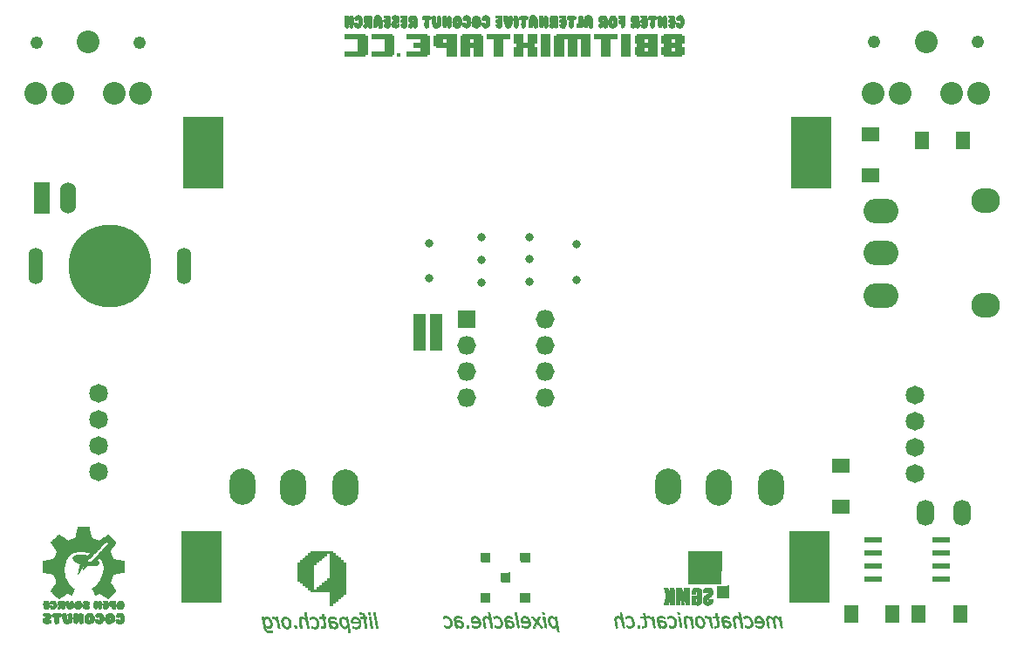
<source format=gbr>
G04 #@! TF.GenerationSoftware,KiCad,Pcbnew,5.1.2-f72e74a~84~ubuntu16.04.1*
G04 #@! TF.CreationDate,2019-05-11T12:57:00+08:00*
G04 #@! TF.ProjectId,MixtapeNEO-3000,4d697874-6170-4654-9e45-4f2d33303030,rev?*
G04 #@! TF.SameCoordinates,Original*
G04 #@! TF.FileFunction,Soldermask,Bot*
G04 #@! TF.FilePolarity,Negative*
%FSLAX46Y46*%
G04 Gerber Fmt 4.6, Leading zero omitted, Abs format (unit mm)*
G04 Created by KiCad (PCBNEW 5.1.2-f72e74a~84~ubuntu16.04.1) date 2019-05-11 12:57:00*
%MOMM*%
%LPD*%
G04 APERTURE LIST*
%ADD10C,0.010000*%
%ADD11O,2.800000X2.400000*%
%ADD12O,3.400000X2.400000*%
%ADD13O,1.720000X2.520000*%
%ADD14O,2.520000X3.520000*%
%ADD15O,1.530000X3.030000*%
%ADD16R,1.530000X3.030000*%
%ADD17O,1.820000X1.820000*%
%ADD18R,1.820000X1.820000*%
%ADD19R,1.770000X0.570000*%
%ADD20R,4.020000X7.020000*%
%ADD21C,8.020000*%
%ADD22O,1.420000X3.520000*%
%ADD23C,0.820000*%
%ADD24R,1.420000X1.820000*%
%ADD25R,1.720000X1.320000*%
%ADD26C,1.820000*%
%ADD27R,1.200000X3.600000*%
%ADD28C,2.201860*%
%ADD29C,1.220000*%
G04 APERTURE END LIST*
D10*
G36*
X157178038Y-70170543D02*
G01*
X157180065Y-70170705D01*
X157242130Y-70179255D01*
X157285554Y-70195579D01*
X157316772Y-70223396D01*
X157340896Y-70263675D01*
X157355422Y-70307843D01*
X157367754Y-70374176D01*
X157377642Y-70459513D01*
X157384838Y-70560696D01*
X157389091Y-70674562D01*
X157390153Y-70797953D01*
X157389152Y-70875350D01*
X157386022Y-70974507D01*
X157380664Y-71052194D01*
X157372145Y-71112308D01*
X157359529Y-71158745D01*
X157341882Y-71195403D01*
X157318269Y-71226180D01*
X157300876Y-71243418D01*
X157246125Y-71279104D01*
X157174771Y-71304320D01*
X157093937Y-71317656D01*
X157010749Y-71317704D01*
X156961525Y-71310529D01*
X156879613Y-71284159D01*
X156818522Y-71244289D01*
X156778795Y-71191556D01*
X156760975Y-71126599D01*
X156761632Y-71075930D01*
X156774280Y-71014718D01*
X156797990Y-70974419D01*
X156835453Y-70951964D01*
X156876556Y-70944821D01*
X156922197Y-70945266D01*
X156964097Y-70951093D01*
X156975239Y-70954221D01*
X157013471Y-70967549D01*
X157003239Y-70754949D01*
X156997859Y-70625707D01*
X156995522Y-70519041D01*
X156996517Y-70432280D01*
X157001133Y-70362749D01*
X157009659Y-70307777D01*
X157022383Y-70264690D01*
X157039594Y-70230814D01*
X157061581Y-70203478D01*
X157062935Y-70202111D01*
X157085565Y-70181436D01*
X157106346Y-70170878D01*
X157134196Y-70168045D01*
X157178038Y-70170543D01*
X157178038Y-70170543D01*
G37*
X157178038Y-70170543D02*
X157180065Y-70170705D01*
X157242130Y-70179255D01*
X157285554Y-70195579D01*
X157316772Y-70223396D01*
X157340896Y-70263675D01*
X157355422Y-70307843D01*
X157367754Y-70374176D01*
X157377642Y-70459513D01*
X157384838Y-70560696D01*
X157389091Y-70674562D01*
X157390153Y-70797953D01*
X157389152Y-70875350D01*
X157386022Y-70974507D01*
X157380664Y-71052194D01*
X157372145Y-71112308D01*
X157359529Y-71158745D01*
X157341882Y-71195403D01*
X157318269Y-71226180D01*
X157300876Y-71243418D01*
X157246125Y-71279104D01*
X157174771Y-71304320D01*
X157093937Y-71317656D01*
X157010749Y-71317704D01*
X156961525Y-71310529D01*
X156879613Y-71284159D01*
X156818522Y-71244289D01*
X156778795Y-71191556D01*
X156760975Y-71126599D01*
X156761632Y-71075930D01*
X156774280Y-71014718D01*
X156797990Y-70974419D01*
X156835453Y-70951964D01*
X156876556Y-70944821D01*
X156922197Y-70945266D01*
X156964097Y-70951093D01*
X156975239Y-70954221D01*
X157013471Y-70967549D01*
X157003239Y-70754949D01*
X156997859Y-70625707D01*
X156995522Y-70519041D01*
X156996517Y-70432280D01*
X157001133Y-70362749D01*
X157009659Y-70307777D01*
X157022383Y-70264690D01*
X157039594Y-70230814D01*
X157061581Y-70203478D01*
X157062935Y-70202111D01*
X157085565Y-70181436D01*
X157106346Y-70170878D01*
X157134196Y-70168045D01*
X157178038Y-70170543D01*
G36*
X166929685Y-70148972D02*
G01*
X167006899Y-70184924D01*
X167071029Y-70241069D01*
X167122741Y-70318158D01*
X167162699Y-70416941D01*
X167189856Y-70528715D01*
X167202010Y-70614152D01*
X167209096Y-70707293D01*
X167211001Y-70800425D01*
X167207613Y-70885838D01*
X167198822Y-70955820D01*
X167196235Y-70968019D01*
X167168357Y-71052108D01*
X167126429Y-71132848D01*
X167074211Y-71205440D01*
X167015459Y-71265087D01*
X166953933Y-71306992D01*
X166919851Y-71320865D01*
X166853741Y-71332715D01*
X166776249Y-71334650D01*
X166699236Y-71326996D01*
X166643084Y-71313221D01*
X166561671Y-71275566D01*
X166501123Y-71225208D01*
X166460242Y-71160368D01*
X166437829Y-71079265D01*
X166432388Y-71000525D01*
X166434844Y-70935926D01*
X166443711Y-70891148D01*
X166461240Y-70860957D01*
X166489684Y-70840116D01*
X166504264Y-70833374D01*
X166537290Y-70821164D01*
X166563568Y-70818056D01*
X166589660Y-70825970D01*
X166622130Y-70846824D01*
X166664733Y-70880262D01*
X166719292Y-70923081D01*
X166758660Y-70950161D01*
X166786294Y-70963009D01*
X166805653Y-70963131D01*
X166820194Y-70952033D01*
X166822541Y-70948995D01*
X166832192Y-70920552D01*
X166837595Y-70868123D01*
X166838727Y-70792765D01*
X166835570Y-70695537D01*
X166829330Y-70594155D01*
X166823095Y-70535584D01*
X166814656Y-70495362D01*
X166804869Y-70475246D01*
X166794585Y-70476991D01*
X166784678Y-70502281D01*
X166767840Y-70533372D01*
X166736238Y-70567989D01*
X166698025Y-70598707D01*
X166661353Y-70618097D01*
X166655733Y-70619764D01*
X166597995Y-70623141D01*
X166547403Y-70605436D01*
X166506213Y-70570491D01*
X166476677Y-70522147D01*
X166461051Y-70464247D01*
X166461589Y-70400633D01*
X166480547Y-70335146D01*
X166484155Y-70327368D01*
X166534005Y-70252286D01*
X166601131Y-70193536D01*
X166681809Y-70153166D01*
X166772310Y-70133226D01*
X166838723Y-70132462D01*
X166929685Y-70148972D01*
X166929685Y-70148972D01*
G37*
X166929685Y-70148972D02*
X167006899Y-70184924D01*
X167071029Y-70241069D01*
X167122741Y-70318158D01*
X167162699Y-70416941D01*
X167189856Y-70528715D01*
X167202010Y-70614152D01*
X167209096Y-70707293D01*
X167211001Y-70800425D01*
X167207613Y-70885838D01*
X167198822Y-70955820D01*
X167196235Y-70968019D01*
X167168357Y-71052108D01*
X167126429Y-71132848D01*
X167074211Y-71205440D01*
X167015459Y-71265087D01*
X166953933Y-71306992D01*
X166919851Y-71320865D01*
X166853741Y-71332715D01*
X166776249Y-71334650D01*
X166699236Y-71326996D01*
X166643084Y-71313221D01*
X166561671Y-71275566D01*
X166501123Y-71225208D01*
X166460242Y-71160368D01*
X166437829Y-71079265D01*
X166432388Y-71000525D01*
X166434844Y-70935926D01*
X166443711Y-70891148D01*
X166461240Y-70860957D01*
X166489684Y-70840116D01*
X166504264Y-70833374D01*
X166537290Y-70821164D01*
X166563568Y-70818056D01*
X166589660Y-70825970D01*
X166622130Y-70846824D01*
X166664733Y-70880262D01*
X166719292Y-70923081D01*
X166758660Y-70950161D01*
X166786294Y-70963009D01*
X166805653Y-70963131D01*
X166820194Y-70952033D01*
X166822541Y-70948995D01*
X166832192Y-70920552D01*
X166837595Y-70868123D01*
X166838727Y-70792765D01*
X166835570Y-70695537D01*
X166829330Y-70594155D01*
X166823095Y-70535584D01*
X166814656Y-70495362D01*
X166804869Y-70475246D01*
X166794585Y-70476991D01*
X166784678Y-70502281D01*
X166767840Y-70533372D01*
X166736238Y-70567989D01*
X166698025Y-70598707D01*
X166661353Y-70618097D01*
X166655733Y-70619764D01*
X166597995Y-70623141D01*
X166547403Y-70605436D01*
X166506213Y-70570491D01*
X166476677Y-70522147D01*
X166461051Y-70464247D01*
X166461589Y-70400633D01*
X166480547Y-70335146D01*
X166484155Y-70327368D01*
X166534005Y-70252286D01*
X166601131Y-70193536D01*
X166681809Y-70153166D01*
X166772310Y-70133226D01*
X166838723Y-70132462D01*
X166929685Y-70148972D01*
G36*
X164923045Y-70156626D02*
G01*
X164970325Y-70182400D01*
X165007158Y-70226218D01*
X165018381Y-70250137D01*
X165028023Y-70278705D01*
X165033204Y-70306289D01*
X165034151Y-70339560D01*
X165031091Y-70385191D01*
X165024956Y-70443598D01*
X165018032Y-70504007D01*
X165011530Y-70558766D01*
X165006324Y-70600599D01*
X165003937Y-70618191D01*
X165003982Y-70628855D01*
X165009889Y-70617489D01*
X165018240Y-70593150D01*
X165062354Y-70464967D01*
X165106453Y-70361524D01*
X165151220Y-70282169D01*
X165197336Y-70226250D01*
X165245485Y-70193116D01*
X165296347Y-70182115D01*
X165350605Y-70192596D01*
X165406553Y-70222286D01*
X165440728Y-70248209D01*
X165468575Y-70277213D01*
X165490714Y-70312057D01*
X165507764Y-70355501D01*
X165520347Y-70410304D01*
X165529082Y-70479224D01*
X165534588Y-70565022D01*
X165537486Y-70670457D01*
X165538397Y-70798287D01*
X165538402Y-70809050D01*
X165538337Y-70909486D01*
X165537932Y-70988010D01*
X165536922Y-71048108D01*
X165535041Y-71093267D01*
X165532024Y-71126976D01*
X165527605Y-71152719D01*
X165521518Y-71173986D01*
X165513499Y-71194262D01*
X165508156Y-71206283D01*
X165484537Y-71248782D01*
X165456877Y-71284961D01*
X165440887Y-71299646D01*
X165396536Y-71321104D01*
X165345172Y-71331543D01*
X165298296Y-71329127D01*
X165284450Y-71324633D01*
X165257445Y-71307059D01*
X165232039Y-71283513D01*
X165206721Y-71247778D01*
X165189789Y-71203692D01*
X165180364Y-71146744D01*
X165177563Y-71072422D01*
X165178923Y-71011481D01*
X165184415Y-70867992D01*
X165118331Y-71032670D01*
X165080324Y-71124604D01*
X165047800Y-71195143D01*
X165018344Y-71247033D01*
X164989545Y-71283020D01*
X164958989Y-71305851D01*
X164924261Y-71318271D01*
X164882950Y-71323027D01*
X164862847Y-71323400D01*
X164808575Y-71313226D01*
X164763192Y-71282152D01*
X164726178Y-71229345D01*
X164697011Y-71153973D01*
X164675169Y-71055204D01*
X164669098Y-71014506D01*
X164662356Y-70943508D01*
X164658557Y-70857631D01*
X164657514Y-70762046D01*
X164659036Y-70661923D01*
X164662935Y-70562433D01*
X164669022Y-70468746D01*
X164677108Y-70386033D01*
X164687004Y-70319463D01*
X164695880Y-70282000D01*
X164724278Y-70224586D01*
X164765935Y-70182874D01*
X164816109Y-70157331D01*
X164870059Y-70148425D01*
X164923045Y-70156626D01*
X164923045Y-70156626D01*
G37*
X164923045Y-70156626D02*
X164970325Y-70182400D01*
X165007158Y-70226218D01*
X165018381Y-70250137D01*
X165028023Y-70278705D01*
X165033204Y-70306289D01*
X165034151Y-70339560D01*
X165031091Y-70385191D01*
X165024956Y-70443598D01*
X165018032Y-70504007D01*
X165011530Y-70558766D01*
X165006324Y-70600599D01*
X165003937Y-70618191D01*
X165003982Y-70628855D01*
X165009889Y-70617489D01*
X165018240Y-70593150D01*
X165062354Y-70464967D01*
X165106453Y-70361524D01*
X165151220Y-70282169D01*
X165197336Y-70226250D01*
X165245485Y-70193116D01*
X165296347Y-70182115D01*
X165350605Y-70192596D01*
X165406553Y-70222286D01*
X165440728Y-70248209D01*
X165468575Y-70277213D01*
X165490714Y-70312057D01*
X165507764Y-70355501D01*
X165520347Y-70410304D01*
X165529082Y-70479224D01*
X165534588Y-70565022D01*
X165537486Y-70670457D01*
X165538397Y-70798287D01*
X165538402Y-70809050D01*
X165538337Y-70909486D01*
X165537932Y-70988010D01*
X165536922Y-71048108D01*
X165535041Y-71093267D01*
X165532024Y-71126976D01*
X165527605Y-71152719D01*
X165521518Y-71173986D01*
X165513499Y-71194262D01*
X165508156Y-71206283D01*
X165484537Y-71248782D01*
X165456877Y-71284961D01*
X165440887Y-71299646D01*
X165396536Y-71321104D01*
X165345172Y-71331543D01*
X165298296Y-71329127D01*
X165284450Y-71324633D01*
X165257445Y-71307059D01*
X165232039Y-71283513D01*
X165206721Y-71247778D01*
X165189789Y-71203692D01*
X165180364Y-71146744D01*
X165177563Y-71072422D01*
X165178923Y-71011481D01*
X165184415Y-70867992D01*
X165118331Y-71032670D01*
X165080324Y-71124604D01*
X165047800Y-71195143D01*
X165018344Y-71247033D01*
X164989545Y-71283020D01*
X164958989Y-71305851D01*
X164924261Y-71318271D01*
X164882950Y-71323027D01*
X164862847Y-71323400D01*
X164808575Y-71313226D01*
X164763192Y-71282152D01*
X164726178Y-71229345D01*
X164697011Y-71153973D01*
X164675169Y-71055204D01*
X164669098Y-71014506D01*
X164662356Y-70943508D01*
X164658557Y-70857631D01*
X164657514Y-70762046D01*
X164659036Y-70661923D01*
X164662935Y-70562433D01*
X164669022Y-70468746D01*
X164677108Y-70386033D01*
X164687004Y-70319463D01*
X164695880Y-70282000D01*
X164724278Y-70224586D01*
X164765935Y-70182874D01*
X164816109Y-70157331D01*
X164870059Y-70148425D01*
X164923045Y-70156626D01*
G36*
X161164018Y-70150697D02*
G01*
X161243393Y-70158377D01*
X161314604Y-70171544D01*
X161370235Y-70189396D01*
X161382359Y-70195314D01*
X161418020Y-70218053D01*
X161444207Y-70244322D01*
X161462293Y-70278246D01*
X161473653Y-70323954D01*
X161479659Y-70385571D01*
X161481686Y-70467226D01*
X161481729Y-70493821D01*
X161480689Y-70582424D01*
X161478037Y-70677305D01*
X161474043Y-70774083D01*
X161468978Y-70868379D01*
X161463112Y-70955814D01*
X161456714Y-71032008D01*
X161450056Y-71092581D01*
X161443408Y-71133153D01*
X161441894Y-71139250D01*
X161414071Y-71213910D01*
X161378130Y-71269531D01*
X161335912Y-71303554D01*
X161318653Y-71310275D01*
X161242504Y-71327127D01*
X161183938Y-71330124D01*
X161153210Y-71323371D01*
X161123891Y-71302193D01*
X161104250Y-71265904D01*
X161093660Y-71211956D01*
X161091497Y-71137802D01*
X161094006Y-71082201D01*
X161102812Y-70946333D01*
X161024928Y-70938192D01*
X160962074Y-70927567D01*
X160917212Y-70908462D01*
X160883313Y-70876772D01*
X160860902Y-70842359D01*
X160837047Y-70778342D01*
X160837854Y-70716376D01*
X160857985Y-70666791D01*
X160896117Y-70621290D01*
X160942870Y-70598396D01*
X161001474Y-70596823D01*
X161023847Y-70600739D01*
X161061800Y-70607316D01*
X161088671Y-70609074D01*
X161096185Y-70607348D01*
X161098275Y-70591529D01*
X161094833Y-70560471D01*
X161092133Y-70546292D01*
X161084513Y-70516375D01*
X161073188Y-70497892D01*
X161051580Y-70485036D01*
X161013110Y-70471996D01*
X161005303Y-70469612D01*
X160947667Y-70448941D01*
X160909476Y-70426008D01*
X160884887Y-70396158D01*
X160870419Y-70362186D01*
X160862091Y-70298572D01*
X160877836Y-70237193D01*
X160899827Y-70202056D01*
X160921383Y-70180847D01*
X160949429Y-70167238D01*
X160992097Y-70157770D01*
X161010428Y-70155013D01*
X161083891Y-70149308D01*
X161164018Y-70150697D01*
X161164018Y-70150697D01*
G37*
X161164018Y-70150697D02*
X161243393Y-70158377D01*
X161314604Y-70171544D01*
X161370235Y-70189396D01*
X161382359Y-70195314D01*
X161418020Y-70218053D01*
X161444207Y-70244322D01*
X161462293Y-70278246D01*
X161473653Y-70323954D01*
X161479659Y-70385571D01*
X161481686Y-70467226D01*
X161481729Y-70493821D01*
X161480689Y-70582424D01*
X161478037Y-70677305D01*
X161474043Y-70774083D01*
X161468978Y-70868379D01*
X161463112Y-70955814D01*
X161456714Y-71032008D01*
X161450056Y-71092581D01*
X161443408Y-71133153D01*
X161441894Y-71139250D01*
X161414071Y-71213910D01*
X161378130Y-71269531D01*
X161335912Y-71303554D01*
X161318653Y-71310275D01*
X161242504Y-71327127D01*
X161183938Y-71330124D01*
X161153210Y-71323371D01*
X161123891Y-71302193D01*
X161104250Y-71265904D01*
X161093660Y-71211956D01*
X161091497Y-71137802D01*
X161094006Y-71082201D01*
X161102812Y-70946333D01*
X161024928Y-70938192D01*
X160962074Y-70927567D01*
X160917212Y-70908462D01*
X160883313Y-70876772D01*
X160860902Y-70842359D01*
X160837047Y-70778342D01*
X160837854Y-70716376D01*
X160857985Y-70666791D01*
X160896117Y-70621290D01*
X160942870Y-70598396D01*
X161001474Y-70596823D01*
X161023847Y-70600739D01*
X161061800Y-70607316D01*
X161088671Y-70609074D01*
X161096185Y-70607348D01*
X161098275Y-70591529D01*
X161094833Y-70560471D01*
X161092133Y-70546292D01*
X161084513Y-70516375D01*
X161073188Y-70497892D01*
X161051580Y-70485036D01*
X161013110Y-70471996D01*
X161005303Y-70469612D01*
X160947667Y-70448941D01*
X160909476Y-70426008D01*
X160884887Y-70396158D01*
X160870419Y-70362186D01*
X160862091Y-70298572D01*
X160877836Y-70237193D01*
X160899827Y-70202056D01*
X160921383Y-70180847D01*
X160949429Y-70167238D01*
X160992097Y-70157770D01*
X161010428Y-70155013D01*
X161083891Y-70149308D01*
X161164018Y-70150697D01*
G36*
X160402689Y-70166812D02*
G01*
X160485380Y-70201868D01*
X160558126Y-70259590D01*
X160620367Y-70339403D01*
X160671544Y-70440733D01*
X160711096Y-70563003D01*
X160712287Y-70567750D01*
X160727350Y-70653644D01*
X160733863Y-70749419D01*
X160731908Y-70846034D01*
X160721570Y-70934449D01*
X160708348Y-70990001D01*
X160666680Y-71089364D01*
X160609588Y-71175927D01*
X160540163Y-71246295D01*
X160461496Y-71297071D01*
X160410865Y-71316804D01*
X160360010Y-71327101D01*
X160296999Y-71333117D01*
X160231378Y-71334595D01*
X160172696Y-71331279D01*
X160134517Y-71324233D01*
X160055696Y-71287855D01*
X159985184Y-71231590D01*
X159928983Y-71160845D01*
X159907005Y-71119224D01*
X159887744Y-71063841D01*
X159870723Y-70993733D01*
X159857347Y-70917582D01*
X159849022Y-70844069D01*
X159848166Y-70815555D01*
X160224797Y-70815555D01*
X160226304Y-70871987D01*
X160230169Y-70916664D01*
X160236473Y-70942903D01*
X160236646Y-70943234D01*
X160259644Y-70963641D01*
X160290722Y-70966115D01*
X160320388Y-70951063D01*
X160330397Y-70939225D01*
X160348317Y-70894623D01*
X160357729Y-70833333D01*
X160357995Y-70762817D01*
X160350638Y-70701639D01*
X160334690Y-70633146D01*
X160316059Y-70584511D01*
X160295985Y-70556811D01*
X160275709Y-70551127D01*
X160256469Y-70568538D01*
X160240729Y-70605951D01*
X160233614Y-70642566D01*
X160228533Y-70694161D01*
X160225567Y-70754052D01*
X160224797Y-70815555D01*
X159848166Y-70815555D01*
X159847153Y-70781877D01*
X159848809Y-70759761D01*
X159859017Y-70699981D01*
X159875381Y-70626766D01*
X159895573Y-70548882D01*
X159917262Y-70475098D01*
X159938118Y-70414181D01*
X159945556Y-70395728D01*
X159988889Y-70324321D01*
X160051248Y-70260625D01*
X160126594Y-70208624D01*
X160208889Y-70172299D01*
X160292093Y-70155633D01*
X160310614Y-70155000D01*
X160402689Y-70166812D01*
X160402689Y-70166812D01*
G37*
X160402689Y-70166812D02*
X160485380Y-70201868D01*
X160558126Y-70259590D01*
X160620367Y-70339403D01*
X160671544Y-70440733D01*
X160711096Y-70563003D01*
X160712287Y-70567750D01*
X160727350Y-70653644D01*
X160733863Y-70749419D01*
X160731908Y-70846034D01*
X160721570Y-70934449D01*
X160708348Y-70990001D01*
X160666680Y-71089364D01*
X160609588Y-71175927D01*
X160540163Y-71246295D01*
X160461496Y-71297071D01*
X160410865Y-71316804D01*
X160360010Y-71327101D01*
X160296999Y-71333117D01*
X160231378Y-71334595D01*
X160172696Y-71331279D01*
X160134517Y-71324233D01*
X160055696Y-71287855D01*
X159985184Y-71231590D01*
X159928983Y-71160845D01*
X159907005Y-71119224D01*
X159887744Y-71063841D01*
X159870723Y-70993733D01*
X159857347Y-70917582D01*
X159849022Y-70844069D01*
X159848166Y-70815555D01*
X160224797Y-70815555D01*
X160226304Y-70871987D01*
X160230169Y-70916664D01*
X160236473Y-70942903D01*
X160236646Y-70943234D01*
X160259644Y-70963641D01*
X160290722Y-70966115D01*
X160320388Y-70951063D01*
X160330397Y-70939225D01*
X160348317Y-70894623D01*
X160357729Y-70833333D01*
X160357995Y-70762817D01*
X160350638Y-70701639D01*
X160334690Y-70633146D01*
X160316059Y-70584511D01*
X160295985Y-70556811D01*
X160275709Y-70551127D01*
X160256469Y-70568538D01*
X160240729Y-70605951D01*
X160233614Y-70642566D01*
X160228533Y-70694161D01*
X160225567Y-70754052D01*
X160224797Y-70815555D01*
X159848166Y-70815555D01*
X159847153Y-70781877D01*
X159848809Y-70759761D01*
X159859017Y-70699981D01*
X159875381Y-70626766D01*
X159895573Y-70548882D01*
X159917262Y-70475098D01*
X159938118Y-70414181D01*
X159945556Y-70395728D01*
X159988889Y-70324321D01*
X160051248Y-70260625D01*
X160126594Y-70208624D01*
X160208889Y-70172299D01*
X160292093Y-70155633D01*
X160310614Y-70155000D01*
X160402689Y-70166812D01*
G36*
X153370158Y-70151303D02*
G01*
X153424592Y-70170012D01*
X153462639Y-70204186D01*
X153487648Y-70252406D01*
X153497308Y-70280994D01*
X153502459Y-70308463D01*
X153503317Y-70341536D01*
X153500102Y-70386939D01*
X153493867Y-70444226D01*
X153486710Y-70504400D01*
X153479922Y-70559013D01*
X153474435Y-70600696D01*
X153471949Y-70617725D01*
X153473026Y-70622665D01*
X153480703Y-70606597D01*
X153493673Y-70572649D01*
X153508707Y-70529650D01*
X153550327Y-70416372D01*
X153590829Y-70327094D01*
X153631458Y-70260523D01*
X153673457Y-70215370D01*
X153718071Y-70190341D01*
X153766545Y-70184148D01*
X153820124Y-70195497D01*
X153828040Y-70198389D01*
X153893737Y-70236733D01*
X153945428Y-70295581D01*
X153981859Y-70373470D01*
X153984077Y-70380481D01*
X153990997Y-70406443D01*
X153996371Y-70435993D01*
X154000387Y-70472575D01*
X154003230Y-70519632D01*
X154005088Y-70580607D01*
X154006147Y-70658945D01*
X154006594Y-70758089D01*
X154006640Y-70796350D01*
X154006850Y-71139250D01*
X153973120Y-71211199D01*
X153949740Y-71253428D01*
X153924113Y-71288318D01*
X153906929Y-71304417D01*
X153869803Y-71320616D01*
X153823596Y-71330479D01*
X153780279Y-71332111D01*
X153759200Y-71327803D01*
X153737446Y-71314369D01*
X153709340Y-71291482D01*
X153705707Y-71288151D01*
X153675899Y-71246640D01*
X153656414Y-71186386D01*
X153646937Y-71105798D01*
X153647151Y-71003288D01*
X153647493Y-70995811D01*
X153653597Y-70869046D01*
X153586753Y-71033755D01*
X153548516Y-71125333D01*
X153515923Y-71195575D01*
X153486547Y-71247231D01*
X153457964Y-71283051D01*
X153427748Y-71305782D01*
X153393475Y-71318176D01*
X153352718Y-71322981D01*
X153331247Y-71323400D01*
X153278672Y-71314099D01*
X153234702Y-71285393D01*
X153198585Y-71236074D01*
X153169569Y-71164936D01*
X153146902Y-71070772D01*
X153137367Y-71012250D01*
X153130738Y-70945568D01*
X153126982Y-70863102D01*
X153125908Y-70770037D01*
X153127323Y-70671561D01*
X153131037Y-70572860D01*
X153136859Y-70479122D01*
X153144597Y-70395534D01*
X153154061Y-70327282D01*
X153164280Y-70282000D01*
X153194213Y-70222996D01*
X153240007Y-70179081D01*
X153296555Y-70153496D01*
X153358751Y-70149483D01*
X153370158Y-70151303D01*
X153370158Y-70151303D01*
G37*
X153370158Y-70151303D02*
X153424592Y-70170012D01*
X153462639Y-70204186D01*
X153487648Y-70252406D01*
X153497308Y-70280994D01*
X153502459Y-70308463D01*
X153503317Y-70341536D01*
X153500102Y-70386939D01*
X153493867Y-70444226D01*
X153486710Y-70504400D01*
X153479922Y-70559013D01*
X153474435Y-70600696D01*
X153471949Y-70617725D01*
X153473026Y-70622665D01*
X153480703Y-70606597D01*
X153493673Y-70572649D01*
X153508707Y-70529650D01*
X153550327Y-70416372D01*
X153590829Y-70327094D01*
X153631458Y-70260523D01*
X153673457Y-70215370D01*
X153718071Y-70190341D01*
X153766545Y-70184148D01*
X153820124Y-70195497D01*
X153828040Y-70198389D01*
X153893737Y-70236733D01*
X153945428Y-70295581D01*
X153981859Y-70373470D01*
X153984077Y-70380481D01*
X153990997Y-70406443D01*
X153996371Y-70435993D01*
X154000387Y-70472575D01*
X154003230Y-70519632D01*
X154005088Y-70580607D01*
X154006147Y-70658945D01*
X154006594Y-70758089D01*
X154006640Y-70796350D01*
X154006850Y-71139250D01*
X153973120Y-71211199D01*
X153949740Y-71253428D01*
X153924113Y-71288318D01*
X153906929Y-71304417D01*
X153869803Y-71320616D01*
X153823596Y-71330479D01*
X153780279Y-71332111D01*
X153759200Y-71327803D01*
X153737446Y-71314369D01*
X153709340Y-71291482D01*
X153705707Y-71288151D01*
X153675899Y-71246640D01*
X153656414Y-71186386D01*
X153646937Y-71105798D01*
X153647151Y-71003288D01*
X153647493Y-70995811D01*
X153653597Y-70869046D01*
X153586753Y-71033755D01*
X153548516Y-71125333D01*
X153515923Y-71195575D01*
X153486547Y-71247231D01*
X153457964Y-71283051D01*
X153427748Y-71305782D01*
X153393475Y-71318176D01*
X153352718Y-71322981D01*
X153331247Y-71323400D01*
X153278672Y-71314099D01*
X153234702Y-71285393D01*
X153198585Y-71236074D01*
X153169569Y-71164936D01*
X153146902Y-71070772D01*
X153137367Y-71012250D01*
X153130738Y-70945568D01*
X153126982Y-70863102D01*
X153125908Y-70770037D01*
X153127323Y-70671561D01*
X153131037Y-70572860D01*
X153136859Y-70479122D01*
X153144597Y-70395534D01*
X153154061Y-70327282D01*
X153164280Y-70282000D01*
X153194213Y-70222996D01*
X153240007Y-70179081D01*
X153296555Y-70153496D01*
X153358751Y-70149483D01*
X153370158Y-70151303D01*
G36*
X150882139Y-70186090D02*
G01*
X150949419Y-70209943D01*
X151003819Y-70254754D01*
X151045949Y-70321115D01*
X151076417Y-70409614D01*
X151086878Y-70459003D01*
X151094713Y-70521367D01*
X151100103Y-70602787D01*
X151103047Y-70697039D01*
X151103541Y-70797898D01*
X151101583Y-70899138D01*
X151097170Y-70994533D01*
X151090298Y-71077859D01*
X151087166Y-71104124D01*
X151074323Y-71183969D01*
X151058322Y-71242125D01*
X151036497Y-71282299D01*
X151006181Y-71308195D01*
X150964709Y-71323521D01*
X150924437Y-71330337D01*
X150861390Y-71327851D01*
X150828754Y-71315917D01*
X150796719Y-71295240D01*
X150769925Y-71267271D01*
X150747948Y-71229851D01*
X150730360Y-71180824D01*
X150716736Y-71118030D01*
X150706648Y-71039312D01*
X150699672Y-70942512D01*
X150695380Y-70825473D01*
X150693347Y-70686036D01*
X150693084Y-70629029D01*
X150692882Y-70522114D01*
X150693005Y-70437611D01*
X150693641Y-70372531D01*
X150694979Y-70323887D01*
X150697209Y-70288690D01*
X150700519Y-70263953D01*
X150705100Y-70246686D01*
X150711140Y-70233903D01*
X150718819Y-70222629D01*
X150744145Y-70197392D01*
X150777521Y-70185385D01*
X150801369Y-70182606D01*
X150882139Y-70186090D01*
X150882139Y-70186090D01*
G37*
X150882139Y-70186090D02*
X150949419Y-70209943D01*
X151003819Y-70254754D01*
X151045949Y-70321115D01*
X151076417Y-70409614D01*
X151086878Y-70459003D01*
X151094713Y-70521367D01*
X151100103Y-70602787D01*
X151103047Y-70697039D01*
X151103541Y-70797898D01*
X151101583Y-70899138D01*
X151097170Y-70994533D01*
X151090298Y-71077859D01*
X151087166Y-71104124D01*
X151074323Y-71183969D01*
X151058322Y-71242125D01*
X151036497Y-71282299D01*
X151006181Y-71308195D01*
X150964709Y-71323521D01*
X150924437Y-71330337D01*
X150861390Y-71327851D01*
X150828754Y-71315917D01*
X150796719Y-71295240D01*
X150769925Y-71267271D01*
X150747948Y-71229851D01*
X150730360Y-71180824D01*
X150716736Y-71118030D01*
X150706648Y-71039312D01*
X150699672Y-70942512D01*
X150695380Y-70825473D01*
X150693347Y-70686036D01*
X150693084Y-70629029D01*
X150692882Y-70522114D01*
X150693005Y-70437611D01*
X150693641Y-70372531D01*
X150694979Y-70323887D01*
X150697209Y-70288690D01*
X150700519Y-70263953D01*
X150705100Y-70246686D01*
X150711140Y-70233903D01*
X150718819Y-70222629D01*
X150744145Y-70197392D01*
X150777521Y-70185385D01*
X150801369Y-70182606D01*
X150882139Y-70186090D01*
G36*
X148029019Y-70136131D02*
G01*
X148114334Y-70161947D01*
X148187189Y-70209774D01*
X148247450Y-70279480D01*
X148294986Y-70370928D01*
X148329663Y-70483985D01*
X148342159Y-70548700D01*
X148360006Y-70708394D01*
X148359244Y-70851275D01*
X148339764Y-70977930D01*
X148301457Y-71088948D01*
X148244216Y-71184918D01*
X148219255Y-71215553D01*
X148166637Y-71267409D01*
X148112489Y-71301831D01*
X148049632Y-71321974D01*
X147970891Y-71330997D01*
X147955300Y-71331656D01*
X147901372Y-71332176D01*
X147853825Y-71330272D01*
X147820988Y-71326343D01*
X147815600Y-71324946D01*
X147728855Y-71287363D01*
X147663289Y-71237598D01*
X147616807Y-71173652D01*
X147592057Y-71111283D01*
X147576197Y-71030993D01*
X147576389Y-70958914D01*
X147591656Y-70898384D01*
X147621021Y-70852743D01*
X147663510Y-70825329D01*
X147676750Y-70821563D01*
X147706690Y-70819511D01*
X147738063Y-70828583D01*
X147776125Y-70851209D01*
X147826134Y-70889818D01*
X147828300Y-70891600D01*
X147884037Y-70934228D01*
X147926973Y-70960011D01*
X147953222Y-70967800D01*
X147968558Y-70957891D01*
X147979288Y-70927427D01*
X147985539Y-70875296D01*
X147987441Y-70800387D01*
X147985121Y-70701592D01*
X147984830Y-70694366D01*
X147981456Y-70625777D01*
X147977481Y-70565724D01*
X147973300Y-70519004D01*
X147969310Y-70490411D01*
X147967462Y-70484330D01*
X147952364Y-70475567D01*
X147937095Y-70485357D01*
X147929904Y-70508291D01*
X147929900Y-70508973D01*
X147919655Y-70534842D01*
X147893542Y-70565189D01*
X147858489Y-70593293D01*
X147824298Y-70611392D01*
X147762919Y-70624196D01*
X147709148Y-70612993D01*
X147677786Y-70592788D01*
X147632851Y-70540867D01*
X147609472Y-70481917D01*
X147605923Y-70419067D01*
X147620481Y-70355447D01*
X147651421Y-70294188D01*
X147697019Y-70238419D01*
X147755551Y-70191271D01*
X147825293Y-70155874D01*
X147904519Y-70135357D01*
X147931376Y-70132462D01*
X148029019Y-70136131D01*
X148029019Y-70136131D01*
G37*
X148029019Y-70136131D02*
X148114334Y-70161947D01*
X148187189Y-70209774D01*
X148247450Y-70279480D01*
X148294986Y-70370928D01*
X148329663Y-70483985D01*
X148342159Y-70548700D01*
X148360006Y-70708394D01*
X148359244Y-70851275D01*
X148339764Y-70977930D01*
X148301457Y-71088948D01*
X148244216Y-71184918D01*
X148219255Y-71215553D01*
X148166637Y-71267409D01*
X148112489Y-71301831D01*
X148049632Y-71321974D01*
X147970891Y-71330997D01*
X147955300Y-71331656D01*
X147901372Y-71332176D01*
X147853825Y-71330272D01*
X147820988Y-71326343D01*
X147815600Y-71324946D01*
X147728855Y-71287363D01*
X147663289Y-71237598D01*
X147616807Y-71173652D01*
X147592057Y-71111283D01*
X147576197Y-71030993D01*
X147576389Y-70958914D01*
X147591656Y-70898384D01*
X147621021Y-70852743D01*
X147663510Y-70825329D01*
X147676750Y-70821563D01*
X147706690Y-70819511D01*
X147738063Y-70828583D01*
X147776125Y-70851209D01*
X147826134Y-70889818D01*
X147828300Y-70891600D01*
X147884037Y-70934228D01*
X147926973Y-70960011D01*
X147953222Y-70967800D01*
X147968558Y-70957891D01*
X147979288Y-70927427D01*
X147985539Y-70875296D01*
X147987441Y-70800387D01*
X147985121Y-70701592D01*
X147984830Y-70694366D01*
X147981456Y-70625777D01*
X147977481Y-70565724D01*
X147973300Y-70519004D01*
X147969310Y-70490411D01*
X147967462Y-70484330D01*
X147952364Y-70475567D01*
X147937095Y-70485357D01*
X147929904Y-70508291D01*
X147929900Y-70508973D01*
X147919655Y-70534842D01*
X147893542Y-70565189D01*
X147858489Y-70593293D01*
X147824298Y-70611392D01*
X147762919Y-70624196D01*
X147709148Y-70612993D01*
X147677786Y-70592788D01*
X147632851Y-70540867D01*
X147609472Y-70481917D01*
X147605923Y-70419067D01*
X147620481Y-70355447D01*
X147651421Y-70294188D01*
X147697019Y-70238419D01*
X147755551Y-70191271D01*
X147825293Y-70155874D01*
X147904519Y-70135357D01*
X147931376Y-70132462D01*
X148029019Y-70136131D01*
G36*
X147160229Y-70169390D02*
G01*
X147190142Y-70180252D01*
X147269505Y-70227978D01*
X147337961Y-70297219D01*
X147394515Y-70386104D01*
X147438175Y-70492764D01*
X147467946Y-70615328D01*
X147481468Y-70728804D01*
X147480303Y-70853031D01*
X147460124Y-70968451D01*
X147422256Y-71072545D01*
X147368023Y-71162793D01*
X147298751Y-71236674D01*
X147215763Y-71291669D01*
X147176627Y-71308719D01*
X147107000Y-71326623D01*
X147026322Y-71334806D01*
X146944962Y-71333048D01*
X146873288Y-71321128D01*
X146855293Y-71315562D01*
X146789944Y-71281474D01*
X146728472Y-71229998D01*
X146679348Y-71168724D01*
X146666756Y-71146600D01*
X146641552Y-71083245D01*
X146620204Y-71003929D01*
X146604672Y-70918022D01*
X146596918Y-70834894D01*
X146596400Y-70810443D01*
X146597872Y-70791189D01*
X146971459Y-70791189D01*
X146972833Y-70863763D01*
X146978172Y-70914408D01*
X146988530Y-70946426D01*
X147004961Y-70963121D01*
X147027786Y-70967800D01*
X147052038Y-70958929D01*
X147073856Y-70941035D01*
X147087617Y-70911732D01*
X147096394Y-70864355D01*
X147100210Y-70805732D01*
X147099090Y-70742688D01*
X147093059Y-70682053D01*
X147082142Y-70630651D01*
X147072650Y-70605850D01*
X147047946Y-70566657D01*
X147025858Y-70551891D01*
X147006867Y-70560669D01*
X146991455Y-70592107D01*
X146980106Y-70645321D01*
X146973302Y-70719429D01*
X146971459Y-70791189D01*
X146597872Y-70791189D01*
X146600904Y-70751531D01*
X146613136Y-70677281D01*
X146631168Y-70595371D01*
X146653076Y-70513483D01*
X146676934Y-70439297D01*
X146700817Y-70380492D01*
X146707450Y-70367454D01*
X146759738Y-70294734D01*
X146827635Y-70235440D01*
X146906386Y-70191414D01*
X146991239Y-70164501D01*
X147077437Y-70156545D01*
X147160229Y-70169390D01*
X147160229Y-70169390D01*
G37*
X147160229Y-70169390D02*
X147190142Y-70180252D01*
X147269505Y-70227978D01*
X147337961Y-70297219D01*
X147394515Y-70386104D01*
X147438175Y-70492764D01*
X147467946Y-70615328D01*
X147481468Y-70728804D01*
X147480303Y-70853031D01*
X147460124Y-70968451D01*
X147422256Y-71072545D01*
X147368023Y-71162793D01*
X147298751Y-71236674D01*
X147215763Y-71291669D01*
X147176627Y-71308719D01*
X147107000Y-71326623D01*
X147026322Y-71334806D01*
X146944962Y-71333048D01*
X146873288Y-71321128D01*
X146855293Y-71315562D01*
X146789944Y-71281474D01*
X146728472Y-71229998D01*
X146679348Y-71168724D01*
X146666756Y-71146600D01*
X146641552Y-71083245D01*
X146620204Y-71003929D01*
X146604672Y-70918022D01*
X146596918Y-70834894D01*
X146596400Y-70810443D01*
X146597872Y-70791189D01*
X146971459Y-70791189D01*
X146972833Y-70863763D01*
X146978172Y-70914408D01*
X146988530Y-70946426D01*
X147004961Y-70963121D01*
X147027786Y-70967800D01*
X147052038Y-70958929D01*
X147073856Y-70941035D01*
X147087617Y-70911732D01*
X147096394Y-70864355D01*
X147100210Y-70805732D01*
X147099090Y-70742688D01*
X147093059Y-70682053D01*
X147082142Y-70630651D01*
X147072650Y-70605850D01*
X147047946Y-70566657D01*
X147025858Y-70551891D01*
X147006867Y-70560669D01*
X146991455Y-70592107D01*
X146980106Y-70645321D01*
X146973302Y-70719429D01*
X146971459Y-70791189D01*
X146597872Y-70791189D01*
X146600904Y-70751531D01*
X146613136Y-70677281D01*
X146631168Y-70595371D01*
X146653076Y-70513483D01*
X146676934Y-70439297D01*
X146700817Y-70380492D01*
X146707450Y-70367454D01*
X146759738Y-70294734D01*
X146827635Y-70235440D01*
X146906386Y-70191414D01*
X146991239Y-70164501D01*
X147077437Y-70156545D01*
X147160229Y-70169390D01*
G36*
X146211628Y-70147087D02*
G01*
X146289760Y-70181869D01*
X146345853Y-70225416D01*
X146396555Y-70292131D01*
X146437827Y-70380277D01*
X146469000Y-70487446D01*
X146489408Y-70611228D01*
X146498383Y-70749216D01*
X146498743Y-70777300D01*
X146495498Y-70883683D01*
X146483707Y-70971846D01*
X146461937Y-71047953D01*
X146428753Y-71118169D01*
X146413591Y-71143424D01*
X146369910Y-71200908D01*
X146316735Y-71253481D01*
X146261201Y-71294860D01*
X146216691Y-71316808D01*
X146155860Y-71329889D01*
X146082346Y-71334549D01*
X146007434Y-71330767D01*
X145942413Y-71318524D01*
X145938412Y-71317315D01*
X145856933Y-71280418D01*
X145792490Y-71226928D01*
X145747427Y-71159100D01*
X145732453Y-71118992D01*
X145723818Y-71072743D01*
X145720102Y-71017247D01*
X145721075Y-70960525D01*
X145726506Y-70910600D01*
X145736167Y-70875494D01*
X145739609Y-70869397D01*
X145764374Y-70847651D01*
X145800743Y-70829351D01*
X145808883Y-70826634D01*
X145834641Y-70820225D01*
X145857037Y-70819821D01*
X145880773Y-70827580D01*
X145910553Y-70845661D01*
X145951077Y-70876225D01*
X145996399Y-70912748D01*
X146041801Y-70947243D01*
X146075421Y-70965234D01*
X146098908Y-70965156D01*
X146113909Y-70945447D01*
X146122071Y-70904540D01*
X146125043Y-70840873D01*
X146125015Y-70790634D01*
X146122652Y-70683055D01*
X146118020Y-70596750D01*
X146111228Y-70532732D01*
X146102382Y-70492017D01*
X146091591Y-70475619D01*
X146091575Y-70475614D01*
X146078516Y-70481354D01*
X146075700Y-70494015D01*
X146063762Y-70533013D01*
X146030537Y-70570842D01*
X145986466Y-70599670D01*
X145922710Y-70621082D01*
X145864743Y-70618549D01*
X145814865Y-70592747D01*
X145775374Y-70544352D01*
X145771024Y-70536244D01*
X145748026Y-70465658D01*
X145748818Y-70394310D01*
X145772032Y-70324951D01*
X145816302Y-70260329D01*
X145880262Y-70203195D01*
X145959061Y-70157879D01*
X146039763Y-70133955D01*
X146126124Y-70130737D01*
X146211628Y-70147087D01*
X146211628Y-70147087D01*
G37*
X146211628Y-70147087D02*
X146289760Y-70181869D01*
X146345853Y-70225416D01*
X146396555Y-70292131D01*
X146437827Y-70380277D01*
X146469000Y-70487446D01*
X146489408Y-70611228D01*
X146498383Y-70749216D01*
X146498743Y-70777300D01*
X146495498Y-70883683D01*
X146483707Y-70971846D01*
X146461937Y-71047953D01*
X146428753Y-71118169D01*
X146413591Y-71143424D01*
X146369910Y-71200908D01*
X146316735Y-71253481D01*
X146261201Y-71294860D01*
X146216691Y-71316808D01*
X146155860Y-71329889D01*
X146082346Y-71334549D01*
X146007434Y-71330767D01*
X145942413Y-71318524D01*
X145938412Y-71317315D01*
X145856933Y-71280418D01*
X145792490Y-71226928D01*
X145747427Y-71159100D01*
X145732453Y-71118992D01*
X145723818Y-71072743D01*
X145720102Y-71017247D01*
X145721075Y-70960525D01*
X145726506Y-70910600D01*
X145736167Y-70875494D01*
X145739609Y-70869397D01*
X145764374Y-70847651D01*
X145800743Y-70829351D01*
X145808883Y-70826634D01*
X145834641Y-70820225D01*
X145857037Y-70819821D01*
X145880773Y-70827580D01*
X145910553Y-70845661D01*
X145951077Y-70876225D01*
X145996399Y-70912748D01*
X146041801Y-70947243D01*
X146075421Y-70965234D01*
X146098908Y-70965156D01*
X146113909Y-70945447D01*
X146122071Y-70904540D01*
X146125043Y-70840873D01*
X146125015Y-70790634D01*
X146122652Y-70683055D01*
X146118020Y-70596750D01*
X146111228Y-70532732D01*
X146102382Y-70492017D01*
X146091591Y-70475619D01*
X146091575Y-70475614D01*
X146078516Y-70481354D01*
X146075700Y-70494015D01*
X146063762Y-70533013D01*
X146030537Y-70570842D01*
X145986466Y-70599670D01*
X145922710Y-70621082D01*
X145864743Y-70618549D01*
X145814865Y-70592747D01*
X145775374Y-70544352D01*
X145771024Y-70536244D01*
X145748026Y-70465658D01*
X145748818Y-70394310D01*
X145772032Y-70324951D01*
X145816302Y-70260329D01*
X145880262Y-70203195D01*
X145959061Y-70157879D01*
X146039763Y-70133955D01*
X146126124Y-70130737D01*
X146211628Y-70147087D01*
G36*
X145289703Y-70166810D02*
G01*
X145372395Y-70201865D01*
X145445140Y-70259602D01*
X145507390Y-70339456D01*
X145558597Y-70440864D01*
X145598211Y-70563262D01*
X145599339Y-70567750D01*
X145614546Y-70653984D01*
X145621150Y-70749846D01*
X145619230Y-70846369D01*
X145608866Y-70934589D01*
X145595572Y-70990001D01*
X145553555Y-71089667D01*
X145496241Y-71176347D01*
X145426680Y-71246691D01*
X145347924Y-71297350D01*
X145297865Y-71316804D01*
X145247010Y-71327101D01*
X145183999Y-71333117D01*
X145118378Y-71334595D01*
X145059696Y-71331279D01*
X145021517Y-71324233D01*
X144942696Y-71287855D01*
X144872184Y-71231590D01*
X144815983Y-71160845D01*
X144794005Y-71119224D01*
X144774744Y-71063841D01*
X144757723Y-70993733D01*
X144744347Y-70917582D01*
X144736022Y-70844069D01*
X144735166Y-70815555D01*
X145111797Y-70815555D01*
X145113304Y-70871987D01*
X145117169Y-70916664D01*
X145123473Y-70942903D01*
X145123646Y-70943234D01*
X145146644Y-70963641D01*
X145177722Y-70966115D01*
X145207388Y-70951063D01*
X145217397Y-70939225D01*
X145235317Y-70894623D01*
X145244729Y-70833333D01*
X145244995Y-70762817D01*
X145237638Y-70701639D01*
X145221690Y-70633146D01*
X145203059Y-70584511D01*
X145182985Y-70556811D01*
X145162709Y-70551127D01*
X145143469Y-70568538D01*
X145127729Y-70605951D01*
X145120614Y-70642566D01*
X145115533Y-70694161D01*
X145112567Y-70754052D01*
X145111797Y-70815555D01*
X144735166Y-70815555D01*
X144734153Y-70781877D01*
X144735809Y-70759761D01*
X144746017Y-70699981D01*
X144762381Y-70626766D01*
X144782573Y-70548882D01*
X144804262Y-70475098D01*
X144825118Y-70414181D01*
X144832556Y-70395728D01*
X144875889Y-70324321D01*
X144938248Y-70260625D01*
X145013594Y-70208624D01*
X145095889Y-70172299D01*
X145179093Y-70155633D01*
X145197614Y-70155000D01*
X145289703Y-70166810D01*
X145289703Y-70166810D01*
G37*
X145289703Y-70166810D02*
X145372395Y-70201865D01*
X145445140Y-70259602D01*
X145507390Y-70339456D01*
X145558597Y-70440864D01*
X145598211Y-70563262D01*
X145599339Y-70567750D01*
X145614546Y-70653984D01*
X145621150Y-70749846D01*
X145619230Y-70846369D01*
X145608866Y-70934589D01*
X145595572Y-70990001D01*
X145553555Y-71089667D01*
X145496241Y-71176347D01*
X145426680Y-71246691D01*
X145347924Y-71297350D01*
X145297865Y-71316804D01*
X145247010Y-71327101D01*
X145183999Y-71333117D01*
X145118378Y-71334595D01*
X145059696Y-71331279D01*
X145021517Y-71324233D01*
X144942696Y-71287855D01*
X144872184Y-71231590D01*
X144815983Y-71160845D01*
X144794005Y-71119224D01*
X144774744Y-71063841D01*
X144757723Y-70993733D01*
X144744347Y-70917582D01*
X144736022Y-70844069D01*
X144735166Y-70815555D01*
X145111797Y-70815555D01*
X145113304Y-70871987D01*
X145117169Y-70916664D01*
X145123473Y-70942903D01*
X145123646Y-70943234D01*
X145146644Y-70963641D01*
X145177722Y-70966115D01*
X145207388Y-70951063D01*
X145217397Y-70939225D01*
X145235317Y-70894623D01*
X145244729Y-70833333D01*
X145244995Y-70762817D01*
X145237638Y-70701639D01*
X145221690Y-70633146D01*
X145203059Y-70584511D01*
X145182985Y-70556811D01*
X145162709Y-70551127D01*
X145143469Y-70568538D01*
X145127729Y-70605951D01*
X145120614Y-70642566D01*
X145115533Y-70694161D01*
X145112567Y-70754052D01*
X145111797Y-70815555D01*
X144735166Y-70815555D01*
X144734153Y-70781877D01*
X144735809Y-70759761D01*
X144746017Y-70699981D01*
X144762381Y-70626766D01*
X144782573Y-70548882D01*
X144804262Y-70475098D01*
X144825118Y-70414181D01*
X144832556Y-70395728D01*
X144875889Y-70324321D01*
X144938248Y-70260625D01*
X145013594Y-70208624D01*
X145095889Y-70172299D01*
X145179093Y-70155633D01*
X145197614Y-70155000D01*
X145289703Y-70166810D01*
G36*
X144015504Y-70160064D02*
G01*
X144061315Y-70186530D01*
X144094063Y-70233011D01*
X144102348Y-70252406D01*
X144112008Y-70280994D01*
X144117159Y-70308463D01*
X144118017Y-70341536D01*
X144114802Y-70386939D01*
X144108567Y-70444226D01*
X144101410Y-70504400D01*
X144094622Y-70559013D01*
X144089135Y-70600696D01*
X144086649Y-70617725D01*
X144087726Y-70622665D01*
X144095403Y-70606597D01*
X144108373Y-70572649D01*
X144123407Y-70529650D01*
X144162514Y-70422153D01*
X144199596Y-70337689D01*
X144235999Y-70274115D01*
X144273069Y-70229288D01*
X144312151Y-70201065D01*
X144335715Y-70191624D01*
X144396430Y-70185856D01*
X144456343Y-70202597D01*
X144511579Y-70239140D01*
X144558259Y-70292781D01*
X144592509Y-70360814D01*
X144596904Y-70373896D01*
X144604363Y-70410868D01*
X144610984Y-70468472D01*
X144616640Y-70541946D01*
X144621205Y-70626533D01*
X144624551Y-70717472D01*
X144626552Y-70810005D01*
X144627080Y-70899371D01*
X144626010Y-70980812D01*
X144623213Y-71049568D01*
X144618563Y-71100880D01*
X144616612Y-71113111D01*
X144593523Y-71198354D01*
X144560448Y-71263160D01*
X144524329Y-71301385D01*
X144488324Y-71318920D01*
X144442103Y-71329964D01*
X144397673Y-71332407D01*
X144373900Y-71327803D01*
X144352146Y-71314369D01*
X144324040Y-71291482D01*
X144320407Y-71288151D01*
X144290599Y-71246640D01*
X144271114Y-71186386D01*
X144261637Y-71105798D01*
X144261851Y-71003288D01*
X144262193Y-70995811D01*
X144268297Y-70869046D01*
X144201453Y-71033755D01*
X144163216Y-71125333D01*
X144130623Y-71195575D01*
X144101247Y-71247231D01*
X144072664Y-71283051D01*
X144042448Y-71305782D01*
X144008175Y-71318176D01*
X143967418Y-71322981D01*
X143945947Y-71323400D01*
X143906579Y-71320510D01*
X143877972Y-71308184D01*
X143847916Y-71280937D01*
X143845307Y-71278186D01*
X143806915Y-71221081D01*
X143777098Y-71140593D01*
X143755921Y-71037272D01*
X143743448Y-70911666D01*
X143739744Y-70764326D01*
X143744873Y-70595800D01*
X143752231Y-70484563D01*
X143763895Y-70378032D01*
X143781151Y-70294547D01*
X143805182Y-70232139D01*
X143837173Y-70188837D01*
X143878309Y-70162674D01*
X143929776Y-70151680D01*
X143952893Y-70151078D01*
X144015504Y-70160064D01*
X144015504Y-70160064D01*
G37*
X144015504Y-70160064D02*
X144061315Y-70186530D01*
X144094063Y-70233011D01*
X144102348Y-70252406D01*
X144112008Y-70280994D01*
X144117159Y-70308463D01*
X144118017Y-70341536D01*
X144114802Y-70386939D01*
X144108567Y-70444226D01*
X144101410Y-70504400D01*
X144094622Y-70559013D01*
X144089135Y-70600696D01*
X144086649Y-70617725D01*
X144087726Y-70622665D01*
X144095403Y-70606597D01*
X144108373Y-70572649D01*
X144123407Y-70529650D01*
X144162514Y-70422153D01*
X144199596Y-70337689D01*
X144235999Y-70274115D01*
X144273069Y-70229288D01*
X144312151Y-70201065D01*
X144335715Y-70191624D01*
X144396430Y-70185856D01*
X144456343Y-70202597D01*
X144511579Y-70239140D01*
X144558259Y-70292781D01*
X144592509Y-70360814D01*
X144596904Y-70373896D01*
X144604363Y-70410868D01*
X144610984Y-70468472D01*
X144616640Y-70541946D01*
X144621205Y-70626533D01*
X144624551Y-70717472D01*
X144626552Y-70810005D01*
X144627080Y-70899371D01*
X144626010Y-70980812D01*
X144623213Y-71049568D01*
X144618563Y-71100880D01*
X144616612Y-71113111D01*
X144593523Y-71198354D01*
X144560448Y-71263160D01*
X144524329Y-71301385D01*
X144488324Y-71318920D01*
X144442103Y-71329964D01*
X144397673Y-71332407D01*
X144373900Y-71327803D01*
X144352146Y-71314369D01*
X144324040Y-71291482D01*
X144320407Y-71288151D01*
X144290599Y-71246640D01*
X144271114Y-71186386D01*
X144261637Y-71105798D01*
X144261851Y-71003288D01*
X144262193Y-70995811D01*
X144268297Y-70869046D01*
X144201453Y-71033755D01*
X144163216Y-71125333D01*
X144130623Y-71195575D01*
X144101247Y-71247231D01*
X144072664Y-71283051D01*
X144042448Y-71305782D01*
X144008175Y-71318176D01*
X143967418Y-71322981D01*
X143945947Y-71323400D01*
X143906579Y-71320510D01*
X143877972Y-71308184D01*
X143847916Y-71280937D01*
X143845307Y-71278186D01*
X143806915Y-71221081D01*
X143777098Y-71140593D01*
X143755921Y-71037272D01*
X143743448Y-70911666D01*
X143739744Y-70764326D01*
X143744873Y-70595800D01*
X143752231Y-70484563D01*
X143763895Y-70378032D01*
X143781151Y-70294547D01*
X143805182Y-70232139D01*
X143837173Y-70188837D01*
X143878309Y-70162674D01*
X143929776Y-70151680D01*
X143952893Y-70151078D01*
X144015504Y-70160064D01*
G36*
X135676544Y-70140077D02*
G01*
X135755066Y-70170432D01*
X135776721Y-70183692D01*
X135835149Y-70233458D01*
X135882801Y-70297863D01*
X135920768Y-70379322D01*
X135950143Y-70480251D01*
X135972019Y-70603067D01*
X135974367Y-70620746D01*
X135985862Y-70748074D01*
X135984690Y-70858221D01*
X135970320Y-70956317D01*
X135942222Y-71047492D01*
X135926468Y-71084373D01*
X135887222Y-71152577D01*
X135836407Y-71216249D01*
X135779491Y-71269901D01*
X135721941Y-71308045D01*
X135690941Y-71320748D01*
X135624395Y-71332694D01*
X135546544Y-71334634D01*
X135469289Y-71326893D01*
X135413784Y-71313221D01*
X135341420Y-71281663D01*
X135288204Y-71241745D01*
X135248114Y-71188526D01*
X135237342Y-71168419D01*
X135219146Y-71126531D01*
X135209039Y-71085913D01*
X135204944Y-71036071D01*
X135204500Y-71002571D01*
X135206541Y-70938097D01*
X135214128Y-70893540D01*
X135229449Y-70863637D01*
X135254698Y-70843127D01*
X135274964Y-70833374D01*
X135307990Y-70821164D01*
X135334268Y-70818056D01*
X135360360Y-70825970D01*
X135392830Y-70846824D01*
X135435433Y-70880262D01*
X135496431Y-70927469D01*
X135541617Y-70955735D01*
X135573237Y-70963987D01*
X135593531Y-70951152D01*
X135604743Y-70916158D01*
X135609116Y-70857931D01*
X135609240Y-70797097D01*
X135606977Y-70703732D01*
X135602933Y-70622553D01*
X135597388Y-70556482D01*
X135590621Y-70508437D01*
X135582910Y-70481339D01*
X135578593Y-70476487D01*
X135566229Y-70484239D01*
X135552261Y-70508926D01*
X135549220Y-70516696D01*
X135523826Y-70555941D01*
X135482051Y-70591035D01*
X135432847Y-70615990D01*
X135387534Y-70624852D01*
X135333490Y-70613305D01*
X135288483Y-70581883D01*
X135254772Y-70535190D01*
X135234619Y-70477830D01*
X135230285Y-70414409D01*
X135244032Y-70349530D01*
X135247715Y-70340144D01*
X135290775Y-70268213D01*
X135351432Y-70209873D01*
X135425013Y-70166506D01*
X135506842Y-70139496D01*
X135592244Y-70130226D01*
X135676544Y-70140077D01*
X135676544Y-70140077D01*
G37*
X135676544Y-70140077D02*
X135755066Y-70170432D01*
X135776721Y-70183692D01*
X135835149Y-70233458D01*
X135882801Y-70297863D01*
X135920768Y-70379322D01*
X135950143Y-70480251D01*
X135972019Y-70603067D01*
X135974367Y-70620746D01*
X135985862Y-70748074D01*
X135984690Y-70858221D01*
X135970320Y-70956317D01*
X135942222Y-71047492D01*
X135926468Y-71084373D01*
X135887222Y-71152577D01*
X135836407Y-71216249D01*
X135779491Y-71269901D01*
X135721941Y-71308045D01*
X135690941Y-71320748D01*
X135624395Y-71332694D01*
X135546544Y-71334634D01*
X135469289Y-71326893D01*
X135413784Y-71313221D01*
X135341420Y-71281663D01*
X135288204Y-71241745D01*
X135248114Y-71188526D01*
X135237342Y-71168419D01*
X135219146Y-71126531D01*
X135209039Y-71085913D01*
X135204944Y-71036071D01*
X135204500Y-71002571D01*
X135206541Y-70938097D01*
X135214128Y-70893540D01*
X135229449Y-70863637D01*
X135254698Y-70843127D01*
X135274964Y-70833374D01*
X135307990Y-70821164D01*
X135334268Y-70818056D01*
X135360360Y-70825970D01*
X135392830Y-70846824D01*
X135435433Y-70880262D01*
X135496431Y-70927469D01*
X135541617Y-70955735D01*
X135573237Y-70963987D01*
X135593531Y-70951152D01*
X135604743Y-70916158D01*
X135609116Y-70857931D01*
X135609240Y-70797097D01*
X135606977Y-70703732D01*
X135602933Y-70622553D01*
X135597388Y-70556482D01*
X135590621Y-70508437D01*
X135582910Y-70481339D01*
X135578593Y-70476487D01*
X135566229Y-70484239D01*
X135552261Y-70508926D01*
X135549220Y-70516696D01*
X135523826Y-70555941D01*
X135482051Y-70591035D01*
X135432847Y-70615990D01*
X135387534Y-70624852D01*
X135333490Y-70613305D01*
X135288483Y-70581883D01*
X135254772Y-70535190D01*
X135234619Y-70477830D01*
X135230285Y-70414409D01*
X135244032Y-70349530D01*
X135247715Y-70340144D01*
X135290775Y-70268213D01*
X135351432Y-70209873D01*
X135425013Y-70166506D01*
X135506842Y-70139496D01*
X135592244Y-70130226D01*
X135676544Y-70140077D01*
G36*
X134494854Y-70166878D02*
G01*
X134544055Y-70185050D01*
X134581397Y-70218948D01*
X134602443Y-70251533D01*
X134612919Y-70276000D01*
X134618491Y-70305863D01*
X134619769Y-70347668D01*
X134617364Y-70407956D01*
X134617246Y-70410036D01*
X134614773Y-70481504D01*
X134617466Y-70531846D01*
X134626236Y-70564977D01*
X134641998Y-70584812D01*
X134660059Y-70593676D01*
X134686728Y-70594562D01*
X134710894Y-70575111D01*
X134712999Y-70572561D01*
X134724328Y-70555783D01*
X134730778Y-70535952D01*
X134732979Y-70507042D01*
X134731559Y-70463026D01*
X134728813Y-70420927D01*
X134725405Y-70357183D01*
X134726169Y-70311339D01*
X134731613Y-70276162D01*
X134740979Y-70247530D01*
X134756019Y-70216633D01*
X134775050Y-70196967D01*
X134803754Y-70186054D01*
X134847816Y-70181420D01*
X134894646Y-70180573D01*
X134964877Y-70187213D01*
X135017093Y-70209279D01*
X135055246Y-70249448D01*
X135082372Y-70307699D01*
X135091559Y-70339551D01*
X135098616Y-70377553D01*
X135103959Y-70426005D01*
X135108005Y-70489208D01*
X135111171Y-70571462D01*
X135112490Y-70618550D01*
X135113812Y-70784467D01*
X135108578Y-70926832D01*
X135096704Y-71046656D01*
X135078105Y-71144948D01*
X135064510Y-71191586D01*
X135038450Y-71254564D01*
X135007991Y-71296290D01*
X134968508Y-71320911D01*
X134915371Y-71332574D01*
X134906211Y-71333439D01*
X134835167Y-71332531D01*
X134784027Y-71315970D01*
X134752259Y-71283191D01*
X134739337Y-71233630D01*
X134744730Y-71166722D01*
X134745616Y-71162186D01*
X134755596Y-71107430D01*
X134758554Y-71070608D01*
X134753742Y-71045041D01*
X134740417Y-71024050D01*
X134728827Y-71011672D01*
X134694910Y-70988565D01*
X134659893Y-70981305D01*
X134631563Y-70990666D01*
X134622737Y-71001093D01*
X134617702Y-71023811D01*
X134615821Y-71063033D01*
X134617334Y-71107247D01*
X134616647Y-71189919D01*
X134601914Y-71254987D01*
X134573613Y-71300454D01*
X134570007Y-71303890D01*
X134528799Y-71325502D01*
X134475505Y-71331327D01*
X134418233Y-71320984D01*
X134395717Y-71312090D01*
X134360738Y-71291626D01*
X134334580Y-71264457D01*
X134314004Y-71225264D01*
X134295776Y-71168729D01*
X134286675Y-71132900D01*
X134269289Y-71055304D01*
X134256478Y-70983434D01*
X134247767Y-70911510D01*
X134242683Y-70833748D01*
X134240750Y-70744367D01*
X134241496Y-70637586D01*
X134242354Y-70592566D01*
X134245842Y-70475527D01*
X134251460Y-70381438D01*
X134260252Y-70307871D01*
X134273264Y-70252399D01*
X134291540Y-70212595D01*
X134316127Y-70186032D01*
X134348068Y-70170282D01*
X134388410Y-70162918D01*
X134427994Y-70161434D01*
X134494854Y-70166878D01*
X134494854Y-70166878D01*
G37*
X134494854Y-70166878D02*
X134544055Y-70185050D01*
X134581397Y-70218948D01*
X134602443Y-70251533D01*
X134612919Y-70276000D01*
X134618491Y-70305863D01*
X134619769Y-70347668D01*
X134617364Y-70407956D01*
X134617246Y-70410036D01*
X134614773Y-70481504D01*
X134617466Y-70531846D01*
X134626236Y-70564977D01*
X134641998Y-70584812D01*
X134660059Y-70593676D01*
X134686728Y-70594562D01*
X134710894Y-70575111D01*
X134712999Y-70572561D01*
X134724328Y-70555783D01*
X134730778Y-70535952D01*
X134732979Y-70507042D01*
X134731559Y-70463026D01*
X134728813Y-70420927D01*
X134725405Y-70357183D01*
X134726169Y-70311339D01*
X134731613Y-70276162D01*
X134740979Y-70247530D01*
X134756019Y-70216633D01*
X134775050Y-70196967D01*
X134803754Y-70186054D01*
X134847816Y-70181420D01*
X134894646Y-70180573D01*
X134964877Y-70187213D01*
X135017093Y-70209279D01*
X135055246Y-70249448D01*
X135082372Y-70307699D01*
X135091559Y-70339551D01*
X135098616Y-70377553D01*
X135103959Y-70426005D01*
X135108005Y-70489208D01*
X135111171Y-70571462D01*
X135112490Y-70618550D01*
X135113812Y-70784467D01*
X135108578Y-70926832D01*
X135096704Y-71046656D01*
X135078105Y-71144948D01*
X135064510Y-71191586D01*
X135038450Y-71254564D01*
X135007991Y-71296290D01*
X134968508Y-71320911D01*
X134915371Y-71332574D01*
X134906211Y-71333439D01*
X134835167Y-71332531D01*
X134784027Y-71315970D01*
X134752259Y-71283191D01*
X134739337Y-71233630D01*
X134744730Y-71166722D01*
X134745616Y-71162186D01*
X134755596Y-71107430D01*
X134758554Y-71070608D01*
X134753742Y-71045041D01*
X134740417Y-71024050D01*
X134728827Y-71011672D01*
X134694910Y-70988565D01*
X134659893Y-70981305D01*
X134631563Y-70990666D01*
X134622737Y-71001093D01*
X134617702Y-71023811D01*
X134615821Y-71063033D01*
X134617334Y-71107247D01*
X134616647Y-71189919D01*
X134601914Y-71254987D01*
X134573613Y-71300454D01*
X134570007Y-71303890D01*
X134528799Y-71325502D01*
X134475505Y-71331327D01*
X134418233Y-71320984D01*
X134395717Y-71312090D01*
X134360738Y-71291626D01*
X134334580Y-71264457D01*
X134314004Y-71225264D01*
X134295776Y-71168729D01*
X134286675Y-71132900D01*
X134269289Y-71055304D01*
X134256478Y-70983434D01*
X134247767Y-70911510D01*
X134242683Y-70833748D01*
X134240750Y-70744367D01*
X134241496Y-70637586D01*
X134242354Y-70592566D01*
X134245842Y-70475527D01*
X134251460Y-70381438D01*
X134260252Y-70307871D01*
X134273264Y-70252399D01*
X134291540Y-70212595D01*
X134316127Y-70186032D01*
X134348068Y-70170282D01*
X134388410Y-70162918D01*
X134427994Y-70161434D01*
X134494854Y-70166878D01*
G36*
X165897830Y-70148252D02*
G01*
X165979073Y-70154987D01*
X166080888Y-70166522D01*
X166179800Y-70179193D01*
X166215440Y-70185990D01*
X166237678Y-70199058D01*
X166255814Y-70225434D01*
X166265303Y-70243900D01*
X166285599Y-70300205D01*
X166302267Y-70376983D01*
X166315224Y-70469554D01*
X166324387Y-70573242D01*
X166329673Y-70683365D01*
X166330999Y-70795246D01*
X166328281Y-70904207D01*
X166321436Y-71005567D01*
X166310381Y-71094649D01*
X166295034Y-71166774D01*
X166282356Y-71203169D01*
X166242659Y-71263735D01*
X166185848Y-71309411D01*
X166116456Y-71338597D01*
X166039019Y-71349691D01*
X165958069Y-71341090D01*
X165922023Y-71330482D01*
X165851561Y-71296738D01*
X165791704Y-71251479D01*
X165745348Y-71198619D01*
X165715386Y-71142072D01*
X165704710Y-71085752D01*
X165711292Y-71045465D01*
X165732692Y-71010607D01*
X165769998Y-70988896D01*
X165826891Y-70978343D01*
X165836900Y-70977626D01*
X165894050Y-70974150D01*
X165894050Y-70834450D01*
X165830550Y-70827975D01*
X165761323Y-70810656D01*
X165708197Y-70775846D01*
X165673454Y-70725858D01*
X165659376Y-70663004D01*
X165659183Y-70654396D01*
X165663182Y-70614429D01*
X165678506Y-70587596D01*
X165692138Y-70575355D01*
X165748032Y-70546369D01*
X165809149Y-70541674D01*
X165856145Y-70554313D01*
X165890285Y-70565025D01*
X165913001Y-70565377D01*
X165916037Y-70563542D01*
X165921424Y-70545679D01*
X165923884Y-70510925D01*
X165923314Y-70477525D01*
X165919450Y-70402650D01*
X165855202Y-70396176D01*
X165787459Y-70380427D01*
X165737835Y-70349885D01*
X165708061Y-70306568D01*
X165699863Y-70252491D01*
X165704744Y-70220613D01*
X165714169Y-70194055D01*
X165729420Y-70173583D01*
X165752953Y-70158980D01*
X165787228Y-70150034D01*
X165834701Y-70146529D01*
X165897830Y-70148252D01*
X165897830Y-70148252D01*
G37*
X165897830Y-70148252D02*
X165979073Y-70154987D01*
X166080888Y-70166522D01*
X166179800Y-70179193D01*
X166215440Y-70185990D01*
X166237678Y-70199058D01*
X166255814Y-70225434D01*
X166265303Y-70243900D01*
X166285599Y-70300205D01*
X166302267Y-70376983D01*
X166315224Y-70469554D01*
X166324387Y-70573242D01*
X166329673Y-70683365D01*
X166330999Y-70795246D01*
X166328281Y-70904207D01*
X166321436Y-71005567D01*
X166310381Y-71094649D01*
X166295034Y-71166774D01*
X166282356Y-71203169D01*
X166242659Y-71263735D01*
X166185848Y-71309411D01*
X166116456Y-71338597D01*
X166039019Y-71349691D01*
X165958069Y-71341090D01*
X165922023Y-71330482D01*
X165851561Y-71296738D01*
X165791704Y-71251479D01*
X165745348Y-71198619D01*
X165715386Y-71142072D01*
X165704710Y-71085752D01*
X165711292Y-71045465D01*
X165732692Y-71010607D01*
X165769998Y-70988896D01*
X165826891Y-70978343D01*
X165836900Y-70977626D01*
X165894050Y-70974150D01*
X165894050Y-70834450D01*
X165830550Y-70827975D01*
X165761323Y-70810656D01*
X165708197Y-70775846D01*
X165673454Y-70725858D01*
X165659376Y-70663004D01*
X165659183Y-70654396D01*
X165663182Y-70614429D01*
X165678506Y-70587596D01*
X165692138Y-70575355D01*
X165748032Y-70546369D01*
X165809149Y-70541674D01*
X165856145Y-70554313D01*
X165890285Y-70565025D01*
X165913001Y-70565377D01*
X165916037Y-70563542D01*
X165921424Y-70545679D01*
X165923884Y-70510925D01*
X165923314Y-70477525D01*
X165919450Y-70402650D01*
X165855202Y-70396176D01*
X165787459Y-70380427D01*
X165737835Y-70349885D01*
X165708061Y-70306568D01*
X165699863Y-70252491D01*
X165704744Y-70220613D01*
X165714169Y-70194055D01*
X165729420Y-70173583D01*
X165752953Y-70158980D01*
X165787228Y-70150034D01*
X165834701Y-70146529D01*
X165897830Y-70148252D01*
G36*
X164280864Y-70158119D02*
G01*
X164377941Y-70175111D01*
X164456880Y-70202153D01*
X164516478Y-70238375D01*
X164555534Y-70282908D01*
X164572844Y-70334881D01*
X164567208Y-70393424D01*
X164552419Y-70431126D01*
X164511297Y-70486906D01*
X164453996Y-70526751D01*
X164386606Y-70546949D01*
X164359650Y-70548700D01*
X164328129Y-70550442D01*
X164316530Y-70557558D01*
X164318536Y-70570469D01*
X164323632Y-70595803D01*
X164328485Y-70641629D01*
X164332929Y-70703038D01*
X164336796Y-70775123D01*
X164339920Y-70852975D01*
X164342134Y-70931687D01*
X164343271Y-71006350D01*
X164343164Y-71072057D01*
X164341646Y-71123898D01*
X164338551Y-71156966D01*
X164338484Y-71157335D01*
X164316655Y-71230502D01*
X164280302Y-71284024D01*
X164227080Y-71320085D01*
X164154641Y-71340868D01*
X164138598Y-71343259D01*
X164098573Y-71347278D01*
X164072745Y-71343695D01*
X164050255Y-71329070D01*
X164028709Y-71308449D01*
X163993494Y-71262536D01*
X163968019Y-71203742D01*
X163952046Y-71130000D01*
X163945340Y-71039238D01*
X163947664Y-70929388D01*
X163958781Y-70798380D01*
X163964639Y-70747687D01*
X163971362Y-70685753D01*
X163975483Y-70633093D01*
X163976728Y-70594719D01*
X163974819Y-70575646D01*
X163974164Y-70574686D01*
X163957509Y-70568023D01*
X163922619Y-70558336D01*
X163876197Y-70547436D01*
X163862532Y-70544515D01*
X163812728Y-70532366D01*
X163771374Y-70519129D01*
X163745879Y-70507259D01*
X163742981Y-70504924D01*
X163727715Y-70475489D01*
X163719519Y-70430543D01*
X163718745Y-70379068D01*
X163725741Y-70330049D01*
X163735095Y-70302748D01*
X163754556Y-70272187D01*
X163784170Y-70247035D01*
X163830888Y-70221504D01*
X163834947Y-70219567D01*
X163903661Y-70189658D01*
X163965821Y-70169726D01*
X164030031Y-70158021D01*
X164104892Y-70152794D01*
X164166850Y-70152047D01*
X164280864Y-70158119D01*
X164280864Y-70158119D01*
G37*
X164280864Y-70158119D02*
X164377941Y-70175111D01*
X164456880Y-70202153D01*
X164516478Y-70238375D01*
X164555534Y-70282908D01*
X164572844Y-70334881D01*
X164567208Y-70393424D01*
X164552419Y-70431126D01*
X164511297Y-70486906D01*
X164453996Y-70526751D01*
X164386606Y-70546949D01*
X164359650Y-70548700D01*
X164328129Y-70550442D01*
X164316530Y-70557558D01*
X164318536Y-70570469D01*
X164323632Y-70595803D01*
X164328485Y-70641629D01*
X164332929Y-70703038D01*
X164336796Y-70775123D01*
X164339920Y-70852975D01*
X164342134Y-70931687D01*
X164343271Y-71006350D01*
X164343164Y-71072057D01*
X164341646Y-71123898D01*
X164338551Y-71156966D01*
X164338484Y-71157335D01*
X164316655Y-71230502D01*
X164280302Y-71284024D01*
X164227080Y-71320085D01*
X164154641Y-71340868D01*
X164138598Y-71343259D01*
X164098573Y-71347278D01*
X164072745Y-71343695D01*
X164050255Y-71329070D01*
X164028709Y-71308449D01*
X163993494Y-71262536D01*
X163968019Y-71203742D01*
X163952046Y-71130000D01*
X163945340Y-71039238D01*
X163947664Y-70929388D01*
X163958781Y-70798380D01*
X163964639Y-70747687D01*
X163971362Y-70685753D01*
X163975483Y-70633093D01*
X163976728Y-70594719D01*
X163974819Y-70575646D01*
X163974164Y-70574686D01*
X163957509Y-70568023D01*
X163922619Y-70558336D01*
X163876197Y-70547436D01*
X163862532Y-70544515D01*
X163812728Y-70532366D01*
X163771374Y-70519129D01*
X163745879Y-70507259D01*
X163742981Y-70504924D01*
X163727715Y-70475489D01*
X163719519Y-70430543D01*
X163718745Y-70379068D01*
X163725741Y-70330049D01*
X163735095Y-70302748D01*
X163754556Y-70272187D01*
X163784170Y-70247035D01*
X163830888Y-70221504D01*
X163834947Y-70219567D01*
X163903661Y-70189658D01*
X163965821Y-70169726D01*
X164030031Y-70158021D01*
X164104892Y-70152794D01*
X164166850Y-70152047D01*
X164280864Y-70158119D01*
G36*
X163234522Y-70150155D02*
G01*
X163281147Y-70154921D01*
X163368557Y-70164640D01*
X163434259Y-70172226D01*
X163481744Y-70178764D01*
X163514499Y-70185336D01*
X163536014Y-70193027D01*
X163549777Y-70202920D01*
X163559277Y-70216099D01*
X163568002Y-70233648D01*
X163573882Y-70245851D01*
X163594531Y-70303029D01*
X163611491Y-70382265D01*
X163624446Y-70480440D01*
X163633079Y-70594437D01*
X163637076Y-70721139D01*
X163636121Y-70857428D01*
X163636059Y-70859850D01*
X163632206Y-70965596D01*
X163626168Y-71049834D01*
X163617080Y-71116420D01*
X163604079Y-71169211D01*
X163586298Y-71212063D01*
X163562874Y-71248833D01*
X163543683Y-71271886D01*
X163490131Y-71313388D01*
X163421850Y-71339551D01*
X163345202Y-71349189D01*
X163266550Y-71341115D01*
X163229564Y-71330462D01*
X163154402Y-71293950D01*
X163092442Y-71244556D01*
X163047081Y-71186208D01*
X163021714Y-71122836D01*
X163017500Y-71085066D01*
X163022598Y-71040930D01*
X163040316Y-71010636D01*
X163074291Y-70991386D01*
X163128157Y-70980383D01*
X163157200Y-70977578D01*
X163201650Y-70974150D01*
X163201650Y-70834450D01*
X163134819Y-70827732D01*
X163088476Y-70819764D01*
X163054113Y-70803091D01*
X163021080Y-70774107D01*
X162992452Y-70742331D01*
X162978459Y-70714172D01*
X162973915Y-70677361D01*
X162973611Y-70661792D01*
X162975131Y-70620697D01*
X162983057Y-70595164D01*
X163001093Y-70575498D01*
X163008929Y-70569368D01*
X163046538Y-70551887D01*
X163094488Y-70543514D01*
X163142637Y-70544708D01*
X163180845Y-70555929D01*
X163188731Y-70561218D01*
X163212198Y-70571438D01*
X163228410Y-70559024D01*
X163236334Y-70525968D01*
X163234936Y-70474260D01*
X163234745Y-70472500D01*
X163227050Y-70402650D01*
X163162426Y-70394762D01*
X163095824Y-70379456D01*
X163049504Y-70351304D01*
X163020890Y-70308534D01*
X163015776Y-70293955D01*
X163007630Y-70251850D01*
X163013494Y-70216217D01*
X163017204Y-70206512D01*
X163034661Y-70178194D01*
X163061804Y-70159048D01*
X163101951Y-70148425D01*
X163158418Y-70145677D01*
X163234522Y-70150155D01*
X163234522Y-70150155D01*
G37*
X163234522Y-70150155D02*
X163281147Y-70154921D01*
X163368557Y-70164640D01*
X163434259Y-70172226D01*
X163481744Y-70178764D01*
X163514499Y-70185336D01*
X163536014Y-70193027D01*
X163549777Y-70202920D01*
X163559277Y-70216099D01*
X163568002Y-70233648D01*
X163573882Y-70245851D01*
X163594531Y-70303029D01*
X163611491Y-70382265D01*
X163624446Y-70480440D01*
X163633079Y-70594437D01*
X163637076Y-70721139D01*
X163636121Y-70857428D01*
X163636059Y-70859850D01*
X163632206Y-70965596D01*
X163626168Y-71049834D01*
X163617080Y-71116420D01*
X163604079Y-71169211D01*
X163586298Y-71212063D01*
X163562874Y-71248833D01*
X163543683Y-71271886D01*
X163490131Y-71313388D01*
X163421850Y-71339551D01*
X163345202Y-71349189D01*
X163266550Y-71341115D01*
X163229564Y-71330462D01*
X163154402Y-71293950D01*
X163092442Y-71244556D01*
X163047081Y-71186208D01*
X163021714Y-71122836D01*
X163017500Y-71085066D01*
X163022598Y-71040930D01*
X163040316Y-71010636D01*
X163074291Y-70991386D01*
X163128157Y-70980383D01*
X163157200Y-70977578D01*
X163201650Y-70974150D01*
X163201650Y-70834450D01*
X163134819Y-70827732D01*
X163088476Y-70819764D01*
X163054113Y-70803091D01*
X163021080Y-70774107D01*
X162992452Y-70742331D01*
X162978459Y-70714172D01*
X162973915Y-70677361D01*
X162973611Y-70661792D01*
X162975131Y-70620697D01*
X162983057Y-70595164D01*
X163001093Y-70575498D01*
X163008929Y-70569368D01*
X163046538Y-70551887D01*
X163094488Y-70543514D01*
X163142637Y-70544708D01*
X163180845Y-70555929D01*
X163188731Y-70561218D01*
X163212198Y-70571438D01*
X163228410Y-70559024D01*
X163236334Y-70525968D01*
X163234936Y-70474260D01*
X163234745Y-70472500D01*
X163227050Y-70402650D01*
X163162426Y-70394762D01*
X163095824Y-70379456D01*
X163049504Y-70351304D01*
X163020890Y-70308534D01*
X163015776Y-70293955D01*
X163007630Y-70251850D01*
X163013494Y-70216217D01*
X163017204Y-70206512D01*
X163034661Y-70178194D01*
X163061804Y-70159048D01*
X163101951Y-70148425D01*
X163158418Y-70145677D01*
X163234522Y-70150155D01*
G36*
X162553802Y-70153945D02*
G01*
X162590293Y-70160457D01*
X162673600Y-70180871D01*
X162735259Y-70207302D01*
X162778836Y-70242702D01*
X162807898Y-70290022D01*
X162826010Y-70352215D01*
X162826770Y-70356184D01*
X162833165Y-70401474D01*
X162839628Y-70467104D01*
X162845878Y-70548015D01*
X162851628Y-70639152D01*
X162856597Y-70735455D01*
X162860500Y-70831867D01*
X162863053Y-70923330D01*
X162863972Y-71004787D01*
X162863939Y-71018600D01*
X162861658Y-71111131D01*
X162855355Y-71181868D01*
X162844276Y-71234207D01*
X162827670Y-71271542D01*
X162804781Y-71297270D01*
X162801571Y-71299743D01*
X162757672Y-71321299D01*
X162700753Y-71334920D01*
X162642534Y-71338422D01*
X162612659Y-71334930D01*
X162551288Y-71310832D01*
X162507054Y-71268248D01*
X162480482Y-71207906D01*
X162472116Y-71139997D01*
X162471400Y-71089944D01*
X162426796Y-71165397D01*
X162394518Y-71213541D01*
X162356909Y-71260443D01*
X162329913Y-71288475D01*
X162293671Y-71317911D01*
X162262634Y-71332198D01*
X162226228Y-71336092D01*
X162224022Y-71336100D01*
X162167900Y-71324707D01*
X162109742Y-71292995D01*
X162055777Y-71244662D01*
X162041597Y-71227804D01*
X162018163Y-71178082D01*
X162017286Y-71117872D01*
X162038760Y-71047952D01*
X162082377Y-70969101D01*
X162126359Y-70908522D01*
X162177046Y-70844398D01*
X162122449Y-70793020D01*
X162071947Y-70728523D01*
X162040247Y-70649537D01*
X162030977Y-70582409D01*
X162371959Y-70582409D01*
X162376173Y-70622849D01*
X162390332Y-70648562D01*
X162412374Y-70672042D01*
X162443700Y-70697040D01*
X162475443Y-70717255D01*
X162498735Y-70726389D01*
X162499975Y-70726452D01*
X162504176Y-70714722D01*
X162507431Y-70683271D01*
X162509264Y-70637773D01*
X162509500Y-70612646D01*
X162508880Y-70557378D01*
X162506306Y-70522053D01*
X162500706Y-70501233D01*
X162491004Y-70489476D01*
X162484392Y-70485356D01*
X162451418Y-70480565D01*
X162418290Y-70500165D01*
X162390329Y-70536915D01*
X162371959Y-70582409D01*
X162030977Y-70582409D01*
X162027756Y-70559086D01*
X162034881Y-70460195D01*
X162062029Y-70355890D01*
X162063215Y-70352548D01*
X162103024Y-70273282D01*
X162159257Y-70212613D01*
X162232183Y-70170443D01*
X162322070Y-70146673D01*
X162429187Y-70141207D01*
X162553802Y-70153945D01*
X162553802Y-70153945D01*
G37*
X162553802Y-70153945D02*
X162590293Y-70160457D01*
X162673600Y-70180871D01*
X162735259Y-70207302D01*
X162778836Y-70242702D01*
X162807898Y-70290022D01*
X162826010Y-70352215D01*
X162826770Y-70356184D01*
X162833165Y-70401474D01*
X162839628Y-70467104D01*
X162845878Y-70548015D01*
X162851628Y-70639152D01*
X162856597Y-70735455D01*
X162860500Y-70831867D01*
X162863053Y-70923330D01*
X162863972Y-71004787D01*
X162863939Y-71018600D01*
X162861658Y-71111131D01*
X162855355Y-71181868D01*
X162844276Y-71234207D01*
X162827670Y-71271542D01*
X162804781Y-71297270D01*
X162801571Y-71299743D01*
X162757672Y-71321299D01*
X162700753Y-71334920D01*
X162642534Y-71338422D01*
X162612659Y-71334930D01*
X162551288Y-71310832D01*
X162507054Y-71268248D01*
X162480482Y-71207906D01*
X162472116Y-71139997D01*
X162471400Y-71089944D01*
X162426796Y-71165397D01*
X162394518Y-71213541D01*
X162356909Y-71260443D01*
X162329913Y-71288475D01*
X162293671Y-71317911D01*
X162262634Y-71332198D01*
X162226228Y-71336092D01*
X162224022Y-71336100D01*
X162167900Y-71324707D01*
X162109742Y-71292995D01*
X162055777Y-71244662D01*
X162041597Y-71227804D01*
X162018163Y-71178082D01*
X162017286Y-71117872D01*
X162038760Y-71047952D01*
X162082377Y-70969101D01*
X162126359Y-70908522D01*
X162177046Y-70844398D01*
X162122449Y-70793020D01*
X162071947Y-70728523D01*
X162040247Y-70649537D01*
X162030977Y-70582409D01*
X162371959Y-70582409D01*
X162376173Y-70622849D01*
X162390332Y-70648562D01*
X162412374Y-70672042D01*
X162443700Y-70697040D01*
X162475443Y-70717255D01*
X162498735Y-70726389D01*
X162499975Y-70726452D01*
X162504176Y-70714722D01*
X162507431Y-70683271D01*
X162509264Y-70637773D01*
X162509500Y-70612646D01*
X162508880Y-70557378D01*
X162506306Y-70522053D01*
X162500706Y-70501233D01*
X162491004Y-70489476D01*
X162484392Y-70485356D01*
X162451418Y-70480565D01*
X162418290Y-70500165D01*
X162390329Y-70536915D01*
X162371959Y-70582409D01*
X162030977Y-70582409D01*
X162027756Y-70559086D01*
X162034881Y-70460195D01*
X162062029Y-70355890D01*
X162063215Y-70352548D01*
X162103024Y-70273282D01*
X162159257Y-70212613D01*
X162232183Y-70170443D01*
X162322070Y-70146673D01*
X162429187Y-70141207D01*
X162553802Y-70153945D01*
G36*
X159453045Y-70155527D02*
G01*
X159519199Y-70167813D01*
X159597103Y-70193252D01*
X159655967Y-70232730D01*
X159692625Y-70282167D01*
X159705329Y-70319170D01*
X159716357Y-70375229D01*
X159725821Y-70451532D01*
X159733832Y-70549265D01*
X159740502Y-70669614D01*
X159745942Y-70813766D01*
X159747471Y-70866200D01*
X159749975Y-70978622D01*
X159750367Y-71068609D01*
X159748194Y-71139068D01*
X159743001Y-71192910D01*
X159734331Y-71233043D01*
X159721730Y-71262377D01*
X159704744Y-71283822D01*
X159682917Y-71300287D01*
X159679238Y-71302484D01*
X159628071Y-71324848D01*
X159571783Y-71338220D01*
X159522627Y-71339795D01*
X159518650Y-71339208D01*
X159467929Y-71324376D01*
X159422796Y-71300325D01*
X159391631Y-71271928D01*
X159385546Y-71261804D01*
X159375158Y-71229158D01*
X159366264Y-71184562D01*
X159363306Y-71161921D01*
X159356438Y-71095692D01*
X159312824Y-71168271D01*
X159285560Y-71211165D01*
X159258811Y-71249242D01*
X159241530Y-71270631D01*
X159187722Y-71313197D01*
X159128232Y-71333791D01*
X159067584Y-71331396D01*
X159031289Y-71317872D01*
X158999961Y-71296217D01*
X158965332Y-71264286D01*
X158933365Y-71228673D01*
X158910023Y-71195971D01*
X158901294Y-71174138D01*
X158901982Y-71122634D01*
X158912628Y-71074581D01*
X158935616Y-71024108D01*
X158973331Y-70965344D01*
X159001848Y-70926527D01*
X159066778Y-70840804D01*
X159027947Y-70812227D01*
X158997937Y-70783651D01*
X158966998Y-70744481D01*
X158955433Y-70726500D01*
X158939312Y-70696506D01*
X158929349Y-70668255D01*
X158924135Y-70634220D01*
X158923330Y-70613869D01*
X159261742Y-70613869D01*
X159278832Y-70648562D01*
X159300874Y-70672042D01*
X159332200Y-70697040D01*
X159363943Y-70717255D01*
X159387235Y-70726389D01*
X159388475Y-70726452D01*
X159392676Y-70714722D01*
X159395931Y-70683271D01*
X159397764Y-70637773D01*
X159398000Y-70612646D01*
X159397354Y-70557235D01*
X159394722Y-70521806D01*
X159389064Y-70500960D01*
X159379337Y-70489296D01*
X159373520Y-70485692D01*
X159341592Y-70478161D01*
X159312177Y-70493072D01*
X159283956Y-70529234D01*
X159262442Y-70575141D01*
X159261742Y-70613869D01*
X158923330Y-70613869D01*
X158922261Y-70586876D01*
X158922155Y-70548700D01*
X158930337Y-70435006D01*
X158954324Y-70340275D01*
X158994525Y-70264247D01*
X159051349Y-70206662D01*
X159125205Y-70167257D01*
X159216500Y-70145774D01*
X159325644Y-70141951D01*
X159453045Y-70155527D01*
X159453045Y-70155527D01*
G37*
X159453045Y-70155527D02*
X159519199Y-70167813D01*
X159597103Y-70193252D01*
X159655967Y-70232730D01*
X159692625Y-70282167D01*
X159705329Y-70319170D01*
X159716357Y-70375229D01*
X159725821Y-70451532D01*
X159733832Y-70549265D01*
X159740502Y-70669614D01*
X159745942Y-70813766D01*
X159747471Y-70866200D01*
X159749975Y-70978622D01*
X159750367Y-71068609D01*
X159748194Y-71139068D01*
X159743001Y-71192910D01*
X159734331Y-71233043D01*
X159721730Y-71262377D01*
X159704744Y-71283822D01*
X159682917Y-71300287D01*
X159679238Y-71302484D01*
X159628071Y-71324848D01*
X159571783Y-71338220D01*
X159522627Y-71339795D01*
X159518650Y-71339208D01*
X159467929Y-71324376D01*
X159422796Y-71300325D01*
X159391631Y-71271928D01*
X159385546Y-71261804D01*
X159375158Y-71229158D01*
X159366264Y-71184562D01*
X159363306Y-71161921D01*
X159356438Y-71095692D01*
X159312824Y-71168271D01*
X159285560Y-71211165D01*
X159258811Y-71249242D01*
X159241530Y-71270631D01*
X159187722Y-71313197D01*
X159128232Y-71333791D01*
X159067584Y-71331396D01*
X159031289Y-71317872D01*
X158999961Y-71296217D01*
X158965332Y-71264286D01*
X158933365Y-71228673D01*
X158910023Y-71195971D01*
X158901294Y-71174138D01*
X158901982Y-71122634D01*
X158912628Y-71074581D01*
X158935616Y-71024108D01*
X158973331Y-70965344D01*
X159001848Y-70926527D01*
X159066778Y-70840804D01*
X159027947Y-70812227D01*
X158997937Y-70783651D01*
X158966998Y-70744481D01*
X158955433Y-70726500D01*
X158939312Y-70696506D01*
X158929349Y-70668255D01*
X158924135Y-70634220D01*
X158923330Y-70613869D01*
X159261742Y-70613869D01*
X159278832Y-70648562D01*
X159300874Y-70672042D01*
X159332200Y-70697040D01*
X159363943Y-70717255D01*
X159387235Y-70726389D01*
X159388475Y-70726452D01*
X159392676Y-70714722D01*
X159395931Y-70683271D01*
X159397764Y-70637773D01*
X159398000Y-70612646D01*
X159397354Y-70557235D01*
X159394722Y-70521806D01*
X159389064Y-70500960D01*
X159379337Y-70489296D01*
X159373520Y-70485692D01*
X159341592Y-70478161D01*
X159312177Y-70493072D01*
X159283956Y-70529234D01*
X159262442Y-70575141D01*
X159261742Y-70613869D01*
X158923330Y-70613869D01*
X158922261Y-70586876D01*
X158922155Y-70548700D01*
X158930337Y-70435006D01*
X158954324Y-70340275D01*
X158994525Y-70264247D01*
X159051349Y-70206662D01*
X159125205Y-70167257D01*
X159216500Y-70145774D01*
X159325644Y-70141951D01*
X159453045Y-70155527D01*
G36*
X157974543Y-70122569D02*
G01*
X158054514Y-70146591D01*
X158124532Y-70187708D01*
X158164599Y-70226386D01*
X158209542Y-70291081D01*
X158253109Y-70373549D01*
X158291951Y-70466240D01*
X158322719Y-70561605D01*
X158334206Y-70608759D01*
X158345276Y-70667366D01*
X158353068Y-70726792D01*
X158358095Y-70793451D01*
X158360868Y-70873756D01*
X158361822Y-70955100D01*
X158362038Y-71036158D01*
X158361432Y-71096388D01*
X158359531Y-71140360D01*
X158355868Y-71172643D01*
X158349971Y-71197807D01*
X158341372Y-71220422D01*
X158332641Y-71238915D01*
X158306623Y-71280721D01*
X158275976Y-71314655D01*
X158262791Y-71324593D01*
X158220276Y-71340896D01*
X158167021Y-71348432D01*
X158113037Y-71346990D01*
X158068334Y-71336360D01*
X158054553Y-71328979D01*
X158017201Y-71288524D01*
X157992945Y-71232040D01*
X157985116Y-71175713D01*
X157984277Y-71120200D01*
X157916438Y-71120200D01*
X157876194Y-71121620D01*
X157855492Y-71127135D01*
X157848571Y-71138624D01*
X157848321Y-71142425D01*
X157843084Y-71167034D01*
X157830208Y-71203087D01*
X157823327Y-71219103D01*
X157788565Y-71269005D01*
X157738473Y-71298909D01*
X157672704Y-71308982D01*
X157641641Y-71307468D01*
X157577298Y-71292047D01*
X157529653Y-71260804D01*
X157501498Y-71215585D01*
X157501165Y-71214589D01*
X157497206Y-71190178D01*
X157493717Y-71145200D01*
X157490924Y-71084488D01*
X157489057Y-71012874D01*
X157488352Y-70942400D01*
X157488533Y-70853623D01*
X157489935Y-70783644D01*
X157492890Y-70730124D01*
X157882420Y-70730124D01*
X157884086Y-70772761D01*
X157888399Y-70798823D01*
X157895845Y-70812695D01*
X157899400Y-70815558D01*
X157931409Y-70827148D01*
X157957609Y-70821532D01*
X157967491Y-70809053D01*
X157969682Y-70786595D01*
X157968094Y-70745724D01*
X157963493Y-70692297D01*
X157956643Y-70632169D01*
X157948310Y-70571196D01*
X157939259Y-70515234D01*
X157930256Y-70470140D01*
X157922066Y-70441769D01*
X157918722Y-70435885D01*
X157907550Y-70428654D01*
X157900291Y-70438189D01*
X157894273Y-70468523D01*
X157893474Y-70473985D01*
X157889847Y-70510531D01*
X157886518Y-70564080D01*
X157883948Y-70626233D01*
X157882917Y-70666528D01*
X157882420Y-70730124D01*
X157492890Y-70730124D01*
X157493125Y-70725870D01*
X157498670Y-70673708D01*
X157507137Y-70620565D01*
X157519094Y-70559846D01*
X157522772Y-70542350D01*
X157546455Y-70440564D01*
X157570416Y-70360060D01*
X157596347Y-70296757D01*
X157625942Y-70246576D01*
X157660895Y-70205438D01*
X157663788Y-70202595D01*
X157729242Y-70155655D01*
X157806474Y-70126843D01*
X157890052Y-70115900D01*
X157974543Y-70122569D01*
X157974543Y-70122569D01*
G37*
X157974543Y-70122569D02*
X158054514Y-70146591D01*
X158124532Y-70187708D01*
X158164599Y-70226386D01*
X158209542Y-70291081D01*
X158253109Y-70373549D01*
X158291951Y-70466240D01*
X158322719Y-70561605D01*
X158334206Y-70608759D01*
X158345276Y-70667366D01*
X158353068Y-70726792D01*
X158358095Y-70793451D01*
X158360868Y-70873756D01*
X158361822Y-70955100D01*
X158362038Y-71036158D01*
X158361432Y-71096388D01*
X158359531Y-71140360D01*
X158355868Y-71172643D01*
X158349971Y-71197807D01*
X158341372Y-71220422D01*
X158332641Y-71238915D01*
X158306623Y-71280721D01*
X158275976Y-71314655D01*
X158262791Y-71324593D01*
X158220276Y-71340896D01*
X158167021Y-71348432D01*
X158113037Y-71346990D01*
X158068334Y-71336360D01*
X158054553Y-71328979D01*
X158017201Y-71288524D01*
X157992945Y-71232040D01*
X157985116Y-71175713D01*
X157984277Y-71120200D01*
X157916438Y-71120200D01*
X157876194Y-71121620D01*
X157855492Y-71127135D01*
X157848571Y-71138624D01*
X157848321Y-71142425D01*
X157843084Y-71167034D01*
X157830208Y-71203087D01*
X157823327Y-71219103D01*
X157788565Y-71269005D01*
X157738473Y-71298909D01*
X157672704Y-71308982D01*
X157641641Y-71307468D01*
X157577298Y-71292047D01*
X157529653Y-71260804D01*
X157501498Y-71215585D01*
X157501165Y-71214589D01*
X157497206Y-71190178D01*
X157493717Y-71145200D01*
X157490924Y-71084488D01*
X157489057Y-71012874D01*
X157488352Y-70942400D01*
X157488533Y-70853623D01*
X157489935Y-70783644D01*
X157492890Y-70730124D01*
X157882420Y-70730124D01*
X157884086Y-70772761D01*
X157888399Y-70798823D01*
X157895845Y-70812695D01*
X157899400Y-70815558D01*
X157931409Y-70827148D01*
X157957609Y-70821532D01*
X157967491Y-70809053D01*
X157969682Y-70786595D01*
X157968094Y-70745724D01*
X157963493Y-70692297D01*
X157956643Y-70632169D01*
X157948310Y-70571196D01*
X157939259Y-70515234D01*
X157930256Y-70470140D01*
X157922066Y-70441769D01*
X157918722Y-70435885D01*
X157907550Y-70428654D01*
X157900291Y-70438189D01*
X157894273Y-70468523D01*
X157893474Y-70473985D01*
X157889847Y-70510531D01*
X157886518Y-70564080D01*
X157883948Y-70626233D01*
X157882917Y-70666528D01*
X157882420Y-70730124D01*
X157492890Y-70730124D01*
X157493125Y-70725870D01*
X157498670Y-70673708D01*
X157507137Y-70620565D01*
X157519094Y-70559846D01*
X157522772Y-70542350D01*
X157546455Y-70440564D01*
X157570416Y-70360060D01*
X157596347Y-70296757D01*
X157625942Y-70246576D01*
X157660895Y-70205438D01*
X157663788Y-70202595D01*
X157729242Y-70155655D01*
X157806474Y-70126843D01*
X157890052Y-70115900D01*
X157974543Y-70122569D01*
G36*
X156380987Y-70155237D02*
G01*
X156490687Y-70175487D01*
X156576587Y-70204488D01*
X156638675Y-70242227D01*
X156676938Y-70288690D01*
X156691363Y-70343866D01*
X156681936Y-70407740D01*
X156668832Y-70441713D01*
X156632647Y-70491405D01*
X156576291Y-70525909D01*
X156500095Y-70545027D01*
X156491949Y-70546023D01*
X156436029Y-70552326D01*
X156443336Y-70623538D01*
X156449041Y-70690069D01*
X156453923Y-70767750D01*
X156457810Y-70850886D01*
X156460532Y-70933780D01*
X156461917Y-71010735D01*
X156461795Y-71076054D01*
X156459995Y-71124042D01*
X156458754Y-71137206D01*
X156439367Y-71212920D01*
X156403040Y-71273176D01*
X156356306Y-71312180D01*
X156308530Y-71331806D01*
X156254774Y-71342171D01*
X156204937Y-71342132D01*
X156173424Y-71333266D01*
X156133175Y-71301103D01*
X156101880Y-71250651D01*
X156077492Y-71178604D01*
X156077300Y-71177856D01*
X156065673Y-71120285D01*
X156059762Y-71057424D01*
X156059575Y-70984534D01*
X156065119Y-70896878D01*
X156076400Y-70789721D01*
X156077932Y-70777035D01*
X156085166Y-70713585D01*
X156090570Y-70658020D01*
X156093672Y-70615857D01*
X156094001Y-70592613D01*
X156093807Y-70591220D01*
X156083898Y-70578236D01*
X156057197Y-70565944D01*
X156010247Y-70552966D01*
X155981700Y-70546558D01*
X155921206Y-70531866D01*
X155881006Y-70516382D01*
X155856150Y-70496478D01*
X155841690Y-70468523D01*
X155834398Y-70438543D01*
X155832602Y-70369452D01*
X155851885Y-70305475D01*
X155874542Y-70270674D01*
X155917950Y-70234965D01*
X155981325Y-70203964D01*
X156059477Y-70178853D01*
X156147220Y-70160815D01*
X156239364Y-70151033D01*
X156330723Y-70150688D01*
X156380987Y-70155237D01*
X156380987Y-70155237D01*
G37*
X156380987Y-70155237D02*
X156490687Y-70175487D01*
X156576587Y-70204488D01*
X156638675Y-70242227D01*
X156676938Y-70288690D01*
X156691363Y-70343866D01*
X156681936Y-70407740D01*
X156668832Y-70441713D01*
X156632647Y-70491405D01*
X156576291Y-70525909D01*
X156500095Y-70545027D01*
X156491949Y-70546023D01*
X156436029Y-70552326D01*
X156443336Y-70623538D01*
X156449041Y-70690069D01*
X156453923Y-70767750D01*
X156457810Y-70850886D01*
X156460532Y-70933780D01*
X156461917Y-71010735D01*
X156461795Y-71076054D01*
X156459995Y-71124042D01*
X156458754Y-71137206D01*
X156439367Y-71212920D01*
X156403040Y-71273176D01*
X156356306Y-71312180D01*
X156308530Y-71331806D01*
X156254774Y-71342171D01*
X156204937Y-71342132D01*
X156173424Y-71333266D01*
X156133175Y-71301103D01*
X156101880Y-71250651D01*
X156077492Y-71178604D01*
X156077300Y-71177856D01*
X156065673Y-71120285D01*
X156059762Y-71057424D01*
X156059575Y-70984534D01*
X156065119Y-70896878D01*
X156076400Y-70789721D01*
X156077932Y-70777035D01*
X156085166Y-70713585D01*
X156090570Y-70658020D01*
X156093672Y-70615857D01*
X156094001Y-70592613D01*
X156093807Y-70591220D01*
X156083898Y-70578236D01*
X156057197Y-70565944D01*
X156010247Y-70552966D01*
X155981700Y-70546558D01*
X155921206Y-70531866D01*
X155881006Y-70516382D01*
X155856150Y-70496478D01*
X155841690Y-70468523D01*
X155834398Y-70438543D01*
X155832602Y-70369452D01*
X155851885Y-70305475D01*
X155874542Y-70270674D01*
X155917950Y-70234965D01*
X155981325Y-70203964D01*
X156059477Y-70178853D01*
X156147220Y-70160815D01*
X156239364Y-70151033D01*
X156330723Y-70150688D01*
X156380987Y-70155237D01*
G36*
X155352281Y-70149813D02*
G01*
X155451300Y-70160165D01*
X155485117Y-70164464D01*
X155554670Y-70173944D01*
X155603518Y-70181903D01*
X155636203Y-70189609D01*
X155657267Y-70198327D01*
X155671252Y-70209325D01*
X155678848Y-70218500D01*
X155698314Y-70258286D01*
X155715299Y-70319301D01*
X155729616Y-70397478D01*
X155741078Y-70488750D01*
X155749499Y-70589048D01*
X155754692Y-70694307D01*
X155756471Y-70800458D01*
X155754648Y-70903435D01*
X155749039Y-70999170D01*
X155739455Y-71083596D01*
X155725710Y-71152646D01*
X155722260Y-71164871D01*
X155689089Y-71234292D01*
X155638065Y-71288726D01*
X155572910Y-71326591D01*
X155497347Y-71346308D01*
X155415094Y-71346296D01*
X155338117Y-71328003D01*
X155297795Y-71308392D01*
X155252697Y-71278796D01*
X155228598Y-71259489D01*
X155177341Y-71204800D01*
X155144765Y-71149710D01*
X155130590Y-71097426D01*
X155134541Y-71051156D01*
X155156339Y-71014107D01*
X155195708Y-70989486D01*
X155252370Y-70980500D01*
X155252715Y-70980500D01*
X155295508Y-70975167D01*
X155319724Y-70956817D01*
X155327986Y-70921924D01*
X155325295Y-70882823D01*
X155318344Y-70831000D01*
X155249874Y-70825322D01*
X155184416Y-70810550D01*
X155135438Y-70777275D01*
X155100103Y-70723490D01*
X155097413Y-70717382D01*
X155081796Y-70663695D01*
X155086946Y-70620337D01*
X155113173Y-70582490D01*
X155162772Y-70549752D01*
X155221085Y-70539321D01*
X155282695Y-70551903D01*
X155321668Y-70563930D01*
X155345134Y-70560810D01*
X155355627Y-70539804D01*
X155355685Y-70498170D01*
X155353401Y-70475527D01*
X155344550Y-70399267D01*
X155273641Y-70393386D01*
X155228358Y-70387300D01*
X155197982Y-70375357D01*
X155172056Y-70353042D01*
X155166766Y-70347252D01*
X155140660Y-70309428D01*
X155131224Y-70267297D01*
X155130800Y-70252017D01*
X155135009Y-70212541D01*
X155149191Y-70182810D01*
X155175678Y-70162248D01*
X155216801Y-70150279D01*
X155274891Y-70146326D01*
X155352281Y-70149813D01*
X155352281Y-70149813D01*
G37*
X155352281Y-70149813D02*
X155451300Y-70160165D01*
X155485117Y-70164464D01*
X155554670Y-70173944D01*
X155603518Y-70181903D01*
X155636203Y-70189609D01*
X155657267Y-70198327D01*
X155671252Y-70209325D01*
X155678848Y-70218500D01*
X155698314Y-70258286D01*
X155715299Y-70319301D01*
X155729616Y-70397478D01*
X155741078Y-70488750D01*
X155749499Y-70589048D01*
X155754692Y-70694307D01*
X155756471Y-70800458D01*
X155754648Y-70903435D01*
X155749039Y-70999170D01*
X155739455Y-71083596D01*
X155725710Y-71152646D01*
X155722260Y-71164871D01*
X155689089Y-71234292D01*
X155638065Y-71288726D01*
X155572910Y-71326591D01*
X155497347Y-71346308D01*
X155415094Y-71346296D01*
X155338117Y-71328003D01*
X155297795Y-71308392D01*
X155252697Y-71278796D01*
X155228598Y-71259489D01*
X155177341Y-71204800D01*
X155144765Y-71149710D01*
X155130590Y-71097426D01*
X155134541Y-71051156D01*
X155156339Y-71014107D01*
X155195708Y-70989486D01*
X155252370Y-70980500D01*
X155252715Y-70980500D01*
X155295508Y-70975167D01*
X155319724Y-70956817D01*
X155327986Y-70921924D01*
X155325295Y-70882823D01*
X155318344Y-70831000D01*
X155249874Y-70825322D01*
X155184416Y-70810550D01*
X155135438Y-70777275D01*
X155100103Y-70723490D01*
X155097413Y-70717382D01*
X155081796Y-70663695D01*
X155086946Y-70620337D01*
X155113173Y-70582490D01*
X155162772Y-70549752D01*
X155221085Y-70539321D01*
X155282695Y-70551903D01*
X155321668Y-70563930D01*
X155345134Y-70560810D01*
X155355627Y-70539804D01*
X155355685Y-70498170D01*
X155353401Y-70475527D01*
X155344550Y-70399267D01*
X155273641Y-70393386D01*
X155228358Y-70387300D01*
X155197982Y-70375357D01*
X155172056Y-70353042D01*
X155166766Y-70347252D01*
X155140660Y-70309428D01*
X155131224Y-70267297D01*
X155130800Y-70252017D01*
X155135009Y-70212541D01*
X155149191Y-70182810D01*
X155175678Y-70162248D01*
X155216801Y-70150279D01*
X155274891Y-70146326D01*
X155352281Y-70149813D01*
G36*
X154595420Y-70144344D02*
G01*
X154678379Y-70154685D01*
X154770507Y-70174594D01*
X154840402Y-70202082D01*
X154890555Y-70238892D01*
X154923454Y-70286769D01*
X154939793Y-70337864D01*
X154948585Y-70393942D01*
X154956757Y-70470648D01*
X154964021Y-70563211D01*
X154970090Y-70666861D01*
X154974678Y-70776827D01*
X154977497Y-70888340D01*
X154978288Y-70977732D01*
X154977510Y-71072949D01*
X154974587Y-71146329D01*
X154968801Y-71201398D01*
X154959433Y-71241678D01*
X154945766Y-71270695D01*
X154927080Y-71291972D01*
X154911910Y-71303316D01*
X154867232Y-71322948D01*
X154810319Y-71335377D01*
X154753840Y-71338399D01*
X154727893Y-71335326D01*
X154668378Y-71314646D01*
X154627609Y-71280017D01*
X154603641Y-71228816D01*
X154594525Y-71158418D01*
X154594447Y-71155406D01*
X154593196Y-71120128D01*
X154591560Y-71098277D01*
X154590688Y-71094800D01*
X154583384Y-71104718D01*
X154566446Y-71130780D01*
X154543470Y-71167447D01*
X154542357Y-71169248D01*
X154490569Y-71242454D01*
X154438482Y-71295767D01*
X154388107Y-71327457D01*
X154348457Y-71336100D01*
X154280685Y-71323618D01*
X154216650Y-71286963D01*
X154171530Y-71243267D01*
X154140789Y-71196517D01*
X154128472Y-71147362D01*
X154135108Y-71093037D01*
X154161226Y-71030775D01*
X154207358Y-70957811D01*
X154232798Y-70923350D01*
X154290960Y-70847150D01*
X154242361Y-70796350D01*
X154210327Y-70759288D01*
X154183159Y-70721783D01*
X154173570Y-70705368D01*
X154150687Y-70634838D01*
X154147228Y-70591795D01*
X154489178Y-70591795D01*
X154497827Y-70633002D01*
X154516976Y-70659400D01*
X154546850Y-70688082D01*
X154579318Y-70712390D01*
X154606252Y-70725664D01*
X154611978Y-70726500D01*
X154616752Y-70714748D01*
X154620450Y-70683280D01*
X154622532Y-70637771D01*
X154622800Y-70612646D01*
X154622236Y-70557653D01*
X154619782Y-70522532D01*
X154614291Y-70501765D01*
X154604619Y-70489838D01*
X154596201Y-70484558D01*
X154573452Y-70477682D01*
X154551878Y-70487740D01*
X154540072Y-70498066D01*
X154502928Y-70544749D01*
X154489178Y-70591795D01*
X154147228Y-70591795D01*
X154143919Y-70550620D01*
X154152923Y-70458375D01*
X154177357Y-70363761D01*
X154197419Y-70312374D01*
X154240888Y-70243298D01*
X154302375Y-70191973D01*
X154381928Y-70158383D01*
X154479594Y-70142512D01*
X154595420Y-70144344D01*
X154595420Y-70144344D01*
G37*
X154595420Y-70144344D02*
X154678379Y-70154685D01*
X154770507Y-70174594D01*
X154840402Y-70202082D01*
X154890555Y-70238892D01*
X154923454Y-70286769D01*
X154939793Y-70337864D01*
X154948585Y-70393942D01*
X154956757Y-70470648D01*
X154964021Y-70563211D01*
X154970090Y-70666861D01*
X154974678Y-70776827D01*
X154977497Y-70888340D01*
X154978288Y-70977732D01*
X154977510Y-71072949D01*
X154974587Y-71146329D01*
X154968801Y-71201398D01*
X154959433Y-71241678D01*
X154945766Y-71270695D01*
X154927080Y-71291972D01*
X154911910Y-71303316D01*
X154867232Y-71322948D01*
X154810319Y-71335377D01*
X154753840Y-71338399D01*
X154727893Y-71335326D01*
X154668378Y-71314646D01*
X154627609Y-71280017D01*
X154603641Y-71228816D01*
X154594525Y-71158418D01*
X154594447Y-71155406D01*
X154593196Y-71120128D01*
X154591560Y-71098277D01*
X154590688Y-71094800D01*
X154583384Y-71104718D01*
X154566446Y-71130780D01*
X154543470Y-71167447D01*
X154542357Y-71169248D01*
X154490569Y-71242454D01*
X154438482Y-71295767D01*
X154388107Y-71327457D01*
X154348457Y-71336100D01*
X154280685Y-71323618D01*
X154216650Y-71286963D01*
X154171530Y-71243267D01*
X154140789Y-71196517D01*
X154128472Y-71147362D01*
X154135108Y-71093037D01*
X154161226Y-71030775D01*
X154207358Y-70957811D01*
X154232798Y-70923350D01*
X154290960Y-70847150D01*
X154242361Y-70796350D01*
X154210327Y-70759288D01*
X154183159Y-70721783D01*
X154173570Y-70705368D01*
X154150687Y-70634838D01*
X154147228Y-70591795D01*
X154489178Y-70591795D01*
X154497827Y-70633002D01*
X154516976Y-70659400D01*
X154546850Y-70688082D01*
X154579318Y-70712390D01*
X154606252Y-70725664D01*
X154611978Y-70726500D01*
X154616752Y-70714748D01*
X154620450Y-70683280D01*
X154622532Y-70637771D01*
X154622800Y-70612646D01*
X154622236Y-70557653D01*
X154619782Y-70522532D01*
X154614291Y-70501765D01*
X154604619Y-70489838D01*
X154596201Y-70484558D01*
X154573452Y-70477682D01*
X154551878Y-70487740D01*
X154540072Y-70498066D01*
X154502928Y-70544749D01*
X154489178Y-70591795D01*
X154147228Y-70591795D01*
X154143919Y-70550620D01*
X154152923Y-70458375D01*
X154177357Y-70363761D01*
X154197419Y-70312374D01*
X154240888Y-70243298D01*
X154302375Y-70191973D01*
X154381928Y-70158383D01*
X154479594Y-70142512D01*
X154595420Y-70144344D01*
G36*
X152612909Y-70121235D02*
G01*
X152689483Y-70140154D01*
X152755859Y-70178485D01*
X152815689Y-70238279D01*
X152867933Y-70313750D01*
X152907576Y-70386990D01*
X152939572Y-70464710D01*
X152965049Y-70551304D01*
X152985137Y-70651169D01*
X153000965Y-70768700D01*
X153010544Y-70868975D01*
X153017256Y-70992874D01*
X153014558Y-71095016D01*
X153001983Y-71177420D01*
X152979063Y-71242103D01*
X152945331Y-71291084D01*
X152905241Y-71323468D01*
X152857071Y-71341571D01*
X152798330Y-71348095D01*
X152740698Y-71342683D01*
X152703464Y-71329642D01*
X152673707Y-71301579D01*
X152648873Y-71256719D01*
X152632832Y-71203644D01*
X152628900Y-71164392D01*
X152628900Y-71120200D01*
X152559050Y-71120200D01*
X152519096Y-71120926D01*
X152498293Y-71125185D01*
X152490394Y-71136099D01*
X152489152Y-71155125D01*
X152477289Y-71207407D01*
X152445412Y-71253538D01*
X152398869Y-71288743D01*
X152343009Y-71308245D01*
X152314982Y-71310629D01*
X152260262Y-71304477D01*
X152210453Y-71288342D01*
X152174037Y-71265374D01*
X152165074Y-71254912D01*
X152151414Y-71220547D01*
X152140249Y-71166015D01*
X152131946Y-71096460D01*
X152126872Y-71017027D01*
X152125394Y-70932857D01*
X152127876Y-70849097D01*
X152132187Y-70793276D01*
X152142895Y-70706090D01*
X152145359Y-70690643D01*
X152527410Y-70690643D01*
X152527922Y-70748304D01*
X152530128Y-70785357D01*
X152534849Y-70806577D01*
X152542905Y-70816741D01*
X152549525Y-70819478D01*
X152579524Y-70825001D01*
X152597433Y-70819089D01*
X152606044Y-70797662D01*
X152608150Y-70756644D01*
X152607809Y-70734370D01*
X152604617Y-70668235D01*
X152598601Y-70602196D01*
X152590537Y-70541062D01*
X152581198Y-70489644D01*
X152571359Y-70452754D01*
X152561796Y-70435202D01*
X152559507Y-70434400D01*
X152547845Y-70446805D01*
X152538631Y-70483046D01*
X152532047Y-70541658D01*
X152528278Y-70621178D01*
X152527410Y-70690643D01*
X152145359Y-70690643D01*
X152157477Y-70614705D01*
X152174760Y-70524582D01*
X152193572Y-70441179D01*
X152212738Y-70369955D01*
X152231087Y-70316368D01*
X152237936Y-70301093D01*
X152286808Y-70225622D01*
X152348257Y-70171168D01*
X152424344Y-70136415D01*
X152517130Y-70120052D01*
X152522486Y-70119677D01*
X152612909Y-70121235D01*
X152612909Y-70121235D01*
G37*
X152612909Y-70121235D02*
X152689483Y-70140154D01*
X152755859Y-70178485D01*
X152815689Y-70238279D01*
X152867933Y-70313750D01*
X152907576Y-70386990D01*
X152939572Y-70464710D01*
X152965049Y-70551304D01*
X152985137Y-70651169D01*
X153000965Y-70768700D01*
X153010544Y-70868975D01*
X153017256Y-70992874D01*
X153014558Y-71095016D01*
X153001983Y-71177420D01*
X152979063Y-71242103D01*
X152945331Y-71291084D01*
X152905241Y-71323468D01*
X152857071Y-71341571D01*
X152798330Y-71348095D01*
X152740698Y-71342683D01*
X152703464Y-71329642D01*
X152673707Y-71301579D01*
X152648873Y-71256719D01*
X152632832Y-71203644D01*
X152628900Y-71164392D01*
X152628900Y-71120200D01*
X152559050Y-71120200D01*
X152519096Y-71120926D01*
X152498293Y-71125185D01*
X152490394Y-71136099D01*
X152489152Y-71155125D01*
X152477289Y-71207407D01*
X152445412Y-71253538D01*
X152398869Y-71288743D01*
X152343009Y-71308245D01*
X152314982Y-71310629D01*
X152260262Y-71304477D01*
X152210453Y-71288342D01*
X152174037Y-71265374D01*
X152165074Y-71254912D01*
X152151414Y-71220547D01*
X152140249Y-71166015D01*
X152131946Y-71096460D01*
X152126872Y-71017027D01*
X152125394Y-70932857D01*
X152127876Y-70849097D01*
X152132187Y-70793276D01*
X152142895Y-70706090D01*
X152145359Y-70690643D01*
X152527410Y-70690643D01*
X152527922Y-70748304D01*
X152530128Y-70785357D01*
X152534849Y-70806577D01*
X152542905Y-70816741D01*
X152549525Y-70819478D01*
X152579524Y-70825001D01*
X152597433Y-70819089D01*
X152606044Y-70797662D01*
X152608150Y-70756644D01*
X152607809Y-70734370D01*
X152604617Y-70668235D01*
X152598601Y-70602196D01*
X152590537Y-70541062D01*
X152581198Y-70489644D01*
X152571359Y-70452754D01*
X152561796Y-70435202D01*
X152559507Y-70434400D01*
X152547845Y-70446805D01*
X152538631Y-70483046D01*
X152532047Y-70541658D01*
X152528278Y-70621178D01*
X152527410Y-70690643D01*
X152145359Y-70690643D01*
X152157477Y-70614705D01*
X152174760Y-70524582D01*
X152193572Y-70441179D01*
X152212738Y-70369955D01*
X152231087Y-70316368D01*
X152237936Y-70301093D01*
X152286808Y-70225622D01*
X152348257Y-70171168D01*
X152424344Y-70136415D01*
X152517130Y-70120052D01*
X152522486Y-70119677D01*
X152612909Y-70121235D01*
G36*
X151743559Y-70155939D02*
G01*
X151834715Y-70170217D01*
X151915034Y-70194260D01*
X151979716Y-70228169D01*
X152009182Y-70253461D01*
X152042191Y-70298998D01*
X152053381Y-70345928D01*
X152044724Y-70402560D01*
X152044631Y-70402894D01*
X152015178Y-70464042D01*
X151967036Y-70510242D01*
X151903535Y-70539213D01*
X151831896Y-70548700D01*
X151803004Y-70550768D01*
X151793963Y-70559228D01*
X151796632Y-70570925D01*
X151802121Y-70597209D01*
X151807268Y-70643963D01*
X151811907Y-70706253D01*
X151815875Y-70779149D01*
X151819009Y-70857719D01*
X151821143Y-70937033D01*
X151822116Y-71012159D01*
X151821762Y-71078166D01*
X151819918Y-71130123D01*
X151816420Y-71163099D01*
X151816319Y-71163590D01*
X151793700Y-71234443D01*
X151757705Y-71285790D01*
X151705375Y-71320275D01*
X151633755Y-71340541D01*
X151615209Y-71343342D01*
X151575519Y-71347285D01*
X151549790Y-71343383D01*
X151526946Y-71328081D01*
X151506509Y-71308449D01*
X151467048Y-71253452D01*
X151440028Y-71179392D01*
X151425362Y-71085531D01*
X151422962Y-70971131D01*
X151432738Y-70835452D01*
X151441450Y-70764600D01*
X151451181Y-70691024D01*
X151457020Y-70638776D01*
X151459028Y-70604090D01*
X151457266Y-70583204D01*
X151451795Y-70572354D01*
X151444625Y-70568319D01*
X151425246Y-70563441D01*
X151388251Y-70555021D01*
X151340890Y-70544701D01*
X151330187Y-70542420D01*
X151279475Y-70530730D01*
X151247502Y-70519914D01*
X151227937Y-70506768D01*
X151214449Y-70488085D01*
X151211311Y-70482225D01*
X151195699Y-70429016D01*
X151196094Y-70368913D01*
X151211259Y-70311804D01*
X151237898Y-70269666D01*
X151293257Y-70227478D01*
X151366584Y-70194448D01*
X151453079Y-70170679D01*
X151547940Y-70156270D01*
X151646367Y-70151323D01*
X151743559Y-70155939D01*
X151743559Y-70155939D01*
G37*
X151743559Y-70155939D02*
X151834715Y-70170217D01*
X151915034Y-70194260D01*
X151979716Y-70228169D01*
X152009182Y-70253461D01*
X152042191Y-70298998D01*
X152053381Y-70345928D01*
X152044724Y-70402560D01*
X152044631Y-70402894D01*
X152015178Y-70464042D01*
X151967036Y-70510242D01*
X151903535Y-70539213D01*
X151831896Y-70548700D01*
X151803004Y-70550768D01*
X151793963Y-70559228D01*
X151796632Y-70570925D01*
X151802121Y-70597209D01*
X151807268Y-70643963D01*
X151811907Y-70706253D01*
X151815875Y-70779149D01*
X151819009Y-70857719D01*
X151821143Y-70937033D01*
X151822116Y-71012159D01*
X151821762Y-71078166D01*
X151819918Y-71130123D01*
X151816420Y-71163099D01*
X151816319Y-71163590D01*
X151793700Y-71234443D01*
X151757705Y-71285790D01*
X151705375Y-71320275D01*
X151633755Y-71340541D01*
X151615209Y-71343342D01*
X151575519Y-71347285D01*
X151549790Y-71343383D01*
X151526946Y-71328081D01*
X151506509Y-71308449D01*
X151467048Y-71253452D01*
X151440028Y-71179392D01*
X151425362Y-71085531D01*
X151422962Y-70971131D01*
X151432738Y-70835452D01*
X151441450Y-70764600D01*
X151451181Y-70691024D01*
X151457020Y-70638776D01*
X151459028Y-70604090D01*
X151457266Y-70583204D01*
X151451795Y-70572354D01*
X151444625Y-70568319D01*
X151425246Y-70563441D01*
X151388251Y-70555021D01*
X151340890Y-70544701D01*
X151330187Y-70542420D01*
X151279475Y-70530730D01*
X151247502Y-70519914D01*
X151227937Y-70506768D01*
X151214449Y-70488085D01*
X151211311Y-70482225D01*
X151195699Y-70429016D01*
X151196094Y-70368913D01*
X151211259Y-70311804D01*
X151237898Y-70269666D01*
X151293257Y-70227478D01*
X151366584Y-70194448D01*
X151453079Y-70170679D01*
X151547940Y-70156270D01*
X151646367Y-70151323D01*
X151743559Y-70155939D01*
G36*
X149966988Y-70155252D02*
G01*
X149980370Y-70160289D01*
X150012908Y-70178393D01*
X150039637Y-70204760D01*
X150061679Y-70242364D01*
X150080158Y-70294179D01*
X150096197Y-70363181D01*
X150110918Y-70452345D01*
X150121886Y-70535180D01*
X150130020Y-70598596D01*
X150137421Y-70651482D01*
X150143434Y-70689496D01*
X150147400Y-70708295D01*
X150148242Y-70709490D01*
X150151347Y-70695949D01*
X150156675Y-70662134D01*
X150163505Y-70613002D01*
X150171113Y-70553507D01*
X150171844Y-70547545D01*
X150186491Y-70442227D01*
X150202634Y-70359504D01*
X150221657Y-70296573D01*
X150244944Y-70250631D01*
X150273878Y-70218872D01*
X150309843Y-70198494D01*
X150349495Y-70187541D01*
X150400722Y-70189102D01*
X150456127Y-70208337D01*
X150506941Y-70241068D01*
X150541943Y-70279274D01*
X150565380Y-70333516D01*
X150578639Y-70406747D01*
X150582416Y-70495001D01*
X150577410Y-70594312D01*
X150564315Y-70700715D01*
X150543828Y-70810243D01*
X150516647Y-70918932D01*
X150483467Y-71022814D01*
X150444984Y-71117924D01*
X150401896Y-71200297D01*
X150372493Y-71244142D01*
X150324585Y-71288825D01*
X150260386Y-71322008D01*
X150187195Y-71341606D01*
X150112310Y-71345536D01*
X150053484Y-71335218D01*
X150009365Y-71314879D01*
X149969056Y-71280659D01*
X149930490Y-71229813D01*
X149891604Y-71159596D01*
X149850333Y-71067261D01*
X149848342Y-71062433D01*
X149782822Y-70895671D01*
X149731503Y-70748281D01*
X149694007Y-70618832D01*
X149669961Y-70505893D01*
X149658988Y-70408033D01*
X149659225Y-70341847D01*
X149664566Y-70290143D01*
X149674313Y-70255313D01*
X149691081Y-70228894D01*
X149695775Y-70223584D01*
X149752666Y-70179225D01*
X149821870Y-70151930D01*
X149895830Y-70143378D01*
X149966988Y-70155252D01*
X149966988Y-70155252D01*
G37*
X149966988Y-70155252D02*
X149980370Y-70160289D01*
X150012908Y-70178393D01*
X150039637Y-70204760D01*
X150061679Y-70242364D01*
X150080158Y-70294179D01*
X150096197Y-70363181D01*
X150110918Y-70452345D01*
X150121886Y-70535180D01*
X150130020Y-70598596D01*
X150137421Y-70651482D01*
X150143434Y-70689496D01*
X150147400Y-70708295D01*
X150148242Y-70709490D01*
X150151347Y-70695949D01*
X150156675Y-70662134D01*
X150163505Y-70613002D01*
X150171113Y-70553507D01*
X150171844Y-70547545D01*
X150186491Y-70442227D01*
X150202634Y-70359504D01*
X150221657Y-70296573D01*
X150244944Y-70250631D01*
X150273878Y-70218872D01*
X150309843Y-70198494D01*
X150349495Y-70187541D01*
X150400722Y-70189102D01*
X150456127Y-70208337D01*
X150506941Y-70241068D01*
X150541943Y-70279274D01*
X150565380Y-70333516D01*
X150578639Y-70406747D01*
X150582416Y-70495001D01*
X150577410Y-70594312D01*
X150564315Y-70700715D01*
X150543828Y-70810243D01*
X150516647Y-70918932D01*
X150483467Y-71022814D01*
X150444984Y-71117924D01*
X150401896Y-71200297D01*
X150372493Y-71244142D01*
X150324585Y-71288825D01*
X150260386Y-71322008D01*
X150187195Y-71341606D01*
X150112310Y-71345536D01*
X150053484Y-71335218D01*
X150009365Y-71314879D01*
X149969056Y-71280659D01*
X149930490Y-71229813D01*
X149891604Y-71159596D01*
X149850333Y-71067261D01*
X149848342Y-71062433D01*
X149782822Y-70895671D01*
X149731503Y-70748281D01*
X149694007Y-70618832D01*
X149669961Y-70505893D01*
X149658988Y-70408033D01*
X149659225Y-70341847D01*
X149664566Y-70290143D01*
X149674313Y-70255313D01*
X149691081Y-70228894D01*
X149695775Y-70223584D01*
X149752666Y-70179225D01*
X149821870Y-70151930D01*
X149895830Y-70143378D01*
X149966988Y-70155252D01*
G36*
X149154681Y-70149813D02*
G01*
X149253700Y-70160165D01*
X149287517Y-70164464D01*
X149357070Y-70173944D01*
X149405918Y-70181903D01*
X149438603Y-70189609D01*
X149459667Y-70198327D01*
X149473652Y-70209325D01*
X149481248Y-70218500D01*
X149500452Y-70257878D01*
X149517261Y-70318486D01*
X149531494Y-70396251D01*
X149542967Y-70487099D01*
X149551498Y-70586956D01*
X149556903Y-70691750D01*
X149559002Y-70797406D01*
X149557610Y-70899851D01*
X149552545Y-70995011D01*
X149543625Y-71078814D01*
X149530666Y-71147185D01*
X149523934Y-71170444D01*
X149488789Y-71238801D01*
X149435997Y-71292034D01*
X149369397Y-71328566D01*
X149292829Y-71346819D01*
X149210131Y-71345214D01*
X149140517Y-71328003D01*
X149100195Y-71308392D01*
X149055097Y-71278796D01*
X149030998Y-71259489D01*
X148979741Y-71204800D01*
X148947165Y-71149710D01*
X148932990Y-71097426D01*
X148936941Y-71051156D01*
X148958739Y-71014107D01*
X148998108Y-70989486D01*
X149054770Y-70980500D01*
X149055115Y-70980500D01*
X149097908Y-70975167D01*
X149122124Y-70956817D01*
X149130386Y-70921924D01*
X149127695Y-70882823D01*
X149120744Y-70831000D01*
X149052274Y-70825322D01*
X148986816Y-70810550D01*
X148937838Y-70777275D01*
X148902503Y-70723490D01*
X148899813Y-70717382D01*
X148884316Y-70665042D01*
X148889094Y-70623153D01*
X148914959Y-70585844D01*
X148918517Y-70582349D01*
X148969948Y-70549478D01*
X149028823Y-70539494D01*
X149087663Y-70552440D01*
X149125225Y-70564527D01*
X149147936Y-70560852D01*
X149158066Y-70538855D01*
X149157884Y-70495974D01*
X149155801Y-70475527D01*
X149146950Y-70399267D01*
X149076041Y-70393386D01*
X149030758Y-70387300D01*
X149000382Y-70375357D01*
X148974456Y-70353042D01*
X148969166Y-70347252D01*
X148943060Y-70309428D01*
X148933624Y-70267297D01*
X148933200Y-70252017D01*
X148937409Y-70212541D01*
X148951591Y-70182810D01*
X148978078Y-70162248D01*
X149019201Y-70150279D01*
X149077291Y-70146326D01*
X149154681Y-70149813D01*
X149154681Y-70149813D01*
G37*
X149154681Y-70149813D02*
X149253700Y-70160165D01*
X149287517Y-70164464D01*
X149357070Y-70173944D01*
X149405918Y-70181903D01*
X149438603Y-70189609D01*
X149459667Y-70198327D01*
X149473652Y-70209325D01*
X149481248Y-70218500D01*
X149500452Y-70257878D01*
X149517261Y-70318486D01*
X149531494Y-70396251D01*
X149542967Y-70487099D01*
X149551498Y-70586956D01*
X149556903Y-70691750D01*
X149559002Y-70797406D01*
X149557610Y-70899851D01*
X149552545Y-70995011D01*
X149543625Y-71078814D01*
X149530666Y-71147185D01*
X149523934Y-71170444D01*
X149488789Y-71238801D01*
X149435997Y-71292034D01*
X149369397Y-71328566D01*
X149292829Y-71346819D01*
X149210131Y-71345214D01*
X149140517Y-71328003D01*
X149100195Y-71308392D01*
X149055097Y-71278796D01*
X149030998Y-71259489D01*
X148979741Y-71204800D01*
X148947165Y-71149710D01*
X148932990Y-71097426D01*
X148936941Y-71051156D01*
X148958739Y-71014107D01*
X148998108Y-70989486D01*
X149054770Y-70980500D01*
X149055115Y-70980500D01*
X149097908Y-70975167D01*
X149122124Y-70956817D01*
X149130386Y-70921924D01*
X149127695Y-70882823D01*
X149120744Y-70831000D01*
X149052274Y-70825322D01*
X148986816Y-70810550D01*
X148937838Y-70777275D01*
X148902503Y-70723490D01*
X148899813Y-70717382D01*
X148884316Y-70665042D01*
X148889094Y-70623153D01*
X148914959Y-70585844D01*
X148918517Y-70582349D01*
X148969948Y-70549478D01*
X149028823Y-70539494D01*
X149087663Y-70552440D01*
X149125225Y-70564527D01*
X149147936Y-70560852D01*
X149158066Y-70538855D01*
X149157884Y-70495974D01*
X149155801Y-70475527D01*
X149146950Y-70399267D01*
X149076041Y-70393386D01*
X149030758Y-70387300D01*
X149000382Y-70375357D01*
X148974456Y-70353042D01*
X148969166Y-70347252D01*
X148943060Y-70309428D01*
X148933624Y-70267297D01*
X148933200Y-70252017D01*
X148937409Y-70212541D01*
X148951591Y-70182810D01*
X148978078Y-70162248D01*
X149019201Y-70150279D01*
X149077291Y-70146326D01*
X149154681Y-70149813D01*
G36*
X142962388Y-70150620D02*
G01*
X142995028Y-70171637D01*
X143009106Y-70183575D01*
X143033952Y-70209997D01*
X143050826Y-70238964D01*
X143063590Y-70278765D01*
X143072663Y-70320100D01*
X143080426Y-70369905D01*
X143087797Y-70436669D01*
X143093982Y-70511953D01*
X143098185Y-70587319D01*
X143098413Y-70593150D01*
X143102057Y-70680797D01*
X143105883Y-70746897D01*
X143110551Y-70795295D01*
X143116718Y-70829839D01*
X143125041Y-70854376D01*
X143136180Y-70872754D01*
X143148614Y-70886668D01*
X143182043Y-70911669D01*
X143212470Y-70913025D01*
X143245525Y-70890690D01*
X143250527Y-70885827D01*
X143266340Y-70865402D01*
X143276433Y-70839128D01*
X143280873Y-70803422D01*
X143279726Y-70754701D01*
X143273059Y-70689384D01*
X143260937Y-70603886D01*
X143256300Y-70574100D01*
X143240479Y-70460439D01*
X143232649Y-70370483D01*
X143232817Y-70304357D01*
X143240986Y-70262186D01*
X143243439Y-70256900D01*
X143270001Y-70227276D01*
X143311211Y-70200970D01*
X143356447Y-70183841D01*
X143382129Y-70180400D01*
X143433833Y-70190142D01*
X143487855Y-70215439D01*
X143532905Y-70250399D01*
X143546017Y-70265953D01*
X143574005Y-70321302D01*
X143596275Y-70399923D01*
X143612576Y-70500286D01*
X143622653Y-70620858D01*
X143626227Y-70751441D01*
X143622962Y-70880702D01*
X143611138Y-70988579D01*
X143589642Y-71077970D01*
X143557362Y-71151775D01*
X143513188Y-71212892D01*
X143456008Y-71264220D01*
X143420415Y-71288220D01*
X143364283Y-71313803D01*
X143293476Y-71332961D01*
X143215660Y-71344888D01*
X143138499Y-71348776D01*
X143069659Y-71343819D01*
X143019512Y-71330428D01*
X142962135Y-71295170D01*
X142906562Y-71243124D01*
X142860566Y-71182190D01*
X142844301Y-71152375D01*
X142802779Y-71045839D01*
X142769028Y-70920675D01*
X142744063Y-70782738D01*
X142728898Y-70637885D01*
X142724550Y-70491973D01*
X142725041Y-70464173D01*
X142727091Y-70396300D01*
X142729825Y-70348267D01*
X142734282Y-70314516D01*
X142741501Y-70289490D01*
X142752522Y-70267632D01*
X142765555Y-70247539D01*
X142803749Y-70205228D01*
X142852629Y-70170160D01*
X142903495Y-70147683D01*
X142936646Y-70142300D01*
X142962388Y-70150620D01*
X142962388Y-70150620D01*
G37*
X142962388Y-70150620D02*
X142995028Y-70171637D01*
X143009106Y-70183575D01*
X143033952Y-70209997D01*
X143050826Y-70238964D01*
X143063590Y-70278765D01*
X143072663Y-70320100D01*
X143080426Y-70369905D01*
X143087797Y-70436669D01*
X143093982Y-70511953D01*
X143098185Y-70587319D01*
X143098413Y-70593150D01*
X143102057Y-70680797D01*
X143105883Y-70746897D01*
X143110551Y-70795295D01*
X143116718Y-70829839D01*
X143125041Y-70854376D01*
X143136180Y-70872754D01*
X143148614Y-70886668D01*
X143182043Y-70911669D01*
X143212470Y-70913025D01*
X143245525Y-70890690D01*
X143250527Y-70885827D01*
X143266340Y-70865402D01*
X143276433Y-70839128D01*
X143280873Y-70803422D01*
X143279726Y-70754701D01*
X143273059Y-70689384D01*
X143260937Y-70603886D01*
X143256300Y-70574100D01*
X143240479Y-70460439D01*
X143232649Y-70370483D01*
X143232817Y-70304357D01*
X143240986Y-70262186D01*
X143243439Y-70256900D01*
X143270001Y-70227276D01*
X143311211Y-70200970D01*
X143356447Y-70183841D01*
X143382129Y-70180400D01*
X143433833Y-70190142D01*
X143487855Y-70215439D01*
X143532905Y-70250399D01*
X143546017Y-70265953D01*
X143574005Y-70321302D01*
X143596275Y-70399923D01*
X143612576Y-70500286D01*
X143622653Y-70620858D01*
X143626227Y-70751441D01*
X143622962Y-70880702D01*
X143611138Y-70988579D01*
X143589642Y-71077970D01*
X143557362Y-71151775D01*
X143513188Y-71212892D01*
X143456008Y-71264220D01*
X143420415Y-71288220D01*
X143364283Y-71313803D01*
X143293476Y-71332961D01*
X143215660Y-71344888D01*
X143138499Y-71348776D01*
X143069659Y-71343819D01*
X143019512Y-71330428D01*
X142962135Y-71295170D01*
X142906562Y-71243124D01*
X142860566Y-71182190D01*
X142844301Y-71152375D01*
X142802779Y-71045839D01*
X142769028Y-70920675D01*
X142744063Y-70782738D01*
X142728898Y-70637885D01*
X142724550Y-70491973D01*
X142725041Y-70464173D01*
X142727091Y-70396300D01*
X142729825Y-70348267D01*
X142734282Y-70314516D01*
X142741501Y-70289490D01*
X142752522Y-70267632D01*
X142765555Y-70247539D01*
X142803749Y-70205228D01*
X142852629Y-70170160D01*
X142903495Y-70147683D01*
X142936646Y-70142300D01*
X142962388Y-70150620D01*
G36*
X142315115Y-70152241D02*
G01*
X142348250Y-70155710D01*
X142450474Y-70175735D01*
X142532067Y-70205688D01*
X142592282Y-70244770D01*
X142630369Y-70292182D01*
X142645582Y-70347125D01*
X142637173Y-70408799D01*
X142621175Y-70447344D01*
X142587264Y-70493664D01*
X142538798Y-70524634D01*
X142471878Y-70542533D01*
X142454057Y-70544971D01*
X142389779Y-70552583D01*
X142397485Y-70608803D01*
X142400445Y-70639854D01*
X142403849Y-70690905D01*
X142407400Y-70756566D01*
X142410802Y-70831450D01*
X142413268Y-70895787D01*
X142415833Y-71004844D01*
X142414500Y-71091866D01*
X142408440Y-71160031D01*
X142396826Y-71212517D01*
X142378832Y-71252504D01*
X142353629Y-71283168D01*
X142320391Y-71307689D01*
X142303632Y-71317027D01*
X142263057Y-71331584D01*
X142213575Y-71340576D01*
X142165986Y-71342768D01*
X142131089Y-71336927D01*
X142130744Y-71336783D01*
X142104613Y-71318445D01*
X142079143Y-71290079D01*
X142078712Y-71289464D01*
X142049932Y-71238327D01*
X142030029Y-71178425D01*
X142018688Y-71106569D01*
X142015596Y-71019571D01*
X142020438Y-70914240D01*
X142030950Y-70804406D01*
X142038267Y-70734514D01*
X142043709Y-70672750D01*
X142046938Y-70623855D01*
X142047615Y-70592571D01*
X142046648Y-70584205D01*
X142030220Y-70571801D01*
X141993026Y-70559234D01*
X141949784Y-70549863D01*
X141882139Y-70533954D01*
X141835822Y-70512699D01*
X141806869Y-70483113D01*
X141791319Y-70442210D01*
X141788876Y-70428651D01*
X141788793Y-70359625D01*
X141808565Y-70298420D01*
X141839512Y-70257292D01*
X141888642Y-70224086D01*
X141957301Y-70195666D01*
X142039882Y-70173153D01*
X142130782Y-70157665D01*
X142224395Y-70150321D01*
X142315115Y-70152241D01*
X142315115Y-70152241D01*
G37*
X142315115Y-70152241D02*
X142348250Y-70155710D01*
X142450474Y-70175735D01*
X142532067Y-70205688D01*
X142592282Y-70244770D01*
X142630369Y-70292182D01*
X142645582Y-70347125D01*
X142637173Y-70408799D01*
X142621175Y-70447344D01*
X142587264Y-70493664D01*
X142538798Y-70524634D01*
X142471878Y-70542533D01*
X142454057Y-70544971D01*
X142389779Y-70552583D01*
X142397485Y-70608803D01*
X142400445Y-70639854D01*
X142403849Y-70690905D01*
X142407400Y-70756566D01*
X142410802Y-70831450D01*
X142413268Y-70895787D01*
X142415833Y-71004844D01*
X142414500Y-71091866D01*
X142408440Y-71160031D01*
X142396826Y-71212517D01*
X142378832Y-71252504D01*
X142353629Y-71283168D01*
X142320391Y-71307689D01*
X142303632Y-71317027D01*
X142263057Y-71331584D01*
X142213575Y-71340576D01*
X142165986Y-71342768D01*
X142131089Y-71336927D01*
X142130744Y-71336783D01*
X142104613Y-71318445D01*
X142079143Y-71290079D01*
X142078712Y-71289464D01*
X142049932Y-71238327D01*
X142030029Y-71178425D01*
X142018688Y-71106569D01*
X142015596Y-71019571D01*
X142020438Y-70914240D01*
X142030950Y-70804406D01*
X142038267Y-70734514D01*
X142043709Y-70672750D01*
X142046938Y-70623855D01*
X142047615Y-70592571D01*
X142046648Y-70584205D01*
X142030220Y-70571801D01*
X141993026Y-70559234D01*
X141949784Y-70549863D01*
X141882139Y-70533954D01*
X141835822Y-70512699D01*
X141806869Y-70483113D01*
X141791319Y-70442210D01*
X141788876Y-70428651D01*
X141788793Y-70359625D01*
X141808565Y-70298420D01*
X141839512Y-70257292D01*
X141888642Y-70224086D01*
X141957301Y-70195666D01*
X142039882Y-70173153D01*
X142130782Y-70157665D01*
X142224395Y-70150321D01*
X142315115Y-70152241D01*
G36*
X140922071Y-70146033D02*
G01*
X140989140Y-70154944D01*
X141080516Y-70174717D01*
X141149760Y-70202236D01*
X141199454Y-70239381D01*
X141232182Y-70288036D01*
X141249559Y-70344758D01*
X141258314Y-70403020D01*
X141266051Y-70477757D01*
X141272672Y-70564926D01*
X141278078Y-70660484D01*
X141282171Y-70760388D01*
X141284851Y-70860595D01*
X141286021Y-70957061D01*
X141285583Y-71045744D01*
X141283436Y-71122601D01*
X141279484Y-71183589D01*
X141273628Y-71224663D01*
X141271208Y-71233310D01*
X141251604Y-71270106D01*
X141225184Y-71299241D01*
X141224300Y-71299903D01*
X141180251Y-71321389D01*
X141123228Y-71334951D01*
X141065002Y-71338407D01*
X141035359Y-71334930D01*
X140994246Y-71320836D01*
X140959365Y-71301232D01*
X140932135Y-71268797D01*
X140910495Y-71221373D01*
X140898164Y-71169297D01*
X140897693Y-71129725D01*
X140900092Y-71104462D01*
X140899169Y-71094800D01*
X140891505Y-71104771D01*
X140874432Y-71130971D01*
X140851577Y-71167828D01*
X140850521Y-71169565D01*
X140799478Y-71242614D01*
X140747788Y-71295852D01*
X140697506Y-71327501D01*
X140657857Y-71336100D01*
X140599981Y-71326090D01*
X140543672Y-71299168D01*
X140494361Y-71259999D01*
X140457479Y-71213245D01*
X140438457Y-71163569D01*
X140437024Y-71146489D01*
X140446313Y-71092994D01*
X140471970Y-71029229D01*
X140511054Y-70961431D01*
X140548047Y-70910900D01*
X140599202Y-70847650D01*
X140538485Y-70781216D01*
X140496345Y-70728567D01*
X140470900Y-70678784D01*
X140462007Y-70649081D01*
X140455495Y-70596622D01*
X140796632Y-70596622D01*
X140808240Y-70640389D01*
X140811117Y-70645072D01*
X140833035Y-70669643D01*
X140864477Y-70695628D01*
X140896708Y-70716654D01*
X140920995Y-70726351D01*
X140922675Y-70726452D01*
X140926876Y-70714722D01*
X140930131Y-70683271D01*
X140931964Y-70637773D01*
X140932200Y-70612646D01*
X140931639Y-70557668D01*
X140929192Y-70522557D01*
X140923707Y-70501794D01*
X140914036Y-70489857D01*
X140905508Y-70484508D01*
X140884766Y-70477906D01*
X140864647Y-70485843D01*
X140842625Y-70504896D01*
X140808392Y-70550129D01*
X140796632Y-70596622D01*
X140455495Y-70596622D01*
X140451733Y-70566326D01*
X140456995Y-70477769D01*
X140476105Y-70390300D01*
X140507374Y-70310811D01*
X140549114Y-70246190D01*
X140564881Y-70229320D01*
X140629555Y-70182980D01*
X140709969Y-70153770D01*
X140807137Y-70141514D01*
X140922071Y-70146033D01*
X140922071Y-70146033D01*
G37*
X140922071Y-70146033D02*
X140989140Y-70154944D01*
X141080516Y-70174717D01*
X141149760Y-70202236D01*
X141199454Y-70239381D01*
X141232182Y-70288036D01*
X141249559Y-70344758D01*
X141258314Y-70403020D01*
X141266051Y-70477757D01*
X141272672Y-70564926D01*
X141278078Y-70660484D01*
X141282171Y-70760388D01*
X141284851Y-70860595D01*
X141286021Y-70957061D01*
X141285583Y-71045744D01*
X141283436Y-71122601D01*
X141279484Y-71183589D01*
X141273628Y-71224663D01*
X141271208Y-71233310D01*
X141251604Y-71270106D01*
X141225184Y-71299241D01*
X141224300Y-71299903D01*
X141180251Y-71321389D01*
X141123228Y-71334951D01*
X141065002Y-71338407D01*
X141035359Y-71334930D01*
X140994246Y-71320836D01*
X140959365Y-71301232D01*
X140932135Y-71268797D01*
X140910495Y-71221373D01*
X140898164Y-71169297D01*
X140897693Y-71129725D01*
X140900092Y-71104462D01*
X140899169Y-71094800D01*
X140891505Y-71104771D01*
X140874432Y-71130971D01*
X140851577Y-71167828D01*
X140850521Y-71169565D01*
X140799478Y-71242614D01*
X140747788Y-71295852D01*
X140697506Y-71327501D01*
X140657857Y-71336100D01*
X140599981Y-71326090D01*
X140543672Y-71299168D01*
X140494361Y-71259999D01*
X140457479Y-71213245D01*
X140438457Y-71163569D01*
X140437024Y-71146489D01*
X140446313Y-71092994D01*
X140471970Y-71029229D01*
X140511054Y-70961431D01*
X140548047Y-70910900D01*
X140599202Y-70847650D01*
X140538485Y-70781216D01*
X140496345Y-70728567D01*
X140470900Y-70678784D01*
X140462007Y-70649081D01*
X140455495Y-70596622D01*
X140796632Y-70596622D01*
X140808240Y-70640389D01*
X140811117Y-70645072D01*
X140833035Y-70669643D01*
X140864477Y-70695628D01*
X140896708Y-70716654D01*
X140920995Y-70726351D01*
X140922675Y-70726452D01*
X140926876Y-70714722D01*
X140930131Y-70683271D01*
X140931964Y-70637773D01*
X140932200Y-70612646D01*
X140931639Y-70557668D01*
X140929192Y-70522557D01*
X140923707Y-70501794D01*
X140914036Y-70489857D01*
X140905508Y-70484508D01*
X140884766Y-70477906D01*
X140864647Y-70485843D01*
X140842625Y-70504896D01*
X140808392Y-70550129D01*
X140796632Y-70596622D01*
X140455495Y-70596622D01*
X140451733Y-70566326D01*
X140456995Y-70477769D01*
X140476105Y-70390300D01*
X140507374Y-70310811D01*
X140549114Y-70246190D01*
X140564881Y-70229320D01*
X140629555Y-70182980D01*
X140709969Y-70153770D01*
X140807137Y-70141514D01*
X140922071Y-70146033D01*
G36*
X139865178Y-70146490D02*
G01*
X139916880Y-70150535D01*
X139987787Y-70157487D01*
X140017800Y-70160595D01*
X140096663Y-70169141D01*
X140154115Y-70176373D01*
X140194054Y-70183113D01*
X140220380Y-70190186D01*
X140236990Y-70198413D01*
X140247783Y-70208619D01*
X140248296Y-70209267D01*
X140273299Y-70255189D01*
X140293471Y-70323099D01*
X140308897Y-70413625D01*
X140319662Y-70527394D01*
X140325850Y-70665033D01*
X140327569Y-70796350D01*
X140325829Y-70924469D01*
X140319681Y-71030014D01*
X140308400Y-71115542D01*
X140291260Y-71183610D01*
X140267535Y-71236775D01*
X140236497Y-71277594D01*
X140197422Y-71308625D01*
X140179169Y-71318978D01*
X140137061Y-71332808D01*
X140079958Y-71341526D01*
X140017871Y-71344500D01*
X139960808Y-71341096D01*
X139929805Y-71334762D01*
X139859856Y-71303253D01*
X139797216Y-71256048D01*
X139746839Y-71198371D01*
X139713680Y-71135448D01*
X139704020Y-71096673D01*
X139702381Y-71059234D01*
X139712882Y-71032679D01*
X139729930Y-71013215D01*
X139757091Y-70991964D01*
X139789303Y-70982350D01*
X139825866Y-70980500D01*
X139868859Y-70976660D01*
X139893295Y-70962339D01*
X139902103Y-70933333D01*
X139898215Y-70885437D01*
X139897059Y-70878364D01*
X139890184Y-70846576D01*
X139878422Y-70832155D01*
X139853391Y-70828227D01*
X139835708Y-70828052D01*
X139770727Y-70816687D01*
X139718130Y-70784965D01*
X139681234Y-70736256D01*
X139663360Y-70673932D01*
X139662200Y-70651852D01*
X139666948Y-70612108D01*
X139684700Y-70584561D01*
X139696013Y-70574745D01*
X139745404Y-70545923D01*
X139796108Y-70539260D01*
X139851507Y-70552255D01*
X139887000Y-70563060D01*
X139912457Y-70567248D01*
X139918576Y-70566281D01*
X139924541Y-70550700D01*
X139927945Y-70518879D01*
X139928630Y-70479864D01*
X139926438Y-70442703D01*
X139921211Y-70416441D01*
X139921191Y-70416388D01*
X139904488Y-70401833D01*
X139867237Y-70396392D01*
X139859569Y-70396300D01*
X139799889Y-70386202D01*
X139750493Y-70358426D01*
X139716908Y-70316744D01*
X139708010Y-70292840D01*
X139701486Y-70236084D01*
X139714817Y-70194035D01*
X139748851Y-70164552D01*
X139761077Y-70158732D01*
X139780631Y-70151473D01*
X139801521Y-70146992D01*
X139828214Y-70145320D01*
X139865178Y-70146490D01*
X139865178Y-70146490D01*
G37*
X139865178Y-70146490D02*
X139916880Y-70150535D01*
X139987787Y-70157487D01*
X140017800Y-70160595D01*
X140096663Y-70169141D01*
X140154115Y-70176373D01*
X140194054Y-70183113D01*
X140220380Y-70190186D01*
X140236990Y-70198413D01*
X140247783Y-70208619D01*
X140248296Y-70209267D01*
X140273299Y-70255189D01*
X140293471Y-70323099D01*
X140308897Y-70413625D01*
X140319662Y-70527394D01*
X140325850Y-70665033D01*
X140327569Y-70796350D01*
X140325829Y-70924469D01*
X140319681Y-71030014D01*
X140308400Y-71115542D01*
X140291260Y-71183610D01*
X140267535Y-71236775D01*
X140236497Y-71277594D01*
X140197422Y-71308625D01*
X140179169Y-71318978D01*
X140137061Y-71332808D01*
X140079958Y-71341526D01*
X140017871Y-71344500D01*
X139960808Y-71341096D01*
X139929805Y-71334762D01*
X139859856Y-71303253D01*
X139797216Y-71256048D01*
X139746839Y-71198371D01*
X139713680Y-71135448D01*
X139704020Y-71096673D01*
X139702381Y-71059234D01*
X139712882Y-71032679D01*
X139729930Y-71013215D01*
X139757091Y-70991964D01*
X139789303Y-70982350D01*
X139825866Y-70980500D01*
X139868859Y-70976660D01*
X139893295Y-70962339D01*
X139902103Y-70933333D01*
X139898215Y-70885437D01*
X139897059Y-70878364D01*
X139890184Y-70846576D01*
X139878422Y-70832155D01*
X139853391Y-70828227D01*
X139835708Y-70828052D01*
X139770727Y-70816687D01*
X139718130Y-70784965D01*
X139681234Y-70736256D01*
X139663360Y-70673932D01*
X139662200Y-70651852D01*
X139666948Y-70612108D01*
X139684700Y-70584561D01*
X139696013Y-70574745D01*
X139745404Y-70545923D01*
X139796108Y-70539260D01*
X139851507Y-70552255D01*
X139887000Y-70563060D01*
X139912457Y-70567248D01*
X139918576Y-70566281D01*
X139924541Y-70550700D01*
X139927945Y-70518879D01*
X139928630Y-70479864D01*
X139926438Y-70442703D01*
X139921211Y-70416441D01*
X139921191Y-70416388D01*
X139904488Y-70401833D01*
X139867237Y-70396392D01*
X139859569Y-70396300D01*
X139799889Y-70386202D01*
X139750493Y-70358426D01*
X139716908Y-70316744D01*
X139708010Y-70292840D01*
X139701486Y-70236084D01*
X139714817Y-70194035D01*
X139748851Y-70164552D01*
X139761077Y-70158732D01*
X139780631Y-70151473D01*
X139801521Y-70146992D01*
X139828214Y-70145320D01*
X139865178Y-70146490D01*
G36*
X139269007Y-70145222D02*
G01*
X139345320Y-70174273D01*
X139416126Y-70223083D01*
X139444173Y-70248403D01*
X139497146Y-70305667D01*
X139530667Y-70360805D01*
X139548368Y-70422285D01*
X139553882Y-70498578D01*
X139553905Y-70504250D01*
X139552211Y-70563860D01*
X139545476Y-70609681D01*
X139531415Y-70653173D01*
X139518109Y-70683790D01*
X139487654Y-70740809D01*
X139450989Y-70789129D01*
X139402787Y-70834384D01*
X139337721Y-70882208D01*
X139318299Y-70895158D01*
X139278576Y-70923748D01*
X139248301Y-70950214D01*
X139233167Y-70969480D01*
X139232526Y-70971585D01*
X139236198Y-71003453D01*
X139258655Y-71023122D01*
X139296098Y-71030014D01*
X139344728Y-71023553D01*
X139400745Y-71003161D01*
X139410156Y-70998558D01*
X139457885Y-70978683D01*
X139494611Y-70971962D01*
X139503376Y-70972996D01*
X139532651Y-70992566D01*
X139551010Y-71030712D01*
X139556561Y-71082270D01*
X139553985Y-71111185D01*
X139537376Y-71175852D01*
X139507119Y-71227292D01*
X139460047Y-71268563D01*
X139392991Y-71302722D01*
X139333837Y-71323611D01*
X139238905Y-71344569D01*
X139151914Y-71344434D01*
X139069476Y-71324240D01*
X138976497Y-71280731D01*
X138900232Y-71224177D01*
X138843445Y-71157090D01*
X138811223Y-71089613D01*
X138801746Y-71033043D01*
X138802789Y-70964531D01*
X138813298Y-70894741D01*
X138832218Y-70834341D01*
X138837573Y-70823044D01*
X138857925Y-70786857D01*
X138880532Y-70755425D01*
X138909628Y-70724471D01*
X138949445Y-70689719D01*
X139004213Y-70646889D01*
X139034028Y-70624465D01*
X139091893Y-70580810D01*
X139132204Y-70548452D01*
X139157958Y-70523763D01*
X139172154Y-70503117D01*
X139177791Y-70482885D01*
X139177864Y-70459439D01*
X139177244Y-70451161D01*
X139172480Y-70419167D01*
X139160649Y-70404465D01*
X139134738Y-70398948D01*
X139131820Y-70398658D01*
X139102679Y-70398634D01*
X139088892Y-70410793D01*
X139082517Y-70434039D01*
X139063215Y-70476076D01*
X139029390Y-70502213D01*
X138987485Y-70510890D01*
X138943939Y-70500549D01*
X138910477Y-70475675D01*
X138868471Y-70421247D01*
X138850271Y-70370970D01*
X138855666Y-70320728D01*
X138884446Y-70266406D01*
X138898774Y-70247217D01*
X138956815Y-70188591D01*
X139023216Y-70151146D01*
X139101752Y-70133335D01*
X139179044Y-70132365D01*
X139269007Y-70145222D01*
X139269007Y-70145222D01*
G37*
X139269007Y-70145222D02*
X139345320Y-70174273D01*
X139416126Y-70223083D01*
X139444173Y-70248403D01*
X139497146Y-70305667D01*
X139530667Y-70360805D01*
X139548368Y-70422285D01*
X139553882Y-70498578D01*
X139553905Y-70504250D01*
X139552211Y-70563860D01*
X139545476Y-70609681D01*
X139531415Y-70653173D01*
X139518109Y-70683790D01*
X139487654Y-70740809D01*
X139450989Y-70789129D01*
X139402787Y-70834384D01*
X139337721Y-70882208D01*
X139318299Y-70895158D01*
X139278576Y-70923748D01*
X139248301Y-70950214D01*
X139233167Y-70969480D01*
X139232526Y-70971585D01*
X139236198Y-71003453D01*
X139258655Y-71023122D01*
X139296098Y-71030014D01*
X139344728Y-71023553D01*
X139400745Y-71003161D01*
X139410156Y-70998558D01*
X139457885Y-70978683D01*
X139494611Y-70971962D01*
X139503376Y-70972996D01*
X139532651Y-70992566D01*
X139551010Y-71030712D01*
X139556561Y-71082270D01*
X139553985Y-71111185D01*
X139537376Y-71175852D01*
X139507119Y-71227292D01*
X139460047Y-71268563D01*
X139392991Y-71302722D01*
X139333837Y-71323611D01*
X139238905Y-71344569D01*
X139151914Y-71344434D01*
X139069476Y-71324240D01*
X138976497Y-71280731D01*
X138900232Y-71224177D01*
X138843445Y-71157090D01*
X138811223Y-71089613D01*
X138801746Y-71033043D01*
X138802789Y-70964531D01*
X138813298Y-70894741D01*
X138832218Y-70834341D01*
X138837573Y-70823044D01*
X138857925Y-70786857D01*
X138880532Y-70755425D01*
X138909628Y-70724471D01*
X138949445Y-70689719D01*
X139004213Y-70646889D01*
X139034028Y-70624465D01*
X139091893Y-70580810D01*
X139132204Y-70548452D01*
X139157958Y-70523763D01*
X139172154Y-70503117D01*
X139177791Y-70482885D01*
X139177864Y-70459439D01*
X139177244Y-70451161D01*
X139172480Y-70419167D01*
X139160649Y-70404465D01*
X139134738Y-70398948D01*
X139131820Y-70398658D01*
X139102679Y-70398634D01*
X139088892Y-70410793D01*
X139082517Y-70434039D01*
X139063215Y-70476076D01*
X139029390Y-70502213D01*
X138987485Y-70510890D01*
X138943939Y-70500549D01*
X138910477Y-70475675D01*
X138868471Y-70421247D01*
X138850271Y-70370970D01*
X138855666Y-70320728D01*
X138884446Y-70266406D01*
X138898774Y-70247217D01*
X138956815Y-70188591D01*
X139023216Y-70151146D01*
X139101752Y-70133335D01*
X139179044Y-70132365D01*
X139269007Y-70145222D01*
G36*
X138239578Y-70146490D02*
G01*
X138291280Y-70150535D01*
X138362187Y-70157487D01*
X138392200Y-70160595D01*
X138471063Y-70169141D01*
X138528515Y-70176373D01*
X138568454Y-70183113D01*
X138594780Y-70190186D01*
X138611390Y-70198413D01*
X138622183Y-70208619D01*
X138622696Y-70209267D01*
X138648059Y-70255675D01*
X138668452Y-70323956D01*
X138683964Y-70414764D01*
X138694685Y-70528750D01*
X138700704Y-70666568D01*
X138702191Y-70790000D01*
X138701830Y-70886697D01*
X138700364Y-70962331D01*
X138697517Y-71021223D01*
X138693012Y-71067697D01*
X138686573Y-71106076D01*
X138680298Y-71132181D01*
X138648402Y-71217052D01*
X138604655Y-71280200D01*
X138553569Y-71318978D01*
X138511461Y-71332808D01*
X138454358Y-71341526D01*
X138392271Y-71344500D01*
X138335208Y-71341096D01*
X138304205Y-71334762D01*
X138234256Y-71303253D01*
X138171616Y-71256048D01*
X138121239Y-71198371D01*
X138088080Y-71135448D01*
X138078420Y-71096673D01*
X138076781Y-71059234D01*
X138087282Y-71032679D01*
X138104330Y-71013215D01*
X138131491Y-70991964D01*
X138163703Y-70982350D01*
X138200266Y-70980500D01*
X138243259Y-70976660D01*
X138267695Y-70962339D01*
X138276503Y-70933333D01*
X138272615Y-70885437D01*
X138271459Y-70878364D01*
X138264584Y-70846576D01*
X138252822Y-70832155D01*
X138227791Y-70828227D01*
X138210108Y-70828052D01*
X138145127Y-70816687D01*
X138092530Y-70784965D01*
X138055634Y-70736256D01*
X138037760Y-70673932D01*
X138036600Y-70651852D01*
X138041348Y-70612108D01*
X138059100Y-70584561D01*
X138070413Y-70574745D01*
X138119804Y-70545923D01*
X138170508Y-70539260D01*
X138225907Y-70552255D01*
X138261400Y-70563060D01*
X138286857Y-70567248D01*
X138292976Y-70566281D01*
X138298941Y-70550700D01*
X138302345Y-70518879D01*
X138303030Y-70479864D01*
X138300838Y-70442703D01*
X138295611Y-70416441D01*
X138295591Y-70416388D01*
X138278888Y-70401833D01*
X138241637Y-70396392D01*
X138233969Y-70396300D01*
X138174289Y-70386202D01*
X138124893Y-70358426D01*
X138091308Y-70316744D01*
X138082410Y-70292840D01*
X138075886Y-70236084D01*
X138089217Y-70194035D01*
X138123251Y-70164552D01*
X138135477Y-70158732D01*
X138155031Y-70151473D01*
X138175921Y-70146992D01*
X138202614Y-70145320D01*
X138239578Y-70146490D01*
X138239578Y-70146490D01*
G37*
X138239578Y-70146490D02*
X138291280Y-70150535D01*
X138362187Y-70157487D01*
X138392200Y-70160595D01*
X138471063Y-70169141D01*
X138528515Y-70176373D01*
X138568454Y-70183113D01*
X138594780Y-70190186D01*
X138611390Y-70198413D01*
X138622183Y-70208619D01*
X138622696Y-70209267D01*
X138648059Y-70255675D01*
X138668452Y-70323956D01*
X138683964Y-70414764D01*
X138694685Y-70528750D01*
X138700704Y-70666568D01*
X138702191Y-70790000D01*
X138701830Y-70886697D01*
X138700364Y-70962331D01*
X138697517Y-71021223D01*
X138693012Y-71067697D01*
X138686573Y-71106076D01*
X138680298Y-71132181D01*
X138648402Y-71217052D01*
X138604655Y-71280200D01*
X138553569Y-71318978D01*
X138511461Y-71332808D01*
X138454358Y-71341526D01*
X138392271Y-71344500D01*
X138335208Y-71341096D01*
X138304205Y-71334762D01*
X138234256Y-71303253D01*
X138171616Y-71256048D01*
X138121239Y-71198371D01*
X138088080Y-71135448D01*
X138078420Y-71096673D01*
X138076781Y-71059234D01*
X138087282Y-71032679D01*
X138104330Y-71013215D01*
X138131491Y-70991964D01*
X138163703Y-70982350D01*
X138200266Y-70980500D01*
X138243259Y-70976660D01*
X138267695Y-70962339D01*
X138276503Y-70933333D01*
X138272615Y-70885437D01*
X138271459Y-70878364D01*
X138264584Y-70846576D01*
X138252822Y-70832155D01*
X138227791Y-70828227D01*
X138210108Y-70828052D01*
X138145127Y-70816687D01*
X138092530Y-70784965D01*
X138055634Y-70736256D01*
X138037760Y-70673932D01*
X138036600Y-70651852D01*
X138041348Y-70612108D01*
X138059100Y-70584561D01*
X138070413Y-70574745D01*
X138119804Y-70545923D01*
X138170508Y-70539260D01*
X138225907Y-70552255D01*
X138261400Y-70563060D01*
X138286857Y-70567248D01*
X138292976Y-70566281D01*
X138298941Y-70550700D01*
X138302345Y-70518879D01*
X138303030Y-70479864D01*
X138300838Y-70442703D01*
X138295611Y-70416441D01*
X138295591Y-70416388D01*
X138278888Y-70401833D01*
X138241637Y-70396392D01*
X138233969Y-70396300D01*
X138174289Y-70386202D01*
X138124893Y-70358426D01*
X138091308Y-70316744D01*
X138082410Y-70292840D01*
X138075886Y-70236084D01*
X138089217Y-70194035D01*
X138123251Y-70164552D01*
X138135477Y-70158732D01*
X138155031Y-70151473D01*
X138175921Y-70146992D01*
X138202614Y-70145320D01*
X138239578Y-70146490D01*
G36*
X137532102Y-70123563D02*
G01*
X137589230Y-70132070D01*
X137624622Y-70144558D01*
X137684089Y-70189008D01*
X137741971Y-70254529D01*
X137795266Y-70336829D01*
X137840974Y-70431617D01*
X137859280Y-70480124D01*
X137886399Y-70578942D01*
X137907128Y-70697396D01*
X137920768Y-70830371D01*
X137926621Y-70972748D01*
X137926637Y-70974150D01*
X137925953Y-71068363D01*
X137920783Y-71141803D01*
X137910049Y-71198867D01*
X137892675Y-71243951D01*
X137867583Y-71281451D01*
X137845654Y-71304777D01*
X137819285Y-71326176D01*
X137790628Y-71338113D01*
X137750068Y-71343905D01*
X137728404Y-71345241D01*
X137661559Y-71343646D01*
X137616962Y-71330963D01*
X137615864Y-71330355D01*
X137585932Y-71301534D01*
X137561025Y-71256051D01*
X137545060Y-71202621D01*
X137541300Y-71164392D01*
X137541300Y-71120200D01*
X137471450Y-71120200D01*
X137431459Y-71121003D01*
X137410638Y-71125335D01*
X137402763Y-71136081D01*
X137401600Y-71152580D01*
X137391592Y-71200320D01*
X137365493Y-71248711D01*
X137341647Y-71275739D01*
X137305320Y-71295039D01*
X137253874Y-71305635D01*
X137196427Y-71306424D01*
X137150728Y-71298842D01*
X137116916Y-71286013D01*
X137091803Y-71265771D01*
X137073504Y-71234151D01*
X137060133Y-71187185D01*
X137049805Y-71120908D01*
X137044875Y-71076151D01*
X137039021Y-70921677D01*
X137050802Y-70751938D01*
X137439517Y-70751938D01*
X137440367Y-70784759D01*
X137443523Y-70804155D01*
X137449337Y-70814106D01*
X137458160Y-70818594D01*
X137460036Y-70819114D01*
X137496751Y-70824016D01*
X137516946Y-70812049D01*
X137525651Y-70779797D01*
X137526184Y-70774142D01*
X137526154Y-70741635D01*
X137522778Y-70694214D01*
X137516871Y-70637836D01*
X137509247Y-70578459D01*
X137500720Y-70522040D01*
X137492104Y-70474537D01*
X137484214Y-70441909D01*
X137479253Y-70430773D01*
X137469354Y-70425417D01*
X137461581Y-70433265D01*
X137455480Y-70456848D01*
X137450594Y-70498694D01*
X137446467Y-70561333D01*
X137443326Y-70630094D01*
X137440620Y-70701710D01*
X137439517Y-70751938D01*
X137050802Y-70751938D01*
X137050916Y-70750300D01*
X137080602Y-70561495D01*
X137090110Y-70514794D01*
X137115737Y-70408754D01*
X137143853Y-70324629D01*
X137176392Y-70258940D01*
X137215287Y-70208207D01*
X137262470Y-70168951D01*
X137292072Y-70151303D01*
X137337462Y-70135434D01*
X137398045Y-70125411D01*
X137465650Y-70121399D01*
X137532102Y-70123563D01*
X137532102Y-70123563D01*
G37*
X137532102Y-70123563D02*
X137589230Y-70132070D01*
X137624622Y-70144558D01*
X137684089Y-70189008D01*
X137741971Y-70254529D01*
X137795266Y-70336829D01*
X137840974Y-70431617D01*
X137859280Y-70480124D01*
X137886399Y-70578942D01*
X137907128Y-70697396D01*
X137920768Y-70830371D01*
X137926621Y-70972748D01*
X137926637Y-70974150D01*
X137925953Y-71068363D01*
X137920783Y-71141803D01*
X137910049Y-71198867D01*
X137892675Y-71243951D01*
X137867583Y-71281451D01*
X137845654Y-71304777D01*
X137819285Y-71326176D01*
X137790628Y-71338113D01*
X137750068Y-71343905D01*
X137728404Y-71345241D01*
X137661559Y-71343646D01*
X137616962Y-71330963D01*
X137615864Y-71330355D01*
X137585932Y-71301534D01*
X137561025Y-71256051D01*
X137545060Y-71202621D01*
X137541300Y-71164392D01*
X137541300Y-71120200D01*
X137471450Y-71120200D01*
X137431459Y-71121003D01*
X137410638Y-71125335D01*
X137402763Y-71136081D01*
X137401600Y-71152580D01*
X137391592Y-71200320D01*
X137365493Y-71248711D01*
X137341647Y-71275739D01*
X137305320Y-71295039D01*
X137253874Y-71305635D01*
X137196427Y-71306424D01*
X137150728Y-71298842D01*
X137116916Y-71286013D01*
X137091803Y-71265771D01*
X137073504Y-71234151D01*
X137060133Y-71187185D01*
X137049805Y-71120908D01*
X137044875Y-71076151D01*
X137039021Y-70921677D01*
X137050802Y-70751938D01*
X137439517Y-70751938D01*
X137440367Y-70784759D01*
X137443523Y-70804155D01*
X137449337Y-70814106D01*
X137458160Y-70818594D01*
X137460036Y-70819114D01*
X137496751Y-70824016D01*
X137516946Y-70812049D01*
X137525651Y-70779797D01*
X137526184Y-70774142D01*
X137526154Y-70741635D01*
X137522778Y-70694214D01*
X137516871Y-70637836D01*
X137509247Y-70578459D01*
X137500720Y-70522040D01*
X137492104Y-70474537D01*
X137484214Y-70441909D01*
X137479253Y-70430773D01*
X137469354Y-70425417D01*
X137461581Y-70433265D01*
X137455480Y-70456848D01*
X137450594Y-70498694D01*
X137446467Y-70561333D01*
X137443326Y-70630094D01*
X137440620Y-70701710D01*
X137439517Y-70751938D01*
X137050802Y-70751938D01*
X137050916Y-70750300D01*
X137080602Y-70561495D01*
X137090110Y-70514794D01*
X137115737Y-70408754D01*
X137143853Y-70324629D01*
X137176392Y-70258940D01*
X137215287Y-70208207D01*
X137262470Y-70168951D01*
X137292072Y-70151303D01*
X137337462Y-70135434D01*
X137398045Y-70125411D01*
X137465650Y-70121399D01*
X137532102Y-70123563D01*
G36*
X136571495Y-70147570D02*
G01*
X136607850Y-70151861D01*
X136698512Y-70166615D01*
X136768735Y-70186264D01*
X136821456Y-70214082D01*
X136859616Y-70253344D01*
X136886153Y-70307325D01*
X136904006Y-70379298D01*
X136916115Y-70472538D01*
X136918446Y-70497900D01*
X136924059Y-70576032D01*
X136928426Y-70664344D01*
X136931540Y-70758718D01*
X136933392Y-70855035D01*
X136933975Y-70949179D01*
X136933280Y-71037032D01*
X136931299Y-71114477D01*
X136928025Y-71177395D01*
X136923450Y-71221669D01*
X136919880Y-71238182D01*
X136893398Y-71280505D01*
X136848545Y-71313034D01*
X136791262Y-71333327D01*
X136727489Y-71338941D01*
X136687014Y-71333918D01*
X136626242Y-71313256D01*
X136584692Y-71279688D01*
X136560260Y-71230333D01*
X136550845Y-71162308D01*
X136550579Y-71146879D01*
X136550459Y-71088450D01*
X136516746Y-71145600D01*
X136466168Y-71223893D01*
X136419169Y-71279772D01*
X136373144Y-71315456D01*
X136325492Y-71333169D01*
X136293522Y-71336100D01*
X136245657Y-71325618D01*
X136192840Y-71297093D01*
X136142054Y-71254906D01*
X136114700Y-71223878D01*
X136091879Y-71189583D01*
X136084026Y-71160008D01*
X136086462Y-71128559D01*
X136105207Y-71062760D01*
X136142343Y-70992042D01*
X136194187Y-70919668D01*
X136220517Y-70885733D01*
X136239142Y-70860537D01*
X136245900Y-70849795D01*
X136237832Y-70839048D01*
X136216827Y-70815515D01*
X136191577Y-70788650D01*
X136158554Y-70748111D01*
X136132056Y-70704798D01*
X136121727Y-70680129D01*
X136108050Y-70603005D01*
X136449504Y-70603005D01*
X136460297Y-70643279D01*
X136465378Y-70650598D01*
X136491129Y-70676773D01*
X136523473Y-70702202D01*
X136553829Y-70720742D01*
X136571462Y-70726500D01*
X136580100Y-70720512D01*
X136585480Y-70700002D01*
X136588180Y-70661150D01*
X136588800Y-70611927D01*
X136588453Y-70557478D01*
X136586459Y-70522872D01*
X136581387Y-70502550D01*
X136571803Y-70490958D01*
X136556277Y-70482538D01*
X136555354Y-70482116D01*
X136533028Y-70474475D01*
X136515706Y-70479118D01*
X136494785Y-70499541D01*
X136485504Y-70510484D01*
X136458235Y-70556446D01*
X136449504Y-70603005D01*
X136108050Y-70603005D01*
X136107690Y-70600980D01*
X136107410Y-70511139D01*
X136120391Y-70420937D01*
X136136861Y-70363783D01*
X136174564Y-70283769D01*
X136223801Y-70222408D01*
X136286343Y-70178904D01*
X136363959Y-70152460D01*
X136458420Y-70142281D01*
X136571495Y-70147570D01*
X136571495Y-70147570D01*
G37*
X136571495Y-70147570D02*
X136607850Y-70151861D01*
X136698512Y-70166615D01*
X136768735Y-70186264D01*
X136821456Y-70214082D01*
X136859616Y-70253344D01*
X136886153Y-70307325D01*
X136904006Y-70379298D01*
X136916115Y-70472538D01*
X136918446Y-70497900D01*
X136924059Y-70576032D01*
X136928426Y-70664344D01*
X136931540Y-70758718D01*
X136933392Y-70855035D01*
X136933975Y-70949179D01*
X136933280Y-71037032D01*
X136931299Y-71114477D01*
X136928025Y-71177395D01*
X136923450Y-71221669D01*
X136919880Y-71238182D01*
X136893398Y-71280505D01*
X136848545Y-71313034D01*
X136791262Y-71333327D01*
X136727489Y-71338941D01*
X136687014Y-71333918D01*
X136626242Y-71313256D01*
X136584692Y-71279688D01*
X136560260Y-71230333D01*
X136550845Y-71162308D01*
X136550579Y-71146879D01*
X136550459Y-71088450D01*
X136516746Y-71145600D01*
X136466168Y-71223893D01*
X136419169Y-71279772D01*
X136373144Y-71315456D01*
X136325492Y-71333169D01*
X136293522Y-71336100D01*
X136245657Y-71325618D01*
X136192840Y-71297093D01*
X136142054Y-71254906D01*
X136114700Y-71223878D01*
X136091879Y-71189583D01*
X136084026Y-71160008D01*
X136086462Y-71128559D01*
X136105207Y-71062760D01*
X136142343Y-70992042D01*
X136194187Y-70919668D01*
X136220517Y-70885733D01*
X136239142Y-70860537D01*
X136245900Y-70849795D01*
X136237832Y-70839048D01*
X136216827Y-70815515D01*
X136191577Y-70788650D01*
X136158554Y-70748111D01*
X136132056Y-70704798D01*
X136121727Y-70680129D01*
X136108050Y-70603005D01*
X136449504Y-70603005D01*
X136460297Y-70643279D01*
X136465378Y-70650598D01*
X136491129Y-70676773D01*
X136523473Y-70702202D01*
X136553829Y-70720742D01*
X136571462Y-70726500D01*
X136580100Y-70720512D01*
X136585480Y-70700002D01*
X136588180Y-70661150D01*
X136588800Y-70611927D01*
X136588453Y-70557478D01*
X136586459Y-70522872D01*
X136581387Y-70502550D01*
X136571803Y-70490958D01*
X136556277Y-70482538D01*
X136555354Y-70482116D01*
X136533028Y-70474475D01*
X136515706Y-70479118D01*
X136494785Y-70499541D01*
X136485504Y-70510484D01*
X136458235Y-70556446D01*
X136449504Y-70603005D01*
X136108050Y-70603005D01*
X136107690Y-70600980D01*
X136107410Y-70511139D01*
X136120391Y-70420937D01*
X136136861Y-70363783D01*
X136174564Y-70283769D01*
X136223801Y-70222408D01*
X136286343Y-70178904D01*
X136363959Y-70152460D01*
X136458420Y-70142281D01*
X136571495Y-70147570D01*
G36*
X166992600Y-72161600D02*
G01*
X167208500Y-72161600D01*
X167208500Y-72809300D01*
X166992600Y-72809300D01*
X166992600Y-73241100D01*
X167208500Y-73241100D01*
X167208500Y-73888800D01*
X166992600Y-73888800D01*
X166992600Y-74104700D01*
X165266427Y-74104700D01*
X165262738Y-73999925D01*
X165259050Y-73895150D01*
X165147707Y-73891477D01*
X165036365Y-73887804D01*
X165039757Y-73567627D01*
X165043150Y-73247450D01*
X165154579Y-73243776D01*
X165235740Y-73241100D01*
X165913100Y-73241100D01*
X165913100Y-73686214D01*
X166338550Y-73679250D01*
X166342024Y-73460175D01*
X166345499Y-73241100D01*
X165913100Y-73241100D01*
X165235740Y-73241100D01*
X165266009Y-73240102D01*
X165262529Y-73027876D01*
X165259050Y-72815650D01*
X165147925Y-72811980D01*
X165036800Y-72808311D01*
X165036800Y-72377500D01*
X165913100Y-72377500D01*
X165913100Y-72809300D01*
X166344900Y-72809300D01*
X166344900Y-72377500D01*
X165913100Y-72377500D01*
X165036800Y-72377500D01*
X165036800Y-72162588D01*
X165259050Y-72155250D01*
X165262738Y-72050475D01*
X165266427Y-71945700D01*
X166992600Y-71945700D01*
X166992600Y-72161600D01*
X166992600Y-72161600D01*
G37*
X166992600Y-72161600D02*
X167208500Y-72161600D01*
X167208500Y-72809300D01*
X166992600Y-72809300D01*
X166992600Y-73241100D01*
X167208500Y-73241100D01*
X167208500Y-73888800D01*
X166992600Y-73888800D01*
X166992600Y-74104700D01*
X165266427Y-74104700D01*
X165262738Y-73999925D01*
X165259050Y-73895150D01*
X165147707Y-73891477D01*
X165036365Y-73887804D01*
X165039757Y-73567627D01*
X165043150Y-73247450D01*
X165154579Y-73243776D01*
X165235740Y-73241100D01*
X165913100Y-73241100D01*
X165913100Y-73686214D01*
X166338550Y-73679250D01*
X166342024Y-73460175D01*
X166345499Y-73241100D01*
X165913100Y-73241100D01*
X165235740Y-73241100D01*
X165266009Y-73240102D01*
X165262529Y-73027876D01*
X165259050Y-72815650D01*
X165147925Y-72811980D01*
X165036800Y-72808311D01*
X165036800Y-72377500D01*
X165913100Y-72377500D01*
X165913100Y-72809300D01*
X166344900Y-72809300D01*
X166344900Y-72377500D01*
X165913100Y-72377500D01*
X165036800Y-72377500D01*
X165036800Y-72162588D01*
X165259050Y-72155250D01*
X165262738Y-72050475D01*
X165266427Y-71945700D01*
X166992600Y-71945700D01*
X166992600Y-72161600D01*
G36*
X164605000Y-74104700D02*
G01*
X162662927Y-74104700D01*
X162659238Y-73999925D01*
X162655550Y-73895150D01*
X162544207Y-73891477D01*
X162432865Y-73887804D01*
X162436257Y-73567627D01*
X162439650Y-73247450D01*
X162550775Y-73243780D01*
X162631945Y-73241100D01*
X163309600Y-73241100D01*
X163309600Y-73686214D01*
X163735050Y-73679250D01*
X163738524Y-73460175D01*
X163741999Y-73241100D01*
X163309600Y-73241100D01*
X162631945Y-73241100D01*
X162661900Y-73240111D01*
X162661900Y-72809300D01*
X162433300Y-72809300D01*
X162433300Y-72377500D01*
X163309600Y-72377500D01*
X163309600Y-72809300D01*
X163741400Y-72809300D01*
X163741400Y-72377500D01*
X163309600Y-72377500D01*
X162433300Y-72377500D01*
X162433300Y-72161600D01*
X162661900Y-72161600D01*
X162661900Y-71945700D01*
X164605000Y-71945700D01*
X164605000Y-74104700D01*
X164605000Y-74104700D01*
G37*
X164605000Y-74104700D02*
X162662927Y-74104700D01*
X162659238Y-73999925D01*
X162655550Y-73895150D01*
X162544207Y-73891477D01*
X162432865Y-73887804D01*
X162436257Y-73567627D01*
X162439650Y-73247450D01*
X162550775Y-73243780D01*
X162631945Y-73241100D01*
X163309600Y-73241100D01*
X163309600Y-73686214D01*
X163735050Y-73679250D01*
X163738524Y-73460175D01*
X163741999Y-73241100D01*
X163309600Y-73241100D01*
X162631945Y-73241100D01*
X162661900Y-73240111D01*
X162661900Y-72809300D01*
X162433300Y-72809300D01*
X162433300Y-72377500D01*
X163309600Y-72377500D01*
X163309600Y-72809300D01*
X163741400Y-72809300D01*
X163741400Y-72377500D01*
X163309600Y-72377500D01*
X162433300Y-72377500D01*
X162433300Y-72161600D01*
X162661900Y-72161600D01*
X162661900Y-71945700D01*
X164605000Y-71945700D01*
X164605000Y-74104700D01*
G36*
X162001500Y-74104700D02*
G01*
X161137900Y-74104700D01*
X161137900Y-71945700D01*
X162001500Y-71945700D01*
X162001500Y-74104700D01*
X162001500Y-74104700D01*
G37*
X162001500Y-74104700D02*
X161137900Y-74104700D01*
X161137900Y-71945700D01*
X162001500Y-71945700D01*
X162001500Y-74104700D01*
G36*
X160706100Y-72377500D02*
G01*
X160045700Y-72377500D01*
X160045700Y-74104700D01*
X159182100Y-74104700D01*
X159182100Y-72377500D01*
X158534400Y-72377500D01*
X158534400Y-71945700D01*
X160706100Y-71945700D01*
X160706100Y-72377500D01*
X160706100Y-72377500D01*
G37*
X160706100Y-72377500D02*
X160045700Y-72377500D01*
X160045700Y-74104700D01*
X159182100Y-74104700D01*
X159182100Y-72377500D01*
X158534400Y-72377500D01*
X158534400Y-71945700D01*
X160706100Y-71945700D01*
X160706100Y-72377500D01*
G36*
X158102600Y-74104700D02*
G01*
X157239000Y-74104700D01*
X157239000Y-72377500D01*
X156794500Y-72377500D01*
X156794500Y-74104700D01*
X155930900Y-74104700D01*
X155930900Y-72377500D01*
X155499100Y-72377500D01*
X155499100Y-74104700D01*
X154635500Y-74104700D01*
X154635500Y-72161600D01*
X154851400Y-72161600D01*
X154851400Y-71945700D01*
X158102600Y-71945700D01*
X158102600Y-74104700D01*
X158102600Y-74104700D01*
G37*
X158102600Y-74104700D02*
X157239000Y-74104700D01*
X157239000Y-72377500D01*
X156794500Y-72377500D01*
X156794500Y-74104700D01*
X155930900Y-74104700D01*
X155930900Y-72377500D01*
X155499100Y-72377500D01*
X155499100Y-74104700D01*
X154635500Y-74104700D01*
X154635500Y-72161600D01*
X154851400Y-72161600D01*
X154851400Y-71945700D01*
X158102600Y-71945700D01*
X158102600Y-74104700D01*
G36*
X154191000Y-74104700D02*
G01*
X153327400Y-74104700D01*
X153327400Y-71945700D01*
X154191000Y-71945700D01*
X154191000Y-74104700D01*
X154191000Y-74104700D01*
G37*
X154191000Y-74104700D02*
X153327400Y-74104700D01*
X153327400Y-71945700D01*
X154191000Y-71945700D01*
X154191000Y-74104700D01*
G36*
X151587500Y-72809300D02*
G01*
X152032000Y-72809300D01*
X152032000Y-71945700D01*
X152895600Y-71945700D01*
X152895600Y-72809300D01*
X152679700Y-72809300D01*
X152679700Y-73241100D01*
X152895600Y-73241100D01*
X152895600Y-74104700D01*
X152032337Y-74104700D01*
X152028993Y-73676075D01*
X152025650Y-73247450D01*
X151587500Y-73240500D01*
X151587500Y-74104700D01*
X150723900Y-74104700D01*
X150723900Y-73241100D01*
X150939800Y-73241100D01*
X150939800Y-72809300D01*
X150723900Y-72809300D01*
X150723900Y-71945700D01*
X151587500Y-71945700D01*
X151587500Y-72809300D01*
X151587500Y-72809300D01*
G37*
X151587500Y-72809300D02*
X152032000Y-72809300D01*
X152032000Y-71945700D01*
X152895600Y-71945700D01*
X152895600Y-72809300D01*
X152679700Y-72809300D01*
X152679700Y-73241100D01*
X152895600Y-73241100D01*
X152895600Y-74104700D01*
X152032337Y-74104700D01*
X152028993Y-73676075D01*
X152025650Y-73247450D01*
X151587500Y-73240500D01*
X151587500Y-74104700D01*
X150723900Y-74104700D01*
X150723900Y-73241100D01*
X150939800Y-73241100D01*
X150939800Y-72809300D01*
X150723900Y-72809300D01*
X150723900Y-71945700D01*
X151587500Y-71945700D01*
X151587500Y-72809300D01*
G36*
X150292100Y-72377500D02*
G01*
X149644400Y-72377500D01*
X149644400Y-74104700D01*
X148768100Y-74104700D01*
X148768100Y-72377500D01*
X148120400Y-72377500D01*
X148120400Y-71945700D01*
X150292100Y-71945700D01*
X150292100Y-72377500D01*
X150292100Y-72377500D01*
G37*
X150292100Y-72377500D02*
X149644400Y-72377500D01*
X149644400Y-74104700D01*
X148768100Y-74104700D01*
X148768100Y-72377500D01*
X148120400Y-72377500D01*
X148120400Y-71945700D01*
X150292100Y-71945700D01*
X150292100Y-72377500D01*
G36*
X147472700Y-72161600D02*
G01*
X147688600Y-72161600D01*
X147688600Y-74104700D01*
X146825000Y-74104700D01*
X146825000Y-73240500D01*
X146386850Y-73247450D01*
X146380162Y-74104700D01*
X145516900Y-74104700D01*
X145516900Y-72377500D01*
X146380500Y-72377500D01*
X146380500Y-72809300D01*
X146825000Y-72809300D01*
X146825000Y-72377500D01*
X146380500Y-72377500D01*
X145516900Y-72377500D01*
X145516900Y-72161600D01*
X145732800Y-72161600D01*
X145732800Y-71945700D01*
X147472700Y-71945700D01*
X147472700Y-72161600D01*
X147472700Y-72161600D01*
G37*
X147472700Y-72161600D02*
X147688600Y-72161600D01*
X147688600Y-74104700D01*
X146825000Y-74104700D01*
X146825000Y-73240500D01*
X146386850Y-73247450D01*
X146380162Y-74104700D01*
X145516900Y-74104700D01*
X145516900Y-72377500D01*
X146380500Y-72377500D01*
X146380500Y-72809300D01*
X146825000Y-72809300D01*
X146825000Y-72377500D01*
X146380500Y-72377500D01*
X145516900Y-72377500D01*
X145516900Y-72161600D01*
X145732800Y-72161600D01*
X145732800Y-71945700D01*
X147472700Y-71945700D01*
X147472700Y-72161600D01*
G36*
X145085100Y-74104700D02*
G01*
X144221500Y-74104700D01*
X144221500Y-73241100D01*
X143129300Y-73241100D01*
X143129300Y-73025200D01*
X142913400Y-73025200D01*
X142913400Y-72377500D01*
X143777000Y-72377500D01*
X143777000Y-72809300D01*
X144221500Y-72809300D01*
X144221500Y-72377500D01*
X143777000Y-72377500D01*
X142913400Y-72377500D01*
X142913400Y-72161600D01*
X143129300Y-72161600D01*
X143129300Y-71945700D01*
X145085100Y-71945700D01*
X145085100Y-74104700D01*
X145085100Y-74104700D01*
G37*
X145085100Y-74104700D02*
X144221500Y-74104700D01*
X144221500Y-73241100D01*
X143129300Y-73241100D01*
X143129300Y-73025200D01*
X142913400Y-73025200D01*
X142913400Y-72377500D01*
X143777000Y-72377500D01*
X143777000Y-72809300D01*
X144221500Y-72809300D01*
X144221500Y-72377500D01*
X143777000Y-72377500D01*
X142913400Y-72377500D01*
X142913400Y-72161600D01*
X143129300Y-72161600D01*
X143129300Y-71945700D01*
X145085100Y-71945700D01*
X145085100Y-74104700D01*
G36*
X142265700Y-72161600D02*
G01*
X142481600Y-72161600D01*
X142481600Y-73888800D01*
X142265700Y-73888800D01*
X142265700Y-74104700D01*
X140309900Y-74104700D01*
X140309900Y-73685830D01*
X141611650Y-73679250D01*
X141615124Y-73460175D01*
X141618599Y-73241100D01*
X140970300Y-73241100D01*
X140970300Y-72809300D01*
X141618000Y-72809300D01*
X141618000Y-72377500D01*
X140309900Y-72377500D01*
X140309900Y-71945700D01*
X142265700Y-71945700D01*
X142265700Y-72161600D01*
X142265700Y-72161600D01*
G37*
X142265700Y-72161600D02*
X142481600Y-72161600D01*
X142481600Y-73888800D01*
X142265700Y-73888800D01*
X142265700Y-74104700D01*
X140309900Y-74104700D01*
X140309900Y-73685830D01*
X141611650Y-73679250D01*
X141615124Y-73460175D01*
X141618599Y-73241100D01*
X140970300Y-73241100D01*
X140970300Y-72809300D01*
X141618000Y-72809300D01*
X141618000Y-72377500D01*
X140309900Y-72377500D01*
X140309900Y-71945700D01*
X142265700Y-71945700D01*
X142265700Y-72161600D01*
G36*
X139598700Y-74104700D02*
G01*
X139332000Y-74104700D01*
X139332000Y-73787200D01*
X139598700Y-73787200D01*
X139598700Y-74104700D01*
X139598700Y-74104700D01*
G37*
X139598700Y-74104700D02*
X139332000Y-74104700D01*
X139332000Y-73787200D01*
X139598700Y-73787200D01*
X139598700Y-74104700D01*
G36*
X138836700Y-72161600D02*
G01*
X139052600Y-72161600D01*
X139052600Y-73888800D01*
X138836700Y-73888800D01*
X138836700Y-74104700D01*
X136880900Y-74104700D01*
X136880900Y-73685830D01*
X138182650Y-73679250D01*
X138189230Y-72377500D01*
X136880900Y-72377500D01*
X136880900Y-71945700D01*
X138836700Y-71945700D01*
X138836700Y-72161600D01*
X138836700Y-72161600D01*
G37*
X138836700Y-72161600D02*
X139052600Y-72161600D01*
X139052600Y-73888800D01*
X138836700Y-73888800D01*
X138836700Y-74104700D01*
X136880900Y-74104700D01*
X136880900Y-73685830D01*
X138182650Y-73679250D01*
X138189230Y-72377500D01*
X136880900Y-72377500D01*
X136880900Y-71945700D01*
X138836700Y-71945700D01*
X138836700Y-72161600D01*
G36*
X136233200Y-72161600D02*
G01*
X136449100Y-72161600D01*
X136449100Y-73888800D01*
X136233200Y-73888800D01*
X136233200Y-74104700D01*
X134277400Y-74104700D01*
X134277400Y-73685830D01*
X135579150Y-73679250D01*
X135585730Y-72377500D01*
X134277400Y-72377500D01*
X134277400Y-71945700D01*
X136233200Y-71945700D01*
X136233200Y-72161600D01*
X136233200Y-72161600D01*
G37*
X136233200Y-72161600D02*
X136449100Y-72161600D01*
X136449100Y-73888800D01*
X136233200Y-73888800D01*
X136233200Y-74104700D01*
X134277400Y-74104700D01*
X134277400Y-73685830D01*
X135579150Y-73679250D01*
X135585730Y-72377500D01*
X134277400Y-72377500D01*
X134277400Y-71945700D01*
X136233200Y-71945700D01*
X136233200Y-72161600D01*
G36*
X152216150Y-122332950D02*
G01*
X152219493Y-122761575D01*
X152222837Y-123190200D01*
X151959143Y-123188332D01*
X151868225Y-123187247D01*
X151775200Y-123185362D01*
X151686999Y-123182873D01*
X151610551Y-123179974D01*
X151554213Y-123176956D01*
X151494185Y-123171783D01*
X151441366Y-123165164D01*
X151402263Y-123158036D01*
X151385331Y-123152651D01*
X151370019Y-123142706D01*
X151357679Y-123129180D01*
X151347944Y-123109371D01*
X151340447Y-123080574D01*
X151334820Y-123040089D01*
X151330696Y-122985212D01*
X151327708Y-122913240D01*
X151325489Y-122821470D01*
X151323672Y-122707201D01*
X151323545Y-122697911D01*
X151318510Y-122326272D01*
X152216150Y-122332950D01*
X152216150Y-122332950D01*
G37*
X152216150Y-122332950D02*
X152219493Y-122761575D01*
X152222837Y-123190200D01*
X151959143Y-123188332D01*
X151868225Y-123187247D01*
X151775200Y-123185362D01*
X151686999Y-123182873D01*
X151610551Y-123179974D01*
X151554213Y-123176956D01*
X151494185Y-123171783D01*
X151441366Y-123165164D01*
X151402263Y-123158036D01*
X151385331Y-123152651D01*
X151370019Y-123142706D01*
X151357679Y-123129180D01*
X151347944Y-123109371D01*
X151340447Y-123080574D01*
X151334820Y-123040089D01*
X151330696Y-122985212D01*
X151327708Y-122913240D01*
X151325489Y-122821470D01*
X151323672Y-122707201D01*
X151323545Y-122697911D01*
X151318510Y-122326272D01*
X152216150Y-122332950D01*
G36*
X148342650Y-122332950D02*
G01*
X148345993Y-122761575D01*
X148349337Y-123190200D01*
X148098343Y-123188392D01*
X148010105Y-123187269D01*
X147920424Y-123185270D01*
X147836253Y-123182610D01*
X147764545Y-123179505D01*
X147718108Y-123176638D01*
X147660571Y-123171031D01*
X147610301Y-123163989D01*
X147574197Y-123156587D01*
X147561925Y-123152274D01*
X147546800Y-123142382D01*
X147534607Y-123128797D01*
X147524985Y-123108821D01*
X147517571Y-123079756D01*
X147512002Y-123038903D01*
X147507916Y-122983564D01*
X147504949Y-122911042D01*
X147502739Y-122818637D01*
X147500923Y-122703652D01*
X147500845Y-122697902D01*
X147495810Y-122326254D01*
X148342650Y-122332950D01*
X148342650Y-122332950D01*
G37*
X148342650Y-122332950D02*
X148345993Y-122761575D01*
X148349337Y-123190200D01*
X148098343Y-123188392D01*
X148010105Y-123187269D01*
X147920424Y-123185270D01*
X147836253Y-123182610D01*
X147764545Y-123179505D01*
X147718108Y-123176638D01*
X147660571Y-123171031D01*
X147610301Y-123163989D01*
X147574197Y-123156587D01*
X147561925Y-123152274D01*
X147546800Y-123142382D01*
X147534607Y-123128797D01*
X147524985Y-123108821D01*
X147517571Y-123079756D01*
X147512002Y-123038903D01*
X147507916Y-122983564D01*
X147504949Y-122911042D01*
X147502739Y-122818637D01*
X147500923Y-122703652D01*
X147500845Y-122697902D01*
X147495810Y-122326254D01*
X148342650Y-122332950D01*
G36*
X131499593Y-122153230D02*
G01*
X131554536Y-122155034D01*
X131630955Y-122156702D01*
X131724926Y-122158190D01*
X131832523Y-122159456D01*
X131949824Y-122160454D01*
X132072903Y-122161142D01*
X132197837Y-122161475D01*
X132241069Y-122161500D01*
X132791500Y-122161500D01*
X132791500Y-122364700D01*
X132537500Y-122364700D01*
X132537500Y-122564576D01*
X132489875Y-122572448D01*
X132450370Y-122576812D01*
X132398953Y-122579731D01*
X132362875Y-122580460D01*
X132283500Y-122580600D01*
X132283326Y-122653625D01*
X132282612Y-122711333D01*
X132277754Y-122748716D01*
X132264186Y-122770394D01*
X132237341Y-122780987D01*
X132192651Y-122785114D01*
X132151963Y-122786516D01*
X132035850Y-122790150D01*
X132032165Y-122887227D01*
X132029856Y-122934220D01*
X132024279Y-122965810D01*
X132011109Y-122985067D01*
X131986023Y-122995057D01*
X131944698Y-122998849D01*
X131882809Y-122999511D01*
X131873925Y-122999526D01*
X131775500Y-122999700D01*
X131775500Y-123215600D01*
X131522527Y-123215600D01*
X131518838Y-123320375D01*
X131515150Y-123425150D01*
X131397460Y-123428804D01*
X131339886Y-123429821D01*
X131303020Y-123428179D01*
X131282257Y-123423313D01*
X131272990Y-123414656D01*
X131272467Y-123413426D01*
X131271078Y-123397194D01*
X131269963Y-123358156D01*
X131269133Y-123298904D01*
X131268601Y-123222032D01*
X131268379Y-123130133D01*
X131268479Y-123025798D01*
X131268912Y-122911621D01*
X131269616Y-122800172D01*
X131270843Y-122655155D01*
X131272212Y-122533587D01*
X131273790Y-122433515D01*
X131275645Y-122352988D01*
X131277845Y-122290054D01*
X131280457Y-122242761D01*
X131283550Y-122209158D01*
X131287191Y-122187292D01*
X131291308Y-122175455D01*
X131308547Y-122144961D01*
X131499593Y-122153230D01*
X131499593Y-122153230D01*
G37*
X131499593Y-122153230D02*
X131554536Y-122155034D01*
X131630955Y-122156702D01*
X131724926Y-122158190D01*
X131832523Y-122159456D01*
X131949824Y-122160454D01*
X132072903Y-122161142D01*
X132197837Y-122161475D01*
X132241069Y-122161500D01*
X132791500Y-122161500D01*
X132791500Y-122364700D01*
X132537500Y-122364700D01*
X132537500Y-122564576D01*
X132489875Y-122572448D01*
X132450370Y-122576812D01*
X132398953Y-122579731D01*
X132362875Y-122580460D01*
X132283500Y-122580600D01*
X132283326Y-122653625D01*
X132282612Y-122711333D01*
X132277754Y-122748716D01*
X132264186Y-122770394D01*
X132237341Y-122780987D01*
X132192651Y-122785114D01*
X132151963Y-122786516D01*
X132035850Y-122790150D01*
X132032165Y-122887227D01*
X132029856Y-122934220D01*
X132024279Y-122965810D01*
X132011109Y-122985067D01*
X131986023Y-122995057D01*
X131944698Y-122998849D01*
X131882809Y-122999511D01*
X131873925Y-122999526D01*
X131775500Y-122999700D01*
X131775500Y-123215600D01*
X131522527Y-123215600D01*
X131518838Y-123320375D01*
X131515150Y-123425150D01*
X131397460Y-123428804D01*
X131339886Y-123429821D01*
X131303020Y-123428179D01*
X131282257Y-123423313D01*
X131272990Y-123414656D01*
X131272467Y-123413426D01*
X131271078Y-123397194D01*
X131269963Y-123358156D01*
X131269133Y-123298904D01*
X131268601Y-123222032D01*
X131268379Y-123130133D01*
X131268479Y-123025798D01*
X131268912Y-122911621D01*
X131269616Y-122800172D01*
X131270843Y-122655155D01*
X131272212Y-122533587D01*
X131273790Y-122433515D01*
X131275645Y-122352988D01*
X131277845Y-122290054D01*
X131280457Y-122242761D01*
X131283550Y-122209158D01*
X131287191Y-122187292D01*
X131291308Y-122175455D01*
X131308547Y-122144961D01*
X131499593Y-122153230D01*
G36*
X131152144Y-122153731D02*
G01*
X131158859Y-122154514D01*
X131229400Y-122163327D01*
X131229400Y-123444200D01*
X129705400Y-123444200D01*
X129705400Y-123228300D01*
X129959400Y-123228300D01*
X129959400Y-123012400D01*
X130066311Y-123012400D01*
X130129199Y-123012036D01*
X130170996Y-123008811D01*
X130196009Y-122999525D01*
X130208542Y-122980977D01*
X130212904Y-122949967D01*
X130213400Y-122903294D01*
X130213400Y-122809200D01*
X130292775Y-122809060D01*
X130344488Y-122807669D01*
X130393788Y-122804235D01*
X130419775Y-122801048D01*
X130467400Y-122793176D01*
X130467400Y-122593300D01*
X130721400Y-122593300D01*
X130721400Y-122377400D01*
X130781725Y-122377289D01*
X130833153Y-122375530D01*
X130889594Y-122371253D01*
X130907156Y-122369356D01*
X130972262Y-122361533D01*
X130978288Y-122267643D01*
X130982046Y-122221333D01*
X130986403Y-122185767D01*
X130990494Y-122167792D01*
X130990983Y-122167083D01*
X131012798Y-122158094D01*
X131052101Y-122152485D01*
X131101135Y-122150838D01*
X131152144Y-122153731D01*
X131152144Y-122153731D01*
G37*
X131152144Y-122153731D02*
X131158859Y-122154514D01*
X131229400Y-122163327D01*
X131229400Y-123444200D01*
X129705400Y-123444200D01*
X129705400Y-123228300D01*
X129959400Y-123228300D01*
X129959400Y-123012400D01*
X130066311Y-123012400D01*
X130129199Y-123012036D01*
X130170996Y-123008811D01*
X130196009Y-122999525D01*
X130208542Y-122980977D01*
X130212904Y-122949967D01*
X130213400Y-122903294D01*
X130213400Y-122809200D01*
X130292775Y-122809060D01*
X130344488Y-122807669D01*
X130393788Y-122804235D01*
X130419775Y-122801048D01*
X130467400Y-122793176D01*
X130467400Y-122593300D01*
X130721400Y-122593300D01*
X130721400Y-122377400D01*
X130781725Y-122377289D01*
X130833153Y-122375530D01*
X130889594Y-122371253D01*
X130907156Y-122369356D01*
X130972262Y-122361533D01*
X130978288Y-122267643D01*
X130982046Y-122221333D01*
X130986403Y-122185767D01*
X130990494Y-122167792D01*
X130990983Y-122167083D01*
X131012798Y-122158094D01*
X131052101Y-122152485D01*
X131101135Y-122150838D01*
X131152144Y-122153731D01*
G36*
X130783405Y-123483837D02*
G01*
X130880150Y-123484624D01*
X131223050Y-123488650D01*
X131226346Y-124101425D01*
X131226810Y-124223464D01*
X131226868Y-124337407D01*
X131226547Y-124440808D01*
X131225871Y-124531219D01*
X131224867Y-124606193D01*
X131223560Y-124663283D01*
X131221974Y-124700042D01*
X131220136Y-124714024D01*
X131219996Y-124714086D01*
X131207513Y-124706438D01*
X131178610Y-124685236D01*
X131136549Y-124652982D01*
X131084592Y-124612177D01*
X131026200Y-124565483D01*
X130972971Y-124522425D01*
X130903759Y-124466226D01*
X130822214Y-124399861D01*
X130731985Y-124326305D01*
X130636721Y-124248533D01*
X130540072Y-124169519D01*
X130454700Y-124099623D01*
X130361190Y-124023033D01*
X130266877Y-123945835D01*
X130175196Y-123870837D01*
X130089584Y-123800848D01*
X130013477Y-123738678D01*
X129950311Y-123687136D01*
X129905425Y-123650577D01*
X129851254Y-123605919D01*
X129804782Y-123566449D01*
X129769298Y-123535055D01*
X129748090Y-123514623D01*
X129743500Y-123508414D01*
X129755743Y-123505161D01*
X129790647Y-123501936D01*
X129845473Y-123498796D01*
X129917481Y-123495799D01*
X130003932Y-123493002D01*
X130102087Y-123490462D01*
X130209207Y-123488237D01*
X130322553Y-123486384D01*
X130439384Y-123484960D01*
X130556963Y-123484022D01*
X130672549Y-123483629D01*
X130783405Y-123483837D01*
X130783405Y-123483837D01*
G37*
X130783405Y-123483837D02*
X130880150Y-123484624D01*
X131223050Y-123488650D01*
X131226346Y-124101425D01*
X131226810Y-124223464D01*
X131226868Y-124337407D01*
X131226547Y-124440808D01*
X131225871Y-124531219D01*
X131224867Y-124606193D01*
X131223560Y-124663283D01*
X131221974Y-124700042D01*
X131220136Y-124714024D01*
X131219996Y-124714086D01*
X131207513Y-124706438D01*
X131178610Y-124685236D01*
X131136549Y-124652982D01*
X131084592Y-124612177D01*
X131026200Y-124565483D01*
X130972971Y-124522425D01*
X130903759Y-124466226D01*
X130822214Y-124399861D01*
X130731985Y-124326305D01*
X130636721Y-124248533D01*
X130540072Y-124169519D01*
X130454700Y-124099623D01*
X130361190Y-124023033D01*
X130266877Y-123945835D01*
X130175196Y-123870837D01*
X130089584Y-123800848D01*
X130013477Y-123738678D01*
X129950311Y-123687136D01*
X129905425Y-123650577D01*
X129851254Y-123605919D01*
X129804782Y-123566449D01*
X129769298Y-123535055D01*
X129748090Y-123514623D01*
X129743500Y-123508414D01*
X129755743Y-123505161D01*
X129790647Y-123501936D01*
X129845473Y-123498796D01*
X129917481Y-123495799D01*
X130003932Y-123493002D01*
X130102087Y-123490462D01*
X130209207Y-123488237D01*
X130322553Y-123486384D01*
X130439384Y-123484960D01*
X130556963Y-123484022D01*
X130672549Y-123483629D01*
X130783405Y-123483837D01*
G36*
X129733199Y-123579194D02*
G01*
X129767305Y-123603265D01*
X129819754Y-123643549D01*
X129890717Y-123700178D01*
X129980364Y-123773287D01*
X130088866Y-123863010D01*
X130118962Y-123888057D01*
X130180094Y-123938834D01*
X130256169Y-124001778D01*
X130342456Y-124072989D01*
X130434225Y-124148568D01*
X130526746Y-124224617D01*
X130615289Y-124297234D01*
X130620437Y-124301450D01*
X130744106Y-124402796D01*
X130849387Y-124489241D01*
X130937606Y-124561899D01*
X131010089Y-124621882D01*
X131068164Y-124670303D01*
X131113158Y-124708277D01*
X131146396Y-124736916D01*
X131169206Y-124757334D01*
X131182915Y-124770644D01*
X131188849Y-124777959D01*
X131189183Y-124778695D01*
X131177715Y-124780764D01*
X131143556Y-124782652D01*
X131089412Y-124784351D01*
X131017992Y-124785857D01*
X130932003Y-124787163D01*
X130834152Y-124788264D01*
X130727149Y-124789153D01*
X130613699Y-124789824D01*
X130496511Y-124790272D01*
X130378292Y-124790490D01*
X130261750Y-124790473D01*
X130149593Y-124790215D01*
X130044528Y-124789709D01*
X129949263Y-124788950D01*
X129866505Y-124787932D01*
X129798963Y-124786649D01*
X129749343Y-124785095D01*
X129720353Y-124783264D01*
X129713866Y-124781933D01*
X129711634Y-124767468D01*
X129709752Y-124730894D01*
X129708211Y-124675214D01*
X129707002Y-124603433D01*
X129706117Y-124518554D01*
X129705548Y-124423579D01*
X129705287Y-124321514D01*
X129705324Y-124215361D01*
X129705651Y-124108123D01*
X129706261Y-124002806D01*
X129707144Y-123902411D01*
X129708292Y-123809943D01*
X129709697Y-123728405D01*
X129711349Y-123660801D01*
X129713242Y-123610134D01*
X129715366Y-123579408D01*
X129717267Y-123571200D01*
X129733199Y-123579194D01*
X129733199Y-123579194D01*
G37*
X129733199Y-123579194D02*
X129767305Y-123603265D01*
X129819754Y-123643549D01*
X129890717Y-123700178D01*
X129980364Y-123773287D01*
X130088866Y-123863010D01*
X130118962Y-123888057D01*
X130180094Y-123938834D01*
X130256169Y-124001778D01*
X130342456Y-124072989D01*
X130434225Y-124148568D01*
X130526746Y-124224617D01*
X130615289Y-124297234D01*
X130620437Y-124301450D01*
X130744106Y-124402796D01*
X130849387Y-124489241D01*
X130937606Y-124561899D01*
X131010089Y-124621882D01*
X131068164Y-124670303D01*
X131113158Y-124708277D01*
X131146396Y-124736916D01*
X131169206Y-124757334D01*
X131182915Y-124770644D01*
X131188849Y-124777959D01*
X131189183Y-124778695D01*
X131177715Y-124780764D01*
X131143556Y-124782652D01*
X131089412Y-124784351D01*
X131017992Y-124785857D01*
X130932003Y-124787163D01*
X130834152Y-124788264D01*
X130727149Y-124789153D01*
X130613699Y-124789824D01*
X130496511Y-124790272D01*
X130378292Y-124790490D01*
X130261750Y-124790473D01*
X130149593Y-124790215D01*
X130044528Y-124789709D01*
X129949263Y-124788950D01*
X129866505Y-124787932D01*
X129798963Y-124786649D01*
X129749343Y-124785095D01*
X129720353Y-124783264D01*
X129713866Y-124781933D01*
X129711634Y-124767468D01*
X129709752Y-124730894D01*
X129708211Y-124675214D01*
X129707002Y-124603433D01*
X129706117Y-124518554D01*
X129705548Y-124423579D01*
X129705287Y-124321514D01*
X129705324Y-124215361D01*
X129705651Y-124108123D01*
X129706261Y-124002806D01*
X129707144Y-123902411D01*
X129708292Y-123809943D01*
X129709697Y-123728405D01*
X129711349Y-123660801D01*
X129713242Y-123610134D01*
X129715366Y-123579408D01*
X129717267Y-123571200D01*
X129733199Y-123579194D01*
G36*
X150254000Y-125146000D02*
G01*
X149920625Y-125145442D01*
X149807093Y-125144843D01*
X149716570Y-125143392D01*
X149646674Y-125140980D01*
X149595027Y-125137496D01*
X149559246Y-125132832D01*
X149539504Y-125127847D01*
X149494267Y-125108425D01*
X149465617Y-125084830D01*
X149446201Y-125049146D01*
X149434890Y-125015173D01*
X149427222Y-124974380D01*
X149421390Y-124912465D01*
X149417469Y-124833647D01*
X149415535Y-124742143D01*
X149415665Y-124642169D01*
X149417933Y-124537944D01*
X149422415Y-124433686D01*
X149423967Y-124406863D01*
X149432134Y-124273376D01*
X149585892Y-124265432D01*
X149649436Y-124262403D01*
X149730896Y-124258900D01*
X149822801Y-124255223D01*
X149917680Y-124251672D01*
X149996825Y-124248920D01*
X150254000Y-124240352D01*
X150254000Y-125146000D01*
X150254000Y-125146000D01*
G37*
X150254000Y-125146000D02*
X149920625Y-125145442D01*
X149807093Y-125144843D01*
X149716570Y-125143392D01*
X149646674Y-125140980D01*
X149595027Y-125137496D01*
X149559246Y-125132832D01*
X149539504Y-125127847D01*
X149494267Y-125108425D01*
X149465617Y-125084830D01*
X149446201Y-125049146D01*
X149434890Y-125015173D01*
X149427222Y-124974380D01*
X149421390Y-124912465D01*
X149417469Y-124833647D01*
X149415535Y-124742143D01*
X149415665Y-124642169D01*
X149417933Y-124537944D01*
X149422415Y-124433686D01*
X149423967Y-124406863D01*
X149432134Y-124273376D01*
X149585892Y-124265432D01*
X149649436Y-124262403D01*
X149730896Y-124258900D01*
X149822801Y-124255223D01*
X149917680Y-124251672D01*
X149996825Y-124248920D01*
X150254000Y-124240352D01*
X150254000Y-125146000D01*
G36*
X170813362Y-123716193D02*
G01*
X170812722Y-123913704D01*
X170811941Y-124104190D01*
X170811034Y-124286105D01*
X170810015Y-124457907D01*
X170808898Y-124618050D01*
X170807700Y-124764990D01*
X170806433Y-124897184D01*
X170805114Y-125013086D01*
X170803756Y-125111152D01*
X170802375Y-125189838D01*
X170800984Y-125247600D01*
X170799599Y-125282894D01*
X170798372Y-125294168D01*
X170784611Y-125295522D01*
X170747366Y-125296817D01*
X170688554Y-125298049D01*
X170610092Y-125299211D01*
X170513894Y-125300299D01*
X170401878Y-125301307D01*
X170275961Y-125302230D01*
X170138057Y-125303062D01*
X169990085Y-125303798D01*
X169833959Y-125304433D01*
X169671597Y-125304961D01*
X169504915Y-125305376D01*
X169335829Y-125305675D01*
X169166255Y-125305850D01*
X168998110Y-125305897D01*
X168833310Y-125305810D01*
X168673771Y-125305584D01*
X168521410Y-125305214D01*
X168378144Y-125304694D01*
X168245887Y-125304019D01*
X168126558Y-125303183D01*
X168022071Y-125302181D01*
X168007053Y-125302007D01*
X167668957Y-125297991D01*
X167661118Y-125250570D01*
X167660114Y-125231977D01*
X167659145Y-125189599D01*
X167658219Y-125125052D01*
X167657345Y-125039951D01*
X167656530Y-124935912D01*
X167655784Y-124814549D01*
X167655113Y-124677479D01*
X167654526Y-124526316D01*
X167654031Y-124362676D01*
X167653637Y-124188175D01*
X167653352Y-124004427D01*
X167653183Y-123813048D01*
X167653139Y-123675975D01*
X167653000Y-122148800D01*
X170817775Y-122148800D01*
X170813362Y-123716193D01*
X170813362Y-123716193D01*
G37*
X170813362Y-123716193D02*
X170812722Y-123913704D01*
X170811941Y-124104190D01*
X170811034Y-124286105D01*
X170810015Y-124457907D01*
X170808898Y-124618050D01*
X170807700Y-124764990D01*
X170806433Y-124897184D01*
X170805114Y-125013086D01*
X170803756Y-125111152D01*
X170802375Y-125189838D01*
X170800984Y-125247600D01*
X170799599Y-125282894D01*
X170798372Y-125294168D01*
X170784611Y-125295522D01*
X170747366Y-125296817D01*
X170688554Y-125298049D01*
X170610092Y-125299211D01*
X170513894Y-125300299D01*
X170401878Y-125301307D01*
X170275961Y-125302230D01*
X170138057Y-125303062D01*
X169990085Y-125303798D01*
X169833959Y-125304433D01*
X169671597Y-125304961D01*
X169504915Y-125305376D01*
X169335829Y-125305675D01*
X169166255Y-125305850D01*
X168998110Y-125305897D01*
X168833310Y-125305810D01*
X168673771Y-125305584D01*
X168521410Y-125305214D01*
X168378144Y-125304694D01*
X168245887Y-125304019D01*
X168126558Y-125303183D01*
X168022071Y-125302181D01*
X168007053Y-125302007D01*
X167668957Y-125297991D01*
X167661118Y-125250570D01*
X167660114Y-125231977D01*
X167659145Y-125189599D01*
X167658219Y-125125052D01*
X167657345Y-125039951D01*
X167656530Y-124935912D01*
X167655784Y-124814549D01*
X167655113Y-124677479D01*
X167654526Y-124526316D01*
X167654031Y-124362676D01*
X167653637Y-124188175D01*
X167653352Y-124004427D01*
X167653183Y-123813048D01*
X167653139Y-123675975D01*
X167653000Y-122148800D01*
X170817775Y-122148800D01*
X170813362Y-123716193D01*
G36*
X109740485Y-125798014D02*
G01*
X109741000Y-125812303D01*
X109735803Y-125838892D01*
X109721367Y-125842007D01*
X109703635Y-125826335D01*
X109696550Y-125809934D01*
X109710967Y-125796247D01*
X109714780Y-125794138D01*
X109734010Y-125786906D01*
X109740485Y-125798014D01*
X109740485Y-125798014D01*
G37*
X109740485Y-125798014D02*
X109741000Y-125812303D01*
X109735803Y-125838892D01*
X109721367Y-125842007D01*
X109703635Y-125826335D01*
X109696550Y-125809934D01*
X109710967Y-125796247D01*
X109714780Y-125794138D01*
X109734010Y-125786906D01*
X109740485Y-125798014D01*
G36*
X133083600Y-122364700D02*
G01*
X133334259Y-122364700D01*
X133340455Y-122461248D01*
X133346733Y-122521055D01*
X133356271Y-122557867D01*
X133364350Y-122569003D01*
X133384773Y-122574266D01*
X133423225Y-122578256D01*
X133472342Y-122580284D01*
X133486046Y-122580405D01*
X133590043Y-122580600D01*
X133597167Y-122634575D01*
X133602758Y-122683837D01*
X133607086Y-122733547D01*
X133607471Y-122739350D01*
X133610650Y-122790150D01*
X133734475Y-122793784D01*
X133858300Y-122797419D01*
X133858300Y-123011511D01*
X133988475Y-123015130D01*
X134118650Y-123018750D01*
X134122338Y-123123525D01*
X134126027Y-123228300D01*
X134379000Y-123228300D01*
X134379000Y-126073100D01*
X131280200Y-126073100D01*
X131280200Y-125869900D01*
X131365925Y-125869760D01*
X131418728Y-125868477D01*
X131468788Y-125865290D01*
X131499275Y-125861748D01*
X131546900Y-125853876D01*
X131546900Y-125654000D01*
X131800900Y-125654000D01*
X131800900Y-125438100D01*
X132067600Y-125438100D01*
X132067600Y-125350107D01*
X132069178Y-125296258D01*
X132076702Y-125260077D01*
X132094351Y-125238075D01*
X132126307Y-125226765D01*
X132176750Y-125222659D01*
X132220907Y-125222200D01*
X132334300Y-125222200D01*
X132334300Y-125006300D01*
X132601000Y-125006300D01*
X132601000Y-124790400D01*
X132857586Y-124790400D01*
X132838738Y-122148800D01*
X133083600Y-122148800D01*
X133083600Y-122364700D01*
X133083600Y-122364700D01*
G37*
X133083600Y-122364700D02*
X133334259Y-122364700D01*
X133340455Y-122461248D01*
X133346733Y-122521055D01*
X133356271Y-122557867D01*
X133364350Y-122569003D01*
X133384773Y-122574266D01*
X133423225Y-122578256D01*
X133472342Y-122580284D01*
X133486046Y-122580405D01*
X133590043Y-122580600D01*
X133597167Y-122634575D01*
X133602758Y-122683837D01*
X133607086Y-122733547D01*
X133607471Y-122739350D01*
X133610650Y-122790150D01*
X133734475Y-122793784D01*
X133858300Y-122797419D01*
X133858300Y-123011511D01*
X133988475Y-123015130D01*
X134118650Y-123018750D01*
X134122338Y-123123525D01*
X134126027Y-123228300D01*
X134379000Y-123228300D01*
X134379000Y-126073100D01*
X131280200Y-126073100D01*
X131280200Y-125869900D01*
X131365925Y-125869760D01*
X131418728Y-125868477D01*
X131468788Y-125865290D01*
X131499275Y-125861748D01*
X131546900Y-125853876D01*
X131546900Y-125654000D01*
X131800900Y-125654000D01*
X131800900Y-125438100D01*
X132067600Y-125438100D01*
X132067600Y-125350107D01*
X132069178Y-125296258D01*
X132076702Y-125260077D01*
X132094351Y-125238075D01*
X132126307Y-125226765D01*
X132176750Y-125222659D01*
X132220907Y-125222200D01*
X132334300Y-125222200D01*
X132334300Y-125006300D01*
X132601000Y-125006300D01*
X132601000Y-124790400D01*
X132857586Y-124790400D01*
X132838738Y-122148800D01*
X133083600Y-122148800D01*
X133083600Y-122364700D01*
G36*
X130808569Y-124830414D02*
G01*
X130915136Y-124830677D01*
X131007712Y-124831185D01*
X131083857Y-124831926D01*
X131141133Y-124832889D01*
X131177100Y-124834061D01*
X131188125Y-124834969D01*
X131229400Y-124842350D01*
X131229400Y-126073100D01*
X130991275Y-126073100D01*
X130983337Y-126033412D01*
X130978454Y-125995812D01*
X130975657Y-125948726D01*
X130975400Y-125931812D01*
X130975400Y-125869900D01*
X130896025Y-125869760D01*
X130844311Y-125868369D01*
X130795011Y-125864935D01*
X130769025Y-125861748D01*
X130721400Y-125853876D01*
X130721400Y-125666700D01*
X130672462Y-125666700D01*
X130632055Y-125665316D01*
X130580253Y-125661759D01*
X130545462Y-125658540D01*
X130467400Y-125650381D01*
X130467400Y-125450800D01*
X130353546Y-125450800D01*
X130292385Y-125449599D01*
X130252208Y-125443389D01*
X130228619Y-125428257D01*
X130217228Y-125400292D01*
X130213640Y-125355581D01*
X130213400Y-125326004D01*
X130213400Y-125250339D01*
X130086400Y-125241250D01*
X129959400Y-125232160D01*
X129959400Y-125044400D01*
X129704372Y-125044400D01*
X129711750Y-124834850D01*
X130429300Y-124831218D01*
X130563211Y-124830673D01*
X130690447Y-124830408D01*
X130808569Y-124830414D01*
X130808569Y-124830414D01*
G37*
X130808569Y-124830414D02*
X130915136Y-124830677D01*
X131007712Y-124831185D01*
X131083857Y-124831926D01*
X131141133Y-124832889D01*
X131177100Y-124834061D01*
X131188125Y-124834969D01*
X131229400Y-124842350D01*
X131229400Y-126073100D01*
X130991275Y-126073100D01*
X130983337Y-126033412D01*
X130978454Y-125995812D01*
X130975657Y-125948726D01*
X130975400Y-125931812D01*
X130975400Y-125869900D01*
X130896025Y-125869760D01*
X130844311Y-125868369D01*
X130795011Y-125864935D01*
X130769025Y-125861748D01*
X130721400Y-125853876D01*
X130721400Y-125666700D01*
X130672462Y-125666700D01*
X130632055Y-125665316D01*
X130580253Y-125661759D01*
X130545462Y-125658540D01*
X130467400Y-125650381D01*
X130467400Y-125450800D01*
X130353546Y-125450800D01*
X130292385Y-125449599D01*
X130252208Y-125443389D01*
X130228619Y-125428257D01*
X130217228Y-125400292D01*
X130213640Y-125355581D01*
X130213400Y-125326004D01*
X130213400Y-125250339D01*
X130086400Y-125241250D01*
X129959400Y-125232160D01*
X129959400Y-125044400D01*
X129704372Y-125044400D01*
X129711750Y-124834850D01*
X130429300Y-124831218D01*
X130563211Y-124830673D01*
X130690447Y-124830408D01*
X130808569Y-124830414D01*
G36*
X171539200Y-126682700D02*
G01*
X171313775Y-126679737D01*
X171235899Y-126678753D01*
X171139424Y-126677595D01*
X171031151Y-126676341D01*
X170917879Y-126675070D01*
X170806409Y-126673858D01*
X170742275Y-126673183D01*
X170396200Y-126669591D01*
X170396200Y-125527000D01*
X170775180Y-125527000D01*
X170882936Y-125526698D01*
X170993256Y-125525850D01*
X171100524Y-125524535D01*
X171199121Y-125522837D01*
X171283431Y-125520837D01*
X171346680Y-125518667D01*
X171539200Y-125510334D01*
X171539200Y-126682700D01*
X171539200Y-126682700D01*
G37*
X171539200Y-126682700D02*
X171313775Y-126679737D01*
X171235899Y-126678753D01*
X171139424Y-126677595D01*
X171031151Y-126676341D01*
X170917879Y-126675070D01*
X170806409Y-126673858D01*
X170742275Y-126673183D01*
X170396200Y-126669591D01*
X170396200Y-125527000D01*
X170775180Y-125527000D01*
X170882936Y-125526698D01*
X170993256Y-125525850D01*
X171100524Y-125524535D01*
X171199121Y-125522837D01*
X171283431Y-125520837D01*
X171346680Y-125518667D01*
X171539200Y-125510334D01*
X171539200Y-126682700D01*
G36*
X109039371Y-119773996D02*
G01*
X109145467Y-119774345D01*
X109230832Y-119775034D01*
X109297802Y-119776151D01*
X109348711Y-119777782D01*
X109385892Y-119780017D01*
X109411682Y-119782942D01*
X109428414Y-119786645D01*
X109438423Y-119791214D01*
X109441642Y-119793857D01*
X109457516Y-119813228D01*
X109461459Y-119822432D01*
X109463743Y-119842405D01*
X109470429Y-119883458D01*
X109480861Y-119942267D01*
X109494383Y-120015510D01*
X109510339Y-120099865D01*
X109528072Y-120192007D01*
X109546927Y-120288615D01*
X109566248Y-120386367D01*
X109585377Y-120481938D01*
X109603660Y-120572008D01*
X109620440Y-120653252D01*
X109635060Y-120722349D01*
X109646865Y-120775976D01*
X109655199Y-120810809D01*
X109659082Y-120823190D01*
X109675080Y-120834867D01*
X109711265Y-120853888D01*
X109764037Y-120878791D01*
X109829798Y-120908113D01*
X109904948Y-120940391D01*
X109985888Y-120974164D01*
X110069019Y-121007969D01*
X110150742Y-121040342D01*
X110227458Y-121069823D01*
X110295568Y-121094949D01*
X110351473Y-121114256D01*
X110391573Y-121126284D01*
X110412270Y-121129568D01*
X110412821Y-121129454D01*
X110428227Y-121121188D01*
X110462269Y-121100192D01*
X110512579Y-121068013D01*
X110576784Y-121026199D01*
X110652515Y-120976298D01*
X110737402Y-120919856D01*
X110829073Y-120858423D01*
X110863749Y-120835065D01*
X110957007Y-120772566D01*
X111044171Y-120714926D01*
X111122908Y-120663631D01*
X111190887Y-120620165D01*
X111245778Y-120586012D01*
X111285247Y-120562656D01*
X111306963Y-120551583D01*
X111310076Y-120550904D01*
X111323071Y-120560414D01*
X111352103Y-120585838D01*
X111395124Y-120625253D01*
X111450088Y-120676737D01*
X111514946Y-120738367D01*
X111587653Y-120808220D01*
X111666160Y-120884374D01*
X111691891Y-120909485D01*
X111783807Y-120999503D01*
X111858984Y-121073655D01*
X111919009Y-121133657D01*
X111965469Y-121181229D01*
X111999951Y-121218091D01*
X112024044Y-121245961D01*
X112039335Y-121266558D01*
X112047410Y-121281601D01*
X112049857Y-121292809D01*
X112049581Y-121296835D01*
X112041330Y-121314320D01*
X112019997Y-121350040D01*
X111987213Y-121401524D01*
X111944607Y-121466299D01*
X111893807Y-121541895D01*
X111836445Y-121625839D01*
X111774148Y-121715661D01*
X111762700Y-121732028D01*
X111678597Y-121852986D01*
X111609187Y-121954691D01*
X111554596Y-122036950D01*
X111514950Y-122099569D01*
X111490375Y-122142352D01*
X111480998Y-122165105D01*
X111480900Y-122166411D01*
X111485924Y-122186593D01*
X111499951Y-122226224D01*
X111521410Y-122281661D01*
X111548732Y-122349256D01*
X111580345Y-122425366D01*
X111614681Y-122506344D01*
X111650168Y-122588545D01*
X111685236Y-122668325D01*
X111718317Y-122742037D01*
X111747838Y-122806037D01*
X111772231Y-122856680D01*
X111789924Y-122890319D01*
X111797805Y-122902147D01*
X111809692Y-122909473D01*
X111833549Y-122918044D01*
X111871311Y-122928287D01*
X111924917Y-122940628D01*
X111996304Y-122955495D01*
X112087409Y-122973315D01*
X112200170Y-122994514D01*
X112301275Y-123013100D01*
X112409622Y-123033061D01*
X112510929Y-123052085D01*
X112602279Y-123069595D01*
X112680760Y-123085018D01*
X112743454Y-123097781D01*
X112787449Y-123107308D01*
X112809829Y-123113025D01*
X112811225Y-123113555D01*
X112839800Y-123126155D01*
X112839605Y-123637602D01*
X112839315Y-123749555D01*
X112838568Y-123853840D01*
X112837419Y-123947664D01*
X112835925Y-124028233D01*
X112834141Y-124092753D01*
X112832123Y-124138431D01*
X112829924Y-124162473D01*
X112829129Y-124165250D01*
X112814174Y-124171597D01*
X112776022Y-124181746D01*
X112716529Y-124195305D01*
X112637549Y-124211882D01*
X112540937Y-124231085D01*
X112428548Y-124252521D01*
X112330849Y-124270590D01*
X112196044Y-124295490D01*
X112084729Y-124316691D01*
X111995319Y-124334537D01*
X111926227Y-124349375D01*
X111875869Y-124361550D01*
X111842658Y-124371408D01*
X111825008Y-124379294D01*
X111822451Y-124381389D01*
X111810569Y-124400786D01*
X111791513Y-124439997D01*
X111766685Y-124495489D01*
X111737487Y-124563727D01*
X111705320Y-124641179D01*
X111671585Y-124724311D01*
X111637683Y-124809591D01*
X111605017Y-124893486D01*
X111574986Y-124972462D01*
X111548994Y-125042987D01*
X111528441Y-125101526D01*
X111514728Y-125144548D01*
X111509257Y-125168519D01*
X111509301Y-125170900D01*
X111517576Y-125188410D01*
X111538894Y-125224094D01*
X111571587Y-125275419D01*
X111613989Y-125339852D01*
X111664432Y-125414861D01*
X111721249Y-125497913D01*
X111782772Y-125586475D01*
X111784137Y-125588425D01*
X111861005Y-125698839D01*
X111923554Y-125790113D01*
X111972595Y-125863512D01*
X112008938Y-125920300D01*
X112033393Y-125961739D01*
X112046769Y-125989095D01*
X112049962Y-126003132D01*
X112039992Y-126019701D01*
X112013916Y-126051051D01*
X111974140Y-126094832D01*
X111923069Y-126148689D01*
X111863107Y-126210272D01*
X111796659Y-126277228D01*
X111726130Y-126347204D01*
X111653926Y-126417849D01*
X111582451Y-126486810D01*
X111514109Y-126551734D01*
X111451307Y-126610270D01*
X111396448Y-126660065D01*
X111351938Y-126698767D01*
X111320182Y-126724024D01*
X111303584Y-126733483D01*
X111303250Y-126733500D01*
X111286694Y-126726569D01*
X111251727Y-126706840D01*
X111200872Y-126675903D01*
X111136646Y-126635351D01*
X111061570Y-126586775D01*
X110978165Y-126531767D01*
X110888949Y-126471919D01*
X110886076Y-126469975D01*
X110769198Y-126391425D01*
X110672179Y-126327420D01*
X110594350Y-126277546D01*
X110535044Y-126241387D01*
X110493592Y-126218527D01*
X110469327Y-126208550D01*
X110464900Y-126208018D01*
X110442799Y-126214425D01*
X110403349Y-126231000D01*
X110351377Y-126255522D01*
X110291707Y-126285773D01*
X110264690Y-126300093D01*
X110189476Y-126339670D01*
X110133198Y-126367031D01*
X110093064Y-126383113D01*
X110066281Y-126388853D01*
X110050056Y-126385188D01*
X110042213Y-126374725D01*
X110035800Y-126359027D01*
X110021073Y-126323214D01*
X109999416Y-126270645D01*
X109972215Y-126204680D01*
X109940854Y-126128679D01*
X109913855Y-126063284D01*
X109880482Y-125982010D01*
X109850589Y-125908329D01*
X109825484Y-125845538D01*
X109806475Y-125796935D01*
X109794872Y-125765817D01*
X109791800Y-125755700D01*
X109801426Y-125744204D01*
X109827923Y-125720620D01*
X109867716Y-125687931D01*
X109917234Y-125649124D01*
X109941726Y-125630467D01*
X110116213Y-125483164D01*
X110276899Y-125316081D01*
X110422357Y-125131622D01*
X110551157Y-124932189D01*
X110661871Y-124720186D01*
X110753073Y-124498017D01*
X110823332Y-124268083D01*
X110863685Y-124079104D01*
X110875682Y-123986080D01*
X110882878Y-123879012D01*
X110885249Y-123765939D01*
X110882773Y-123654901D01*
X110875427Y-123553937D01*
X110865383Y-123482300D01*
X110830707Y-123345196D01*
X110778897Y-123207051D01*
X110713934Y-123077437D01*
X110664726Y-122999700D01*
X110627708Y-122949404D01*
X110586777Y-122897912D01*
X110545483Y-122849218D01*
X110507378Y-122807320D01*
X110476012Y-122776213D01*
X110454936Y-122759893D01*
X110450289Y-122758400D01*
X110439352Y-122767803D01*
X110416224Y-122793434D01*
X110384249Y-122831427D01*
X110346771Y-122877915D01*
X110345124Y-122879998D01*
X110249087Y-123001597D01*
X110299175Y-123060998D01*
X110350573Y-123131040D01*
X110379345Y-123194383D01*
X110386073Y-123254651D01*
X110371336Y-123315470D01*
X110347425Y-123362190D01*
X110326338Y-123394680D01*
X110305772Y-123418312D01*
X110279545Y-123437768D01*
X110241479Y-123457728D01*
X110191850Y-123480054D01*
X110103093Y-123513211D01*
X110006493Y-123537705D01*
X109898583Y-123553935D01*
X109775902Y-123562299D01*
X109634984Y-123563194D01*
X109506050Y-123558763D01*
X109264750Y-123547012D01*
X109070342Y-123740081D01*
X109002587Y-123806663D01*
X108951069Y-123855609D01*
X108914699Y-123887857D01*
X108892389Y-123904344D01*
X108883049Y-123906008D01*
X108882940Y-123901400D01*
X108909221Y-123781752D01*
X108930131Y-123685372D01*
X108945980Y-123610771D01*
X108957077Y-123556461D01*
X108963733Y-123520952D01*
X108966258Y-123502758D01*
X108966300Y-123501443D01*
X108955803Y-123485665D01*
X108942193Y-123482300D01*
X108932577Y-123487778D01*
X108917100Y-123505212D01*
X108894803Y-123536099D01*
X108864727Y-123581938D01*
X108825914Y-123644227D01*
X108777404Y-123724464D01*
X108718238Y-123824147D01*
X108661311Y-123921084D01*
X108605220Y-124016573D01*
X108553087Y-124104632D01*
X108506295Y-124182974D01*
X108466231Y-124249311D01*
X108434277Y-124301357D01*
X108411820Y-124336823D01*
X108400244Y-124353423D01*
X108399014Y-124354347D01*
X108400409Y-124341129D01*
X108406785Y-124305881D01*
X108417572Y-124251359D01*
X108432202Y-124180320D01*
X108450106Y-124095520D01*
X108470717Y-123999715D01*
X108493465Y-123895661D01*
X108495746Y-123885312D01*
X108518919Y-123779612D01*
X108540253Y-123681038D01*
X108559137Y-123592506D01*
X108574963Y-123516928D01*
X108587120Y-123457217D01*
X108594998Y-123416288D01*
X108597989Y-123397054D01*
X108598000Y-123396640D01*
X108592758Y-123382300D01*
X108574586Y-123366971D01*
X108539818Y-123348317D01*
X108484783Y-123324005D01*
X108482157Y-123322903D01*
X108403780Y-123287084D01*
X108319438Y-123243555D01*
X108235567Y-123196055D01*
X108158600Y-123148325D01*
X108094972Y-123104106D01*
X108066269Y-123081156D01*
X108046588Y-123061863D01*
X109283800Y-123061863D01*
X109293633Y-123083753D01*
X109318599Y-123112499D01*
X109351898Y-123142147D01*
X109386730Y-123166743D01*
X109416295Y-123180332D01*
X109419933Y-123181065D01*
X109471498Y-123186248D01*
X109528825Y-123188014D01*
X109584340Y-123186579D01*
X109630469Y-123182161D01*
X109659636Y-123174977D01*
X109661289Y-123174137D01*
X109673736Y-123162922D01*
X109701893Y-123134871D01*
X109744302Y-123091529D01*
X109799507Y-123034440D01*
X109866051Y-122965151D01*
X109942476Y-122885206D01*
X110027327Y-122796150D01*
X110119146Y-122699529D01*
X110216477Y-122596888D01*
X110317863Y-122489771D01*
X110421847Y-122379725D01*
X110526972Y-122268294D01*
X110631781Y-122157024D01*
X110734818Y-122047459D01*
X110834626Y-121941145D01*
X110929748Y-121839626D01*
X111018727Y-121744449D01*
X111100106Y-121657158D01*
X111172429Y-121579298D01*
X111234239Y-121512415D01*
X111284079Y-121458054D01*
X111320492Y-121417759D01*
X111342021Y-121393076D01*
X111347550Y-121385602D01*
X111338328Y-121373104D01*
X111314174Y-121349985D01*
X111280352Y-121320534D01*
X111242125Y-121289044D01*
X111204760Y-121259806D01*
X111173520Y-121237110D01*
X111153670Y-121225248D01*
X111149957Y-121224543D01*
X111138126Y-121234403D01*
X111109836Y-121260618D01*
X111066552Y-121301747D01*
X111009740Y-121356347D01*
X110940862Y-121422977D01*
X110861384Y-121500195D01*
X110772770Y-121586558D01*
X110676485Y-121680626D01*
X110573993Y-121780957D01*
X110466757Y-121886107D01*
X110356244Y-121994637D01*
X110243917Y-122105104D01*
X110131240Y-122216066D01*
X110019679Y-122326081D01*
X109910697Y-122433708D01*
X109805759Y-122537505D01*
X109706329Y-122636029D01*
X109613872Y-122727840D01*
X109529853Y-122811495D01*
X109455735Y-122885553D01*
X109392983Y-122948572D01*
X109343062Y-122999109D01*
X109307435Y-123035724D01*
X109287568Y-123056974D01*
X109283800Y-123061863D01*
X108046588Y-123061863D01*
X107987728Y-123004166D01*
X107932346Y-122929200D01*
X107900594Y-122857182D01*
X107892940Y-122789041D01*
X107899463Y-122752551D01*
X107931076Y-122689192D01*
X107985216Y-122634270D01*
X108060367Y-122588042D01*
X108155010Y-122550764D01*
X108267628Y-122522692D01*
X108396703Y-122504081D01*
X108540716Y-122495187D01*
X108698151Y-122496267D01*
X108867488Y-122507576D01*
X109047211Y-122529369D01*
X109137806Y-122543815D01*
X109201828Y-122554542D01*
X109258662Y-122563576D01*
X109302639Y-122570050D01*
X109328087Y-122573095D01*
X109329884Y-122573200D01*
X109347959Y-122564685D01*
X109375576Y-122541044D01*
X109409242Y-122506541D01*
X109445462Y-122465445D01*
X109480743Y-122422021D01*
X109511593Y-122380536D01*
X109534516Y-122345258D01*
X109546020Y-122320452D01*
X109544591Y-122310979D01*
X109514244Y-122299142D01*
X109462692Y-122285006D01*
X109393950Y-122269275D01*
X109312035Y-122252657D01*
X109220962Y-122235859D01*
X109124747Y-122219587D01*
X109027407Y-122204547D01*
X108932956Y-122191447D01*
X108845412Y-122180992D01*
X108768789Y-122173890D01*
X108763100Y-122173477D01*
X108625505Y-122167238D01*
X108499687Y-122169808D01*
X108376198Y-122181981D01*
X108245591Y-122204551D01*
X108154918Y-122224579D01*
X107976492Y-122277585D01*
X107815305Y-122348834D01*
X107670037Y-122439225D01*
X107539371Y-122549658D01*
X107421991Y-122681030D01*
X107359704Y-122766838D01*
X107274064Y-122905264D01*
X107203959Y-123045115D01*
X107147851Y-123190997D01*
X107104203Y-123347520D01*
X107071475Y-123519291D01*
X107049582Y-123695822D01*
X107040939Y-123787237D01*
X107035122Y-123860503D01*
X107032013Y-123922700D01*
X107031492Y-123980908D01*
X107033443Y-124042206D01*
X107037746Y-124113675D01*
X107041686Y-124168100D01*
X107060284Y-124347033D01*
X107089123Y-124510437D01*
X107130363Y-124666861D01*
X107186163Y-124824855D01*
X107239264Y-124950407D01*
X107332754Y-125137804D01*
X107436458Y-125304124D01*
X107553079Y-125452555D01*
X107685323Y-125586286D01*
X107835895Y-125708504D01*
X107947125Y-125784732D01*
X107977893Y-125805308D01*
X107997438Y-125819878D01*
X108001100Y-125823801D01*
X107996526Y-125836408D01*
X107983856Y-125868619D01*
X107964664Y-125916551D01*
X107940526Y-125976322D01*
X107913019Y-126044050D01*
X107883717Y-126115852D01*
X107854195Y-126187846D01*
X107826030Y-126256150D01*
X107808450Y-126298525D01*
X107784767Y-126350292D01*
X107765522Y-126380073D01*
X107748960Y-126390517D01*
X107747382Y-126390600D01*
X107728556Y-126384873D01*
X107691993Y-126369110D01*
X107642255Y-126345439D01*
X107583903Y-126315984D01*
X107556145Y-126301459D01*
X107494929Y-126269557D01*
X107439909Y-126241780D01*
X107395793Y-126220441D01*
X107367293Y-126207849D01*
X107361002Y-126205698D01*
X107347560Y-126207933D01*
X107322541Y-126219278D01*
X107284496Y-126240632D01*
X107231974Y-126272893D01*
X107163525Y-126316961D01*
X107077697Y-126373732D01*
X106973041Y-126444105D01*
X106940650Y-126466041D01*
X106823288Y-126545015D01*
X106723929Y-126610582D01*
X106643064Y-126662434D01*
X106581185Y-126700263D01*
X106538784Y-126723761D01*
X106516353Y-126732619D01*
X106515200Y-126732687D01*
X106502482Y-126728401D01*
X106481888Y-126714862D01*
X106451988Y-126690773D01*
X106411351Y-126654836D01*
X106358547Y-126605753D01*
X106292146Y-126542227D01*
X106210718Y-126462960D01*
X106124675Y-126378344D01*
X106027457Y-126281783D01*
X105944314Y-126197883D01*
X105876050Y-126127494D01*
X105823469Y-126071466D01*
X105787376Y-126030650D01*
X105768577Y-126005895D01*
X105765900Y-125999507D01*
X105772965Y-125983772D01*
X105793088Y-125949754D01*
X105824660Y-125899906D01*
X105866072Y-125836682D01*
X105915715Y-125762534D01*
X105971980Y-125679918D01*
X106033258Y-125591287D01*
X106038950Y-125583119D01*
X106112568Y-125476733D01*
X106176021Y-125383368D01*
X106228422Y-125304393D01*
X106268884Y-125241178D01*
X106296520Y-125195092D01*
X106310443Y-125167505D01*
X106312000Y-125161425D01*
X106307240Y-125141424D01*
X106293928Y-125101653D01*
X106273513Y-125045691D01*
X106247441Y-124977116D01*
X106217163Y-124899506D01*
X106184127Y-124816440D01*
X106149782Y-124731497D01*
X106115576Y-124648254D01*
X106082958Y-124570290D01*
X106053376Y-124501184D01*
X106028280Y-124444514D01*
X106009117Y-124403857D01*
X105997337Y-124382794D01*
X105996264Y-124381511D01*
X105982459Y-124374055D01*
X105952700Y-124364553D01*
X105905508Y-124352681D01*
X105839408Y-124338116D01*
X105752921Y-124320536D01*
X105644572Y-124299619D01*
X105512882Y-124275042D01*
X105487207Y-124270318D01*
X105369429Y-124248340D01*
X105263481Y-124227875D01*
X105171582Y-124209392D01*
X105095950Y-124193361D01*
X105038803Y-124180251D01*
X105002358Y-124170531D01*
X104988927Y-124164857D01*
X104986732Y-124149072D01*
X104984694Y-124110679D01*
X104982866Y-124052468D01*
X104981303Y-123977229D01*
X104980057Y-123887753D01*
X104979185Y-123786832D01*
X104978739Y-123677255D01*
X104978694Y-123637602D01*
X104978500Y-123126155D01*
X105007075Y-123113860D01*
X105025674Y-123108881D01*
X105066360Y-123099993D01*
X105126216Y-123087769D01*
X105202326Y-123072781D01*
X105291774Y-123055603D01*
X105391645Y-123036807D01*
X105499024Y-123016967D01*
X105516692Y-123013736D01*
X105646803Y-122989751D01*
X105753829Y-122969472D01*
X105839744Y-122952462D01*
X105906523Y-122938286D01*
X105956142Y-122926507D01*
X105990575Y-122916690D01*
X106011797Y-122908399D01*
X106020681Y-122902479D01*
X106033226Y-122883236D01*
X106053269Y-122844781D01*
X106079316Y-122790609D01*
X106109875Y-122724212D01*
X106143452Y-122649084D01*
X106178554Y-122568718D01*
X106213689Y-122486607D01*
X106247363Y-122406245D01*
X106278082Y-122331125D01*
X106304355Y-122264741D01*
X106324687Y-122210585D01*
X106337586Y-122172152D01*
X106341558Y-122152934D01*
X106341388Y-122152147D01*
X106332544Y-122137028D01*
X106310764Y-122103483D01*
X106277669Y-122053904D01*
X106234878Y-121990683D01*
X106184012Y-121916208D01*
X106126691Y-121832872D01*
X106064535Y-121743065D01*
X106049620Y-121721594D01*
X105986804Y-121630595D01*
X105928814Y-121545367D01*
X105877222Y-121468313D01*
X105833601Y-121401837D01*
X105799525Y-121348344D01*
X105776567Y-121310237D01*
X105766301Y-121289922D01*
X105765900Y-121287989D01*
X105774844Y-121272618D01*
X105800077Y-121242375D01*
X105839200Y-121199590D01*
X105889813Y-121146593D01*
X105949516Y-121085713D01*
X106015909Y-121019281D01*
X106086594Y-120949627D01*
X106159169Y-120879079D01*
X106231235Y-120809968D01*
X106300394Y-120744624D01*
X106364245Y-120685376D01*
X106420388Y-120634554D01*
X106466424Y-120594488D01*
X106499953Y-120567507D01*
X106518575Y-120555943D01*
X106520176Y-120555678D01*
X106536292Y-120562782D01*
X106570931Y-120582737D01*
X106621688Y-120614006D01*
X106686156Y-120655051D01*
X106761929Y-120704335D01*
X106846599Y-120760319D01*
X106937761Y-120821465D01*
X106966050Y-120840609D01*
X107058725Y-120903141D01*
X107145608Y-120961162D01*
X107224291Y-121013111D01*
X107292367Y-121057423D01*
X107347427Y-121092535D01*
X107387063Y-121116884D01*
X107408867Y-121128905D01*
X107411552Y-121129871D01*
X107430299Y-121126676D01*
X107468966Y-121115012D01*
X107524006Y-121096129D01*
X107591874Y-121071278D01*
X107669022Y-121041709D01*
X107729052Y-121017908D01*
X107840123Y-120973172D01*
X107929940Y-120936727D01*
X108000860Y-120907495D01*
X108055242Y-120884403D01*
X108095442Y-120866376D01*
X108123818Y-120852338D01*
X108142727Y-120841213D01*
X108154525Y-120831928D01*
X108161571Y-120823407D01*
X108163759Y-120819649D01*
X108168804Y-120802296D01*
X108177889Y-120762812D01*
X108190433Y-120704042D01*
X108205854Y-120628832D01*
X108223571Y-120540025D01*
X108243004Y-120440468D01*
X108263570Y-120333006D01*
X108268431Y-120307300D01*
X108292577Y-120181350D01*
X108314704Y-120069948D01*
X108334410Y-119974930D01*
X108351297Y-119898132D01*
X108364963Y-119841394D01*
X108375010Y-119806550D01*
X108379715Y-119796125D01*
X108386041Y-119790563D01*
X108396166Y-119786010D01*
X108412471Y-119782364D01*
X108437335Y-119779528D01*
X108473137Y-119777399D01*
X108522258Y-119775880D01*
X108587078Y-119774870D01*
X108669975Y-119774270D01*
X108773331Y-119773980D01*
X108899524Y-119773900D01*
X108910211Y-119773900D01*
X109039371Y-119773996D01*
X109039371Y-119773996D01*
G37*
X109039371Y-119773996D02*
X109145467Y-119774345D01*
X109230832Y-119775034D01*
X109297802Y-119776151D01*
X109348711Y-119777782D01*
X109385892Y-119780017D01*
X109411682Y-119782942D01*
X109428414Y-119786645D01*
X109438423Y-119791214D01*
X109441642Y-119793857D01*
X109457516Y-119813228D01*
X109461459Y-119822432D01*
X109463743Y-119842405D01*
X109470429Y-119883458D01*
X109480861Y-119942267D01*
X109494383Y-120015510D01*
X109510339Y-120099865D01*
X109528072Y-120192007D01*
X109546927Y-120288615D01*
X109566248Y-120386367D01*
X109585377Y-120481938D01*
X109603660Y-120572008D01*
X109620440Y-120653252D01*
X109635060Y-120722349D01*
X109646865Y-120775976D01*
X109655199Y-120810809D01*
X109659082Y-120823190D01*
X109675080Y-120834867D01*
X109711265Y-120853888D01*
X109764037Y-120878791D01*
X109829798Y-120908113D01*
X109904948Y-120940391D01*
X109985888Y-120974164D01*
X110069019Y-121007969D01*
X110150742Y-121040342D01*
X110227458Y-121069823D01*
X110295568Y-121094949D01*
X110351473Y-121114256D01*
X110391573Y-121126284D01*
X110412270Y-121129568D01*
X110412821Y-121129454D01*
X110428227Y-121121188D01*
X110462269Y-121100192D01*
X110512579Y-121068013D01*
X110576784Y-121026199D01*
X110652515Y-120976298D01*
X110737402Y-120919856D01*
X110829073Y-120858423D01*
X110863749Y-120835065D01*
X110957007Y-120772566D01*
X111044171Y-120714926D01*
X111122908Y-120663631D01*
X111190887Y-120620165D01*
X111245778Y-120586012D01*
X111285247Y-120562656D01*
X111306963Y-120551583D01*
X111310076Y-120550904D01*
X111323071Y-120560414D01*
X111352103Y-120585838D01*
X111395124Y-120625253D01*
X111450088Y-120676737D01*
X111514946Y-120738367D01*
X111587653Y-120808220D01*
X111666160Y-120884374D01*
X111691891Y-120909485D01*
X111783807Y-120999503D01*
X111858984Y-121073655D01*
X111919009Y-121133657D01*
X111965469Y-121181229D01*
X111999951Y-121218091D01*
X112024044Y-121245961D01*
X112039335Y-121266558D01*
X112047410Y-121281601D01*
X112049857Y-121292809D01*
X112049581Y-121296835D01*
X112041330Y-121314320D01*
X112019997Y-121350040D01*
X111987213Y-121401524D01*
X111944607Y-121466299D01*
X111893807Y-121541895D01*
X111836445Y-121625839D01*
X111774148Y-121715661D01*
X111762700Y-121732028D01*
X111678597Y-121852986D01*
X111609187Y-121954691D01*
X111554596Y-122036950D01*
X111514950Y-122099569D01*
X111490375Y-122142352D01*
X111480998Y-122165105D01*
X111480900Y-122166411D01*
X111485924Y-122186593D01*
X111499951Y-122226224D01*
X111521410Y-122281661D01*
X111548732Y-122349256D01*
X111580345Y-122425366D01*
X111614681Y-122506344D01*
X111650168Y-122588545D01*
X111685236Y-122668325D01*
X111718317Y-122742037D01*
X111747838Y-122806037D01*
X111772231Y-122856680D01*
X111789924Y-122890319D01*
X111797805Y-122902147D01*
X111809692Y-122909473D01*
X111833549Y-122918044D01*
X111871311Y-122928287D01*
X111924917Y-122940628D01*
X111996304Y-122955495D01*
X112087409Y-122973315D01*
X112200170Y-122994514D01*
X112301275Y-123013100D01*
X112409622Y-123033061D01*
X112510929Y-123052085D01*
X112602279Y-123069595D01*
X112680760Y-123085018D01*
X112743454Y-123097781D01*
X112787449Y-123107308D01*
X112809829Y-123113025D01*
X112811225Y-123113555D01*
X112839800Y-123126155D01*
X112839605Y-123637602D01*
X112839315Y-123749555D01*
X112838568Y-123853840D01*
X112837419Y-123947664D01*
X112835925Y-124028233D01*
X112834141Y-124092753D01*
X112832123Y-124138431D01*
X112829924Y-124162473D01*
X112829129Y-124165250D01*
X112814174Y-124171597D01*
X112776022Y-124181746D01*
X112716529Y-124195305D01*
X112637549Y-124211882D01*
X112540937Y-124231085D01*
X112428548Y-124252521D01*
X112330849Y-124270590D01*
X112196044Y-124295490D01*
X112084729Y-124316691D01*
X111995319Y-124334537D01*
X111926227Y-124349375D01*
X111875869Y-124361550D01*
X111842658Y-124371408D01*
X111825008Y-124379294D01*
X111822451Y-124381389D01*
X111810569Y-124400786D01*
X111791513Y-124439997D01*
X111766685Y-124495489D01*
X111737487Y-124563727D01*
X111705320Y-124641179D01*
X111671585Y-124724311D01*
X111637683Y-124809591D01*
X111605017Y-124893486D01*
X111574986Y-124972462D01*
X111548994Y-125042987D01*
X111528441Y-125101526D01*
X111514728Y-125144548D01*
X111509257Y-125168519D01*
X111509301Y-125170900D01*
X111517576Y-125188410D01*
X111538894Y-125224094D01*
X111571587Y-125275419D01*
X111613989Y-125339852D01*
X111664432Y-125414861D01*
X111721249Y-125497913D01*
X111782772Y-125586475D01*
X111784137Y-125588425D01*
X111861005Y-125698839D01*
X111923554Y-125790113D01*
X111972595Y-125863512D01*
X112008938Y-125920300D01*
X112033393Y-125961739D01*
X112046769Y-125989095D01*
X112049962Y-126003132D01*
X112039992Y-126019701D01*
X112013916Y-126051051D01*
X111974140Y-126094832D01*
X111923069Y-126148689D01*
X111863107Y-126210272D01*
X111796659Y-126277228D01*
X111726130Y-126347204D01*
X111653926Y-126417849D01*
X111582451Y-126486810D01*
X111514109Y-126551734D01*
X111451307Y-126610270D01*
X111396448Y-126660065D01*
X111351938Y-126698767D01*
X111320182Y-126724024D01*
X111303584Y-126733483D01*
X111303250Y-126733500D01*
X111286694Y-126726569D01*
X111251727Y-126706840D01*
X111200872Y-126675903D01*
X111136646Y-126635351D01*
X111061570Y-126586775D01*
X110978165Y-126531767D01*
X110888949Y-126471919D01*
X110886076Y-126469975D01*
X110769198Y-126391425D01*
X110672179Y-126327420D01*
X110594350Y-126277546D01*
X110535044Y-126241387D01*
X110493592Y-126218527D01*
X110469327Y-126208550D01*
X110464900Y-126208018D01*
X110442799Y-126214425D01*
X110403349Y-126231000D01*
X110351377Y-126255522D01*
X110291707Y-126285773D01*
X110264690Y-126300093D01*
X110189476Y-126339670D01*
X110133198Y-126367031D01*
X110093064Y-126383113D01*
X110066281Y-126388853D01*
X110050056Y-126385188D01*
X110042213Y-126374725D01*
X110035800Y-126359027D01*
X110021073Y-126323214D01*
X109999416Y-126270645D01*
X109972215Y-126204680D01*
X109940854Y-126128679D01*
X109913855Y-126063284D01*
X109880482Y-125982010D01*
X109850589Y-125908329D01*
X109825484Y-125845538D01*
X109806475Y-125796935D01*
X109794872Y-125765817D01*
X109791800Y-125755700D01*
X109801426Y-125744204D01*
X109827923Y-125720620D01*
X109867716Y-125687931D01*
X109917234Y-125649124D01*
X109941726Y-125630467D01*
X110116213Y-125483164D01*
X110276899Y-125316081D01*
X110422357Y-125131622D01*
X110551157Y-124932189D01*
X110661871Y-124720186D01*
X110753073Y-124498017D01*
X110823332Y-124268083D01*
X110863685Y-124079104D01*
X110875682Y-123986080D01*
X110882878Y-123879012D01*
X110885249Y-123765939D01*
X110882773Y-123654901D01*
X110875427Y-123553937D01*
X110865383Y-123482300D01*
X110830707Y-123345196D01*
X110778897Y-123207051D01*
X110713934Y-123077437D01*
X110664726Y-122999700D01*
X110627708Y-122949404
... [287700 chars truncated]
</source>
